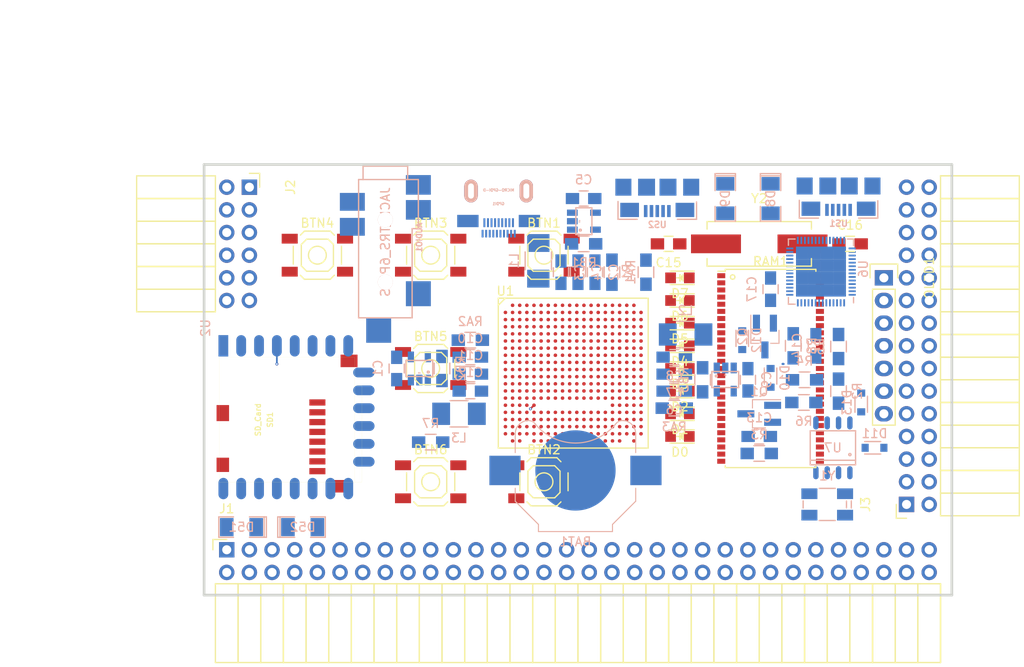
<source format=kicad_pcb>
(kicad_pcb (version 4) (host pcbnew 4.0.5+dfsg1-4)

  (general
    (links 396)
    (no_connects 395)
    (area 93.949999 61.269999 178.070001 109.830001)
    (thickness 1.6)
    (drawings 10)
    (tracks 7)
    (zones 0)
    (modules 78)
    (nets 105)
  )

  (page A4)
  (layers
    (0 F.Cu signal)
    (1 In1.Cu signal)
    (2 In2.Cu signal)
    (31 B.Cu signal)
    (32 B.Adhes user)
    (33 F.Adhes user)
    (34 B.Paste user)
    (35 F.Paste user)
    (36 B.SilkS user)
    (37 F.SilkS user)
    (38 B.Mask user)
    (39 F.Mask user)
    (40 Dwgs.User user)
    (41 Cmts.User user)
    (42 Eco1.User user)
    (43 Eco2.User user)
    (44 Edge.Cuts user)
    (45 Margin user)
    (46 B.CrtYd user)
    (47 F.CrtYd user)
    (48 B.Fab user)
    (49 F.Fab user)
  )

  (setup
    (last_trace_width 0.25)
    (trace_clearance 0.2)
    (zone_clearance 0.508)
    (zone_45_only no)
    (trace_min 0.2)
    (segment_width 0.2)
    (edge_width 0.2)
    (via_size 0.6)
    (via_drill 0.4)
    (via_min_size 0.2)
    (via_min_drill 0.1)
    (uvia_size 0.3)
    (uvia_drill 0.1)
    (uvias_allowed no)
    (uvia_min_size 0.2)
    (uvia_min_drill 0.1)
    (pcb_text_width 0.3)
    (pcb_text_size 1.5 1.5)
    (mod_edge_width 0.15)
    (mod_text_size 1 1)
    (mod_text_width 0.15)
    (pad_size 1.524 1.524)
    (pad_drill 0.762)
    (pad_to_mask_clearance 0.2)
    (aux_axis_origin 82.67 62.69)
    (grid_origin 86.48 79.2)
    (visible_elements 7FFFFFFF)
    (pcbplotparams
      (layerselection 0x010f0_80000007)
      (usegerberextensions false)
      (excludeedgelayer true)
      (linewidth 0.100000)
      (plotframeref false)
      (viasonmask false)
      (mode 1)
      (useauxorigin false)
      (hpglpennumber 1)
      (hpglpenspeed 20)
      (hpglpendiameter 15)
      (hpglpenoverlay 2)
      (psnegative false)
      (psa4output false)
      (plotreference true)
      (plotvalue true)
      (plotinvisibletext false)
      (padsonsilk false)
      (subtractmaskfromsilk false)
      (outputformat 1)
      (mirror false)
      (drillshape 0)
      (scaleselection 1)
      (outputdirectory plot))
  )

  (net 0 "")
  (net 1 GND)
  (net 2 +5V)
  (net 3 /gpio/IN5V)
  (net 4 /gpio/OUT5V)
  (net 5 /gpio/P5)
  (net 6 /gpio/P6)
  (net 7 /gpio/P7)
  (net 8 /gpio/P8)
  (net 9 /gpio/P11)
  (net 10 /gpio/P12)
  (net 11 /gpio/P13)
  (net 12 /gpio/P14)
  (net 13 /gpio/P17)
  (net 14 /gpio/P18)
  (net 15 /gpio/P19)
  (net 16 /gpio/P20)
  (net 17 /gpio/P21)
  (net 18 /gpio/P22)
  (net 19 /gpio/P23)
  (net 20 /gpio/P24)
  (net 21 /gpio/P25)
  (net 22 /gpio/P26)
  (net 23 /gpio/P27)
  (net 24 /gpio/P28)
  (net 25 /gpio/P29)
  (net 26 /gpio/P30)
  (net 27 /gpio/P9)
  (net 28 /gpio/P10)
  (net 29 /gpio/P15)
  (net 30 /gpio/P16)
  (net 31 /gpio/P31)
  (net 32 /gpio/P32)
  (net 33 /gpio/P33)
  (net 34 /gpio/P34)
  (net 35 /gpio/P35)
  (net 36 /gpio/P36)
  (net 37 /gpio/P37)
  (net 38 /gpio/P38)
  (net 39 /gpio/P39)
  (net 40 /gpio/P40)
  (net 41 /gpio/P41)
  (net 42 /gpio/P42)
  (net 43 /gpio/P43)
  (net 44 /gpio/P44)
  (net 45 /gpio/P45)
  (net 46 /gpio/P46)
  (net 47 /gpio/P47)
  (net 48 /gpio/P48)
  (net 49 /gpio/P49)
  (net 50 /gpio/P50)
  (net 51 /gpio/P51)
  (net 52 /gpio/P52)
  (net 53 /gpio/P53)
  (net 54 /gpio/P54)
  (net 55 /gpio/P55)
  (net 56 /gpio/P56)
  (net 57 /gpio/P57)
  (net 58 /gpio/P58)
  (net 59 /gpio/P59)
  (net 60 /gpio/P60)
  (net 61 +3V3)
  (net 62 "Net-(L1-Pad1)")
  (net 63 "Net-(L2-Pad1)")
  (net 64 +1V2)
  (net 65 BTN_D)
  (net 66 BTN_F1)
  (net 67 BTN_F2)
  (net 68 BTN_L)
  (net 69 BTN_R)
  (net 70 BTN_U)
  (net 71 "Net-(BTN1-Pad1)")
  (net 72 /power/FB1)
  (net 73 +2V5)
  (net 74 "Net-(L3-Pad1)")
  (net 75 /power/PWREN)
  (net 76 /power/FB3)
  (net 77 /power/FB2)
  (net 78 /usb/USB5V)
  (net 79 "Net-(D9-Pad1)")
  (net 80 /power/VBAT)
  (net 81 SD_3)
  (net 82 SD_MTMS)
  (net 83 SD_MTCK)
  (net 84 SD_MTDO)
  (net 85 SD_MTDI)
  (net 86 JTAG_TDI)
  (net 87 JTAG_TCK)
  (net 88 JTAG_TMS)
  (net 89 JTAG_TDO)
  (net 90 /power/WAKEUPn)
  (net 91 /power/WKUP)
  (net 92 /power/SHUT)
  (net 93 /power/WAKE)
  (net 94 /power/HOLD)
  (net 95 /power/WKn)
  (net 96 /power/OSCI_32k)
  (net 97 /power/OSCO_32k)
  (net 98 /usb/OSCI_12M)
  (net 99 +1V8)
  (net 100 FTDI_nSUSPEND)
  (net 101 USB_FTDI_DM)
  (net 102 USB_FTDI_DP)
  (net 103 /usb/OSCO_12M)
  (net 104 "Net-(Q2-Pad3)")

  (net_class Default "This is the default net class."
    (clearance 0.2)
    (trace_width 0.25)
    (via_dia 0.6)
    (via_drill 0.4)
    (uvia_dia 0.3)
    (uvia_drill 0.1)
    (add_net +1V2)
    (add_net +1V8)
    (add_net +2V5)
    (add_net +3V3)
    (add_net +5V)
    (add_net /gpio/IN5V)
    (add_net /gpio/OUT5V)
    (add_net /gpio/P10)
    (add_net /gpio/P11)
    (add_net /gpio/P12)
    (add_net /gpio/P13)
    (add_net /gpio/P14)
    (add_net /gpio/P15)
    (add_net /gpio/P16)
    (add_net /gpio/P17)
    (add_net /gpio/P18)
    (add_net /gpio/P19)
    (add_net /gpio/P20)
    (add_net /gpio/P21)
    (add_net /gpio/P22)
    (add_net /gpio/P23)
    (add_net /gpio/P24)
    (add_net /gpio/P25)
    (add_net /gpio/P26)
    (add_net /gpio/P27)
    (add_net /gpio/P28)
    (add_net /gpio/P29)
    (add_net /gpio/P30)
    (add_net /gpio/P31)
    (add_net /gpio/P32)
    (add_net /gpio/P33)
    (add_net /gpio/P34)
    (add_net /gpio/P35)
    (add_net /gpio/P36)
    (add_net /gpio/P37)
    (add_net /gpio/P38)
    (add_net /gpio/P39)
    (add_net /gpio/P40)
    (add_net /gpio/P41)
    (add_net /gpio/P42)
    (add_net /gpio/P43)
    (add_net /gpio/P44)
    (add_net /gpio/P45)
    (add_net /gpio/P46)
    (add_net /gpio/P47)
    (add_net /gpio/P48)
    (add_net /gpio/P49)
    (add_net /gpio/P5)
    (add_net /gpio/P50)
    (add_net /gpio/P51)
    (add_net /gpio/P52)
    (add_net /gpio/P53)
    (add_net /gpio/P54)
    (add_net /gpio/P55)
    (add_net /gpio/P56)
    (add_net /gpio/P57)
    (add_net /gpio/P58)
    (add_net /gpio/P59)
    (add_net /gpio/P6)
    (add_net /gpio/P60)
    (add_net /gpio/P7)
    (add_net /gpio/P8)
    (add_net /gpio/P9)
    (add_net /power/FB1)
    (add_net /power/FB2)
    (add_net /power/FB3)
    (add_net /power/HOLD)
    (add_net /power/OSCI_32k)
    (add_net /power/OSCO_32k)
    (add_net /power/PWREN)
    (add_net /power/SHUT)
    (add_net /power/VBAT)
    (add_net /power/WAKE)
    (add_net /power/WAKEUPn)
    (add_net /power/WKUP)
    (add_net /power/WKn)
    (add_net /usb/OSCI_12M)
    (add_net /usb/OSCO_12M)
    (add_net /usb/USB5V)
    (add_net BTN_D)
    (add_net BTN_F1)
    (add_net BTN_F2)
    (add_net BTN_L)
    (add_net BTN_R)
    (add_net BTN_U)
    (add_net FTDI_nSUSPEND)
    (add_net "Net-(BTN1-Pad1)")
    (add_net "Net-(D9-Pad1)")
    (add_net "Net-(L1-Pad1)")
    (add_net "Net-(L2-Pad1)")
    (add_net "Net-(L3-Pad1)")
    (add_net "Net-(Q2-Pad3)")
    (add_net SD_3)
    (add_net SD_MTCK)
    (add_net SD_MTDI)
    (add_net SD_MTDO)
    (add_net SD_MTMS)
    (add_net USB_FTDI_DM)
    (add_net USB_FTDI_DP)
  )

  (net_class BGA ""
    (clearance 0.1)
    (trace_width 0.2)
    (via_dia 0.33)
    (via_drill 0.15)
    (uvia_dia 0.3)
    (uvia_drill 0.1)
    (add_net GND)
    (add_net JTAG_TCK)
    (add_net JTAG_TDI)
    (add_net JTAG_TDO)
    (add_net JTAG_TMS)
  )

  (module Keystone_3000_1x12mm-CoinCell:Keystone_3000_1x12mm-CoinCell (layer B.Cu) (tedit 58D7D5B5) (tstamp 58D7ADD9)
    (at 135.73 95.71)
    (descr http://www.keyelco.com/product-pdf.cfm?p=777)
    (tags "Keystone type 3000 coin cell retainer")
    (path /58D51CAD/58D72202)
    (attr smd)
    (fp_text reference BAT1 (at 0 8) (layer B.SilkS)
      (effects (font (size 1 1) (thickness 0.15)) (justify mirror))
    )
    (fp_text value CR1225 (at 0 -7.5) (layer B.Fab)
      (effects (font (size 1 1) (thickness 0.15)) (justify mirror))
    )
    (fp_arc (start 0 0) (end 0 -6.75) (angle -36.6) (layer B.CrtYd) (width 0.05))
    (fp_arc (start 0.11 -9.15) (end 4.22 -5.65) (angle 3.1) (layer B.CrtYd) (width 0.05))
    (fp_arc (start 0.11 -9.15) (end -4.22 -5.65) (angle -3.1) (layer B.CrtYd) (width 0.05))
    (fp_arc (start 0 0) (end 0 -6.75) (angle 36.6) (layer B.CrtYd) (width 0.05))
    (fp_arc (start 5.25 -4.1) (end 5.3 -6.1) (angle 90) (layer B.CrtYd) (width 0.05))
    (fp_arc (start 5.29 -4.6) (end 4.22 -5.65) (angle 54.1) (layer B.CrtYd) (width 0.05))
    (fp_arc (start -5.29 -4.6) (end -4.22 -5.65) (angle -54.1) (layer B.CrtYd) (width 0.05))
    (fp_circle (center 0 0) (end 0 -6.25) (layer Dwgs.User) (width 0.15))
    (fp_arc (start 5.29 -4.6) (end 4.5 -5.2) (angle 60) (layer B.SilkS) (width 0.12))
    (fp_arc (start -5.29 -4.6) (end -4.5 -5.2) (angle -60) (layer B.SilkS) (width 0.12))
    (fp_arc (start 0 -8.9) (end -4.5 -5.2) (angle -101) (layer B.SilkS) (width 0.12))
    (fp_arc (start 5.29 -4.6) (end 4.6 -5.1) (angle 60) (layer B.Fab) (width 0.1))
    (fp_arc (start -5.29 -4.6) (end -4.6 -5.1) (angle -60) (layer B.Fab) (width 0.1))
    (fp_arc (start 0 -8.9) (end -4.6 -5.1) (angle -101) (layer B.Fab) (width 0.1))
    (fp_arc (start -5.25 -4.1) (end -5.3 -6.1) (angle -90) (layer B.CrtYd) (width 0.05))
    (fp_arc (start 5.25 -4.1) (end 5.3 -5.6) (angle 90) (layer B.SilkS) (width 0.12))
    (fp_arc (start -5.25 -4.1) (end -5.3 -5.6) (angle -90) (layer B.SilkS) (width 0.12))
    (fp_line (start -7.25 -2.15) (end -7.25 -4.1) (layer B.CrtYd) (width 0.05))
    (fp_line (start 7.25 -2.15) (end 7.25 -4.1) (layer B.CrtYd) (width 0.05))
    (fp_line (start 6.75 -2) (end 6.75 -4.1) (layer B.SilkS) (width 0.12))
    (fp_line (start -6.75 -2) (end -6.75 -4.1) (layer B.SilkS) (width 0.12))
    (fp_arc (start 5.25 -4.1) (end 5.3 -5.45) (angle 90) (layer B.Fab) (width 0.1))
    (fp_line (start 7.25 2.15) (end 7.25 3.8) (layer B.CrtYd) (width 0.05))
    (fp_line (start 7.25 3.8) (end 4.65 6.4) (layer B.CrtYd) (width 0.05))
    (fp_line (start 4.65 6.4) (end 4.65 7.35) (layer B.CrtYd) (width 0.05))
    (fp_line (start -4.65 7.35) (end 4.65 7.35) (layer B.CrtYd) (width 0.05))
    (fp_line (start -4.65 6.4) (end -4.65 7.35) (layer B.CrtYd) (width 0.05))
    (fp_line (start -7.25 3.8) (end -4.65 6.4) (layer B.CrtYd) (width 0.05))
    (fp_line (start -7.25 2.15) (end -7.25 3.8) (layer B.CrtYd) (width 0.05))
    (fp_line (start -6.75 2) (end -6.75 3.45) (layer B.SilkS) (width 0.12))
    (fp_line (start -6.75 3.45) (end -4.15 6.05) (layer B.SilkS) (width 0.12))
    (fp_line (start -4.15 6.05) (end -4.15 6.85) (layer B.SilkS) (width 0.12))
    (fp_line (start -4.15 6.85) (end 4.15 6.85) (layer B.SilkS) (width 0.12))
    (fp_line (start 4.15 6.85) (end 4.15 6.05) (layer B.SilkS) (width 0.12))
    (fp_line (start 4.15 6.05) (end 6.75 3.45) (layer B.SilkS) (width 0.12))
    (fp_line (start 6.75 3.45) (end 6.75 2) (layer B.SilkS) (width 0.12))
    (fp_line (start -7.25 2.15) (end -10.15 2.15) (layer B.CrtYd) (width 0.05))
    (fp_line (start -10.15 2.15) (end -10.15 -2.15) (layer B.CrtYd) (width 0.05))
    (fp_line (start -10.15 -2.15) (end -7.25 -2.15) (layer B.CrtYd) (width 0.05))
    (fp_line (start 7.25 2.15) (end 10.15 2.15) (layer B.CrtYd) (width 0.05))
    (fp_line (start 10.15 2.15) (end 10.15 -2.15) (layer B.CrtYd) (width 0.05))
    (fp_line (start 10.15 -2.15) (end 7.25 -2.15) (layer B.CrtYd) (width 0.05))
    (fp_arc (start -5.25 -4.1) (end -5.3 -5.45) (angle -90) (layer B.Fab) (width 0.1))
    (fp_line (start 6.6 3.4) (end 6.6 -4.1) (layer B.Fab) (width 0.1))
    (fp_line (start -6.6 3.4) (end -6.6 -4.1) (layer B.Fab) (width 0.1))
    (fp_line (start 4 6) (end 6.6 3.4) (layer B.Fab) (width 0.1))
    (fp_line (start -4 6) (end -6.6 3.4) (layer B.Fab) (width 0.1))
    (fp_line (start 4 6.7) (end 4 6) (layer B.Fab) (width 0.1))
    (fp_line (start -4 6.7) (end -4 6) (layer B.Fab) (width 0.1))
    (fp_line (start -4 6.7) (end 4 6.7) (layer B.Fab) (width 0.1))
    (pad 1 smd rect (at -7.9 0) (size 3.5 3.3) (layers B.Cu B.Paste B.Mask)
      (net 80 /power/VBAT))
    (pad 1 smd rect (at 7.9 0) (size 3.5 3.3) (layers B.Cu B.Paste B.Mask)
      (net 80 /power/VBAT))
    (pad 2 smd circle (at 0 0) (size 9 9) (layers B.Cu B.Mask)
      (net 1 GND))
    (model Battery_Holders.3dshapes/Keystone_3000_1x12mm-CoinCell.wrl
      (at (xyz 0 0 0))
      (scale (xyz 1 1 1))
      (rotate (xyz 0 0 0))
    )
  )

  (module SMD_Packages:SMD-1206_Pol (layer B.Cu) (tedit 0) (tstamp 56AA106E)
    (at 105.149 102.06)
    (path /56AC389C/56AC4846)
    (attr smd)
    (fp_text reference D52 (at 0 0) (layer B.SilkS)
      (effects (font (size 1 1) (thickness 0.15)) (justify mirror))
    )
    (fp_text value 2A (at 0 0) (layer B.Fab)
      (effects (font (size 1 1) (thickness 0.15)) (justify mirror))
    )
    (fp_line (start -2.54 1.143) (end -2.794 1.143) (layer B.SilkS) (width 0.15))
    (fp_line (start -2.794 1.143) (end -2.794 -1.143) (layer B.SilkS) (width 0.15))
    (fp_line (start -2.794 -1.143) (end -2.54 -1.143) (layer B.SilkS) (width 0.15))
    (fp_line (start -2.54 1.143) (end -2.54 -1.143) (layer B.SilkS) (width 0.15))
    (fp_line (start -2.54 -1.143) (end -0.889 -1.143) (layer B.SilkS) (width 0.15))
    (fp_line (start 0.889 1.143) (end 2.54 1.143) (layer B.SilkS) (width 0.15))
    (fp_line (start 2.54 1.143) (end 2.54 -1.143) (layer B.SilkS) (width 0.15))
    (fp_line (start 2.54 -1.143) (end 0.889 -1.143) (layer B.SilkS) (width 0.15))
    (fp_line (start -0.889 1.143) (end -2.54 1.143) (layer B.SilkS) (width 0.15))
    (pad 1 smd rect (at -1.651 0) (size 1.524 2.032) (layers B.Cu B.Paste B.Mask)
      (net 4 /gpio/OUT5V))
    (pad 2 smd rect (at 1.651 0) (size 1.524 2.032) (layers B.Cu B.Paste B.Mask))
    (model SMD_Packages.3dshapes/SMD-1206_Pol.wrl
      (at (xyz 0 0 0))
      (scale (xyz 0.17 0.16 0.16))
      (rotate (xyz 0 0 0))
    )
  )

  (module SMD_Packages:SMD-1206_Pol (layer B.Cu) (tedit 0) (tstamp 56AA1068)
    (at 98.291 102.06 180)
    (path /56AC389C/56AC483B)
    (attr smd)
    (fp_text reference D51 (at 0 0 180) (layer B.SilkS)
      (effects (font (size 1 1) (thickness 0.15)) (justify mirror))
    )
    (fp_text value 2A (at 0 0 180) (layer B.Fab)
      (effects (font (size 1 1) (thickness 0.15)) (justify mirror))
    )
    (fp_line (start -2.54 1.143) (end -2.794 1.143) (layer B.SilkS) (width 0.15))
    (fp_line (start -2.794 1.143) (end -2.794 -1.143) (layer B.SilkS) (width 0.15))
    (fp_line (start -2.794 -1.143) (end -2.54 -1.143) (layer B.SilkS) (width 0.15))
    (fp_line (start -2.54 1.143) (end -2.54 -1.143) (layer B.SilkS) (width 0.15))
    (fp_line (start -2.54 -1.143) (end -0.889 -1.143) (layer B.SilkS) (width 0.15))
    (fp_line (start 0.889 1.143) (end 2.54 1.143) (layer B.SilkS) (width 0.15))
    (fp_line (start 2.54 1.143) (end 2.54 -1.143) (layer B.SilkS) (width 0.15))
    (fp_line (start 2.54 -1.143) (end 0.889 -1.143) (layer B.SilkS) (width 0.15))
    (fp_line (start -0.889 1.143) (end -2.54 1.143) (layer B.SilkS) (width 0.15))
    (pad 1 smd rect (at -1.651 0 180) (size 1.524 2.032) (layers B.Cu B.Paste B.Mask)
      (net 2 +5V))
    (pad 2 smd rect (at 1.651 0 180) (size 1.524 2.032) (layers B.Cu B.Paste B.Mask)
      (net 3 /gpio/IN5V))
    (model SMD_Packages.3dshapes/SMD-1206_Pol.wrl
      (at (xyz 0 0 0))
      (scale (xyz 0.17 0.16 0.16))
      (rotate (xyz 0 0 0))
    )
  )

  (module micro-sd:MicroSD_TF02D (layer F.Cu) (tedit 52721666) (tstamp 56A966AB)
    (at 95.8 90.03 90)
    (path /56ACBF19)
    (fp_text reference SD1 (at 0 5.7 90) (layer F.SilkS)
      (effects (font (size 0.59944 0.59944) (thickness 0.12446)))
    )
    (fp_text value SD_Card (at 0 4.35 90) (layer F.SilkS)
      (effects (font (size 0.59944 0.59944) (thickness 0.12446)))
    )
    (fp_line (start 3.8 15.2) (end 3.8 16) (layer F.SilkS) (width 0.01016))
    (fp_line (start 3.8 16) (end -7 16) (layer F.SilkS) (width 0.01016))
    (fp_line (start -7 16) (end -7 15.2) (layer F.SilkS) (width 0.01016))
    (fp_line (start 7 0) (end 7 15.2) (layer F.SilkS) (width 0.01016))
    (fp_line (start 7 15.2) (end -7 15.2) (layer F.SilkS) (width 0.01016))
    (fp_line (start -7 15.2) (end -7 0) (layer F.SilkS) (width 0.01016))
    (fp_line (start -7 0) (end 7 0) (layer F.SilkS) (width 0.01016))
    (pad 1 smd rect (at 1.94 11 90) (size 0.7 1.8) (layers F.Cu F.Paste F.Mask)
      (net 81 SD_3))
    (pad 2 smd rect (at 0.84 11 90) (size 0.7 1.8) (layers F.Cu F.Paste F.Mask)
      (net 82 SD_MTMS))
    (pad 3 smd rect (at -0.26 11 90) (size 0.7 1.8) (layers F.Cu F.Paste F.Mask)
      (net 1 GND))
    (pad 4 smd rect (at -1.36 11 90) (size 0.7 1.8) (layers F.Cu F.Paste F.Mask)
      (net 61 +3V3))
    (pad 5 smd rect (at -2.46 11 90) (size 0.7 1.8) (layers F.Cu F.Paste F.Mask)
      (net 83 SD_MTCK))
    (pad 6 smd rect (at -3.56 11 90) (size 0.7 1.8) (layers F.Cu F.Paste F.Mask)
      (net 1 GND))
    (pad 7 smd rect (at -4.66 11 90) (size 0.7 1.8) (layers F.Cu F.Paste F.Mask)
      (net 84 SD_MTDO))
    (pad 8 smd rect (at -5.76 11 90) (size 0.7 1.8) (layers F.Cu F.Paste F.Mask)
      (net 85 SD_MTDI))
    (pad S smd rect (at -5.05 0.4 90) (size 1.6 1.4) (layers F.Cu F.Paste F.Mask))
    (pad S smd rect (at 0.75 0.4 90) (size 1.8 1.4) (layers F.Cu F.Paste F.Mask))
    (pad G smd rect (at -7.45 13.55 90) (size 1.4 1.9) (layers F.Cu F.Paste F.Mask))
    (pad G smd rect (at 6.6 14.55 90) (size 1.4 1.9) (layers F.Cu F.Paste F.Mask))
  )

  (module micro-hdmi-d:MICRO-HDMI-D (layer B.Cu) (tedit 53F70906) (tstamp 56A965BA)
    (at 127.12 62.69)
    (path /58D686D9/58D69067)
    (attr smd)
    (fp_text reference GPDI1 (at -0.025 3.125) (layer B.SilkS)
      (effects (font (size 0.3 0.3) (thickness 0.075)) (justify mirror))
    )
    (fp_text value MICRO-GPDI-D (at 0 1.6) (layer B.SilkS)
      (effects (font (size 0.3 0.3) (thickness 0.075)) (justify mirror))
    )
    (fp_line (start -3.3 0) (end -3.3 -0.7) (layer B.SilkS) (width 0.001))
    (fp_line (start -3.3 -0.7) (end 3.3 -0.7) (layer B.SilkS) (width 0.001))
    (fp_line (start 3.3 -0.7) (end 3.3 0) (layer B.SilkS) (width 0.001))
    (fp_line (start -3.3 0) (end -3.3 6.8) (layer B.SilkS) (width 0.001))
    (fp_line (start -3.3 6.8) (end 3.3 6.8) (layer B.SilkS) (width 0.001))
    (fp_line (start 3.3 6.8) (end 3.3 0) (layer B.SilkS) (width 0.001))
    (fp_line (start 3.3 0) (end -3.3 0) (layer B.SilkS) (width 0.001))
    (pad 1 smd rect (at 1.8 6.475) (size 0.23 0.85) (layers B.Cu B.Paste B.Mask))
    (pad 3 smd rect (at 1.4 6.475) (size 0.23 0.85) (layers B.Cu B.Paste B.Mask))
    (pad 5 smd rect (at 1 6.475) (size 0.23 0.85) (layers B.Cu B.Paste B.Mask))
    (pad 7 smd rect (at 0.6 6.475) (size 0.23 0.85) (layers B.Cu B.Paste B.Mask)
      (net 1 GND))
    (pad 9 smd rect (at 0.2 6.475) (size 0.23 0.85) (layers B.Cu B.Paste B.Mask))
    (pad 11 smd rect (at -0.2 6.475) (size 0.23 0.85) (layers B.Cu B.Paste B.Mask))
    (pad 13 smd rect (at -0.6 6.475) (size 0.23 0.85) (layers B.Cu B.Paste B.Mask)
      (net 1 GND))
    (pad 15 smd rect (at -1 6.475) (size 0.23 0.85) (layers B.Cu B.Paste B.Mask))
    (pad 17 smd rect (at -1.4 6.475) (size 0.23 0.85) (layers B.Cu B.Paste B.Mask))
    (pad 19 smd rect (at -1.8 6.475) (size 0.23 0.85) (layers B.Cu B.Paste B.Mask)
      (net 2 +5V))
    (pad 2 smd rect (at 1.6 5.25) (size 0.23 1) (layers B.Cu B.Paste B.Mask))
    (pad 4 smd rect (at 1.2 5.25) (size 0.23 1) (layers B.Cu B.Paste B.Mask)
      (net 1 GND))
    (pad 6 smd rect (at 0.8 5.25) (size 0.23 1) (layers B.Cu B.Paste B.Mask))
    (pad 8 smd rect (at 0.4 5.25) (size 0.23 1) (layers B.Cu B.Paste B.Mask))
    (pad 10 smd rect (at 0 5.25) (size 0.23 1) (layers B.Cu B.Paste B.Mask)
      (net 1 GND))
    (pad 12 smd rect (at -0.4 5.25) (size 0.23 1) (layers B.Cu B.Paste B.Mask))
    (pad 14 smd rect (at -0.8 5.25) (size 0.23 1) (layers B.Cu B.Paste B.Mask))
    (pad 16 smd rect (at -1.2 5.25) (size 0.23 1) (layers B.Cu B.Paste B.Mask)
      (net 1 GND))
    (pad 18 smd rect (at -1.6 5.25) (size 0.23 1) (layers B.Cu B.Paste B.Mask))
    (pad SHD smd rect (at 3.45 5.06) (size 2.4 1.38) (layers B.Cu B.Paste B.Mask)
      (net 1 GND))
    (pad SHD smd rect (at -3.45 5.06) (size 2.4 1.38) (layers B.Cu B.Paste B.Mask)
      (net 1 GND))
    (pad "" thru_hole oval (at -3.1 1.7) (size 1.5 2.55) (drill oval 0.65 1.7) (layers *.Cu *.Mask B.SilkS))
    (pad "" thru_hole oval (at 3.1 1.7) (size 1.5 2.55) (drill oval 0.65 1.7) (layers *.Cu *.Mask B.SilkS))
  )

  (module Socket_Strips:Socket_Strip_Angled_2x32 (layer F.Cu) (tedit 0) (tstamp 58D4E99D)
    (at 96.64 104.6)
    (descr "Through hole socket strip")
    (tags "socket strip")
    (path /56AC389C/58D39D36)
    (fp_text reference J1 (at 0 -4.6) (layer F.SilkS)
      (effects (font (size 1 1) (thickness 0.15)))
    )
    (fp_text value CONN_02X32 (at 0 -2.6) (layer F.Fab)
      (effects (font (size 1 1) (thickness 0.15)))
    )
    (fp_line (start -1.75 -1.35) (end -1.75 13.15) (layer F.CrtYd) (width 0.05))
    (fp_line (start 80.5 -1.35) (end 80.5 13.15) (layer F.CrtYd) (width 0.05))
    (fp_line (start -1.75 -1.35) (end 80.5 -1.35) (layer F.CrtYd) (width 0.05))
    (fp_line (start -1.75 13.15) (end 80.5 13.15) (layer F.CrtYd) (width 0.05))
    (fp_line (start 80.01 3.81) (end 80.01 12.64) (layer F.SilkS) (width 0.15))
    (fp_line (start 77.47 3.81) (end 80.01 3.81) (layer F.SilkS) (width 0.15))
    (fp_line (start 77.47 12.64) (end 80.01 12.64) (layer F.SilkS) (width 0.15))
    (fp_line (start 80.01 12.64) (end 80.01 3.81) (layer F.SilkS) (width 0.15))
    (fp_line (start 77.47 12.64) (end 77.47 3.81) (layer F.SilkS) (width 0.15))
    (fp_line (start 74.93 12.64) (end 77.47 12.64) (layer F.SilkS) (width 0.15))
    (fp_line (start 74.93 3.81) (end 77.47 3.81) (layer F.SilkS) (width 0.15))
    (fp_line (start 77.47 3.81) (end 77.47 12.64) (layer F.SilkS) (width 0.15))
    (fp_line (start 54.61 12.64) (end 54.61 3.81) (layer F.SilkS) (width 0.15))
    (fp_line (start 52.07 12.64) (end 54.61 12.64) (layer F.SilkS) (width 0.15))
    (fp_line (start 52.07 3.81) (end 54.61 3.81) (layer F.SilkS) (width 0.15))
    (fp_line (start 54.61 3.81) (end 54.61 12.64) (layer F.SilkS) (width 0.15))
    (fp_line (start 52.07 3.81) (end 52.07 12.64) (layer F.SilkS) (width 0.15))
    (fp_line (start 49.53 3.81) (end 52.07 3.81) (layer F.SilkS) (width 0.15))
    (fp_line (start 49.53 12.64) (end 52.07 12.64) (layer F.SilkS) (width 0.15))
    (fp_line (start 52.07 12.64) (end 52.07 3.81) (layer F.SilkS) (width 0.15))
    (fp_line (start 49.53 12.64) (end 49.53 3.81) (layer F.SilkS) (width 0.15))
    (fp_line (start 46.99 12.64) (end 49.53 12.64) (layer F.SilkS) (width 0.15))
    (fp_line (start 46.99 3.81) (end 49.53 3.81) (layer F.SilkS) (width 0.15))
    (fp_line (start 49.53 3.81) (end 49.53 12.64) (layer F.SilkS) (width 0.15))
    (fp_line (start 62.23 3.81) (end 62.23 12.64) (layer F.SilkS) (width 0.15))
    (fp_line (start 59.69 3.81) (end 62.23 3.81) (layer F.SilkS) (width 0.15))
    (fp_line (start 59.69 12.64) (end 62.23 12.64) (layer F.SilkS) (width 0.15))
    (fp_line (start 62.23 12.64) (end 62.23 3.81) (layer F.SilkS) (width 0.15))
    (fp_line (start 64.77 12.64) (end 64.77 3.81) (layer F.SilkS) (width 0.15))
    (fp_line (start 62.23 12.64) (end 64.77 12.64) (layer F.SilkS) (width 0.15))
    (fp_line (start 62.23 3.81) (end 64.77 3.81) (layer F.SilkS) (width 0.15))
    (fp_line (start 64.77 3.81) (end 64.77 12.64) (layer F.SilkS) (width 0.15))
    (fp_line (start 67.31 3.81) (end 67.31 12.64) (layer F.SilkS) (width 0.15))
    (fp_line (start 64.77 3.81) (end 67.31 3.81) (layer F.SilkS) (width 0.15))
    (fp_line (start 64.77 12.64) (end 67.31 12.64) (layer F.SilkS) (width 0.15))
    (fp_line (start 67.31 12.64) (end 67.31 3.81) (layer F.SilkS) (width 0.15))
    (fp_line (start 69.85 12.64) (end 69.85 3.81) (layer F.SilkS) (width 0.15))
    (fp_line (start 67.31 12.64) (end 69.85 12.64) (layer F.SilkS) (width 0.15))
    (fp_line (start 67.31 3.81) (end 69.85 3.81) (layer F.SilkS) (width 0.15))
    (fp_line (start 69.85 3.81) (end 69.85 12.64) (layer F.SilkS) (width 0.15))
    (fp_line (start 72.39 3.81) (end 72.39 12.64) (layer F.SilkS) (width 0.15))
    (fp_line (start 69.85 3.81) (end 72.39 3.81) (layer F.SilkS) (width 0.15))
    (fp_line (start 69.85 12.64) (end 72.39 12.64) (layer F.SilkS) (width 0.15))
    (fp_line (start 72.39 12.64) (end 72.39 3.81) (layer F.SilkS) (width 0.15))
    (fp_line (start 59.69 12.64) (end 59.69 3.81) (layer F.SilkS) (width 0.15))
    (fp_line (start 57.15 12.64) (end 59.69 12.64) (layer F.SilkS) (width 0.15))
    (fp_line (start 57.15 3.81) (end 59.69 3.81) (layer F.SilkS) (width 0.15))
    (fp_line (start 59.69 3.81) (end 59.69 12.64) (layer F.SilkS) (width 0.15))
    (fp_line (start 57.15 3.81) (end 57.15 12.64) (layer F.SilkS) (width 0.15))
    (fp_line (start 54.61 3.81) (end 57.15 3.81) (layer F.SilkS) (width 0.15))
    (fp_line (start 54.61 12.64) (end 57.15 12.64) (layer F.SilkS) (width 0.15))
    (fp_line (start 57.15 12.64) (end 57.15 3.81) (layer F.SilkS) (width 0.15))
    (fp_line (start 74.93 12.64) (end 74.93 3.81) (layer F.SilkS) (width 0.15))
    (fp_line (start 72.39 12.64) (end 74.93 12.64) (layer F.SilkS) (width 0.15))
    (fp_line (start 72.39 3.81) (end 74.93 3.81) (layer F.SilkS) (width 0.15))
    (fp_line (start 74.93 3.81) (end 74.93 12.64) (layer F.SilkS) (width 0.15))
    (fp_line (start 46.99 3.81) (end 46.99 12.64) (layer F.SilkS) (width 0.15))
    (fp_line (start 44.45 3.81) (end 46.99 3.81) (layer F.SilkS) (width 0.15))
    (fp_line (start 44.45 12.64) (end 46.99 12.64) (layer F.SilkS) (width 0.15))
    (fp_line (start 46.99 12.64) (end 46.99 3.81) (layer F.SilkS) (width 0.15))
    (fp_line (start 29.21 12.64) (end 29.21 3.81) (layer F.SilkS) (width 0.15))
    (fp_line (start 26.67 12.64) (end 29.21 12.64) (layer F.SilkS) (width 0.15))
    (fp_line (start 26.67 3.81) (end 29.21 3.81) (layer F.SilkS) (width 0.15))
    (fp_line (start 29.21 3.81) (end 29.21 12.64) (layer F.SilkS) (width 0.15))
    (fp_line (start 31.75 3.81) (end 31.75 12.64) (layer F.SilkS) (width 0.15))
    (fp_line (start 29.21 3.81) (end 31.75 3.81) (layer F.SilkS) (width 0.15))
    (fp_line (start 29.21 12.64) (end 31.75 12.64) (layer F.SilkS) (width 0.15))
    (fp_line (start 31.75 12.64) (end 31.75 3.81) (layer F.SilkS) (width 0.15))
    (fp_line (start 44.45 12.64) (end 44.45 3.81) (layer F.SilkS) (width 0.15))
    (fp_line (start 41.91 12.64) (end 44.45 12.64) (layer F.SilkS) (width 0.15))
    (fp_line (start 41.91 3.81) (end 44.45 3.81) (layer F.SilkS) (width 0.15))
    (fp_line (start 44.45 3.81) (end 44.45 12.64) (layer F.SilkS) (width 0.15))
    (fp_line (start 41.91 3.81) (end 41.91 12.64) (layer F.SilkS) (width 0.15))
    (fp_line (start 39.37 3.81) (end 41.91 3.81) (layer F.SilkS) (width 0.15))
    (fp_line (start 39.37 12.64) (end 41.91 12.64) (layer F.SilkS) (width 0.15))
    (fp_line (start 41.91 12.64) (end 41.91 3.81) (layer F.SilkS) (width 0.15))
    (fp_line (start 39.37 12.64) (end 39.37 3.81) (layer F.SilkS) (width 0.15))
    (fp_line (start 36.83 12.64) (end 39.37 12.64) (layer F.SilkS) (width 0.15))
    (fp_line (start 36.83 3.81) (end 39.37 3.81) (layer F.SilkS) (width 0.15))
    (fp_line (start 39.37 3.81) (end 39.37 12.64) (layer F.SilkS) (width 0.15))
    (fp_line (start 36.83 3.81) (end 36.83 12.64) (layer F.SilkS) (width 0.15))
    (fp_line (start 34.29 3.81) (end 36.83 3.81) (layer F.SilkS) (width 0.15))
    (fp_line (start 34.29 12.64) (end 36.83 12.64) (layer F.SilkS) (width 0.15))
    (fp_line (start 36.83 12.64) (end 36.83 3.81) (layer F.SilkS) (width 0.15))
    (fp_line (start 34.29 12.64) (end 34.29 3.81) (layer F.SilkS) (width 0.15))
    (fp_line (start 31.75 12.64) (end 34.29 12.64) (layer F.SilkS) (width 0.15))
    (fp_line (start 31.75 3.81) (end 34.29 3.81) (layer F.SilkS) (width 0.15))
    (fp_line (start 34.29 3.81) (end 34.29 12.64) (layer F.SilkS) (width 0.15))
    (fp_line (start 16.51 3.81) (end 16.51 12.64) (layer F.SilkS) (width 0.15))
    (fp_line (start 13.97 3.81) (end 16.51 3.81) (layer F.SilkS) (width 0.15))
    (fp_line (start 13.97 12.64) (end 16.51 12.64) (layer F.SilkS) (width 0.15))
    (fp_line (start 16.51 12.64) (end 16.51 3.81) (layer F.SilkS) (width 0.15))
    (fp_line (start 19.05 12.64) (end 19.05 3.81) (layer F.SilkS) (width 0.15))
    (fp_line (start 16.51 12.64) (end 19.05 12.64) (layer F.SilkS) (width 0.15))
    (fp_line (start 16.51 3.81) (end 19.05 3.81) (layer F.SilkS) (width 0.15))
    (fp_line (start 19.05 3.81) (end 19.05 12.64) (layer F.SilkS) (width 0.15))
    (fp_line (start 21.59 3.81) (end 21.59 12.64) (layer F.SilkS) (width 0.15))
    (fp_line (start 19.05 3.81) (end 21.59 3.81) (layer F.SilkS) (width 0.15))
    (fp_line (start 19.05 12.64) (end 21.59 12.64) (layer F.SilkS) (width 0.15))
    (fp_line (start 21.59 12.64) (end 21.59 3.81) (layer F.SilkS) (width 0.15))
    (fp_line (start 24.13 12.64) (end 24.13 3.81) (layer F.SilkS) (width 0.15))
    (fp_line (start 21.59 12.64) (end 24.13 12.64) (layer F.SilkS) (width 0.15))
    (fp_line (start 21.59 3.81) (end 24.13 3.81) (layer F.SilkS) (width 0.15))
    (fp_line (start 24.13 3.81) (end 24.13 12.64) (layer F.SilkS) (width 0.15))
    (fp_line (start 26.67 3.81) (end 26.67 12.64) (layer F.SilkS) (width 0.15))
    (fp_line (start 24.13 3.81) (end 26.67 3.81) (layer F.SilkS) (width 0.15))
    (fp_line (start 24.13 12.64) (end 26.67 12.64) (layer F.SilkS) (width 0.15))
    (fp_line (start 26.67 12.64) (end 26.67 3.81) (layer F.SilkS) (width 0.15))
    (fp_line (start 13.97 12.64) (end 13.97 3.81) (layer F.SilkS) (width 0.15))
    (fp_line (start 11.43 12.64) (end 13.97 12.64) (layer F.SilkS) (width 0.15))
    (fp_line (start 11.43 3.81) (end 13.97 3.81) (layer F.SilkS) (width 0.15))
    (fp_line (start 13.97 3.81) (end 13.97 12.64) (layer F.SilkS) (width 0.15))
    (fp_line (start 11.43 3.81) (end 11.43 12.64) (layer F.SilkS) (width 0.15))
    (fp_line (start 8.89 3.81) (end 11.43 3.81) (layer F.SilkS) (width 0.15))
    (fp_line (start 8.89 12.64) (end 11.43 12.64) (layer F.SilkS) (width 0.15))
    (fp_line (start 11.43 12.64) (end 11.43 3.81) (layer F.SilkS) (width 0.15))
    (fp_line (start 8.89 12.64) (end 8.89 3.81) (layer F.SilkS) (width 0.15))
    (fp_line (start 6.35 12.64) (end 8.89 12.64) (layer F.SilkS) (width 0.15))
    (fp_line (start 6.35 3.81) (end 8.89 3.81) (layer F.SilkS) (width 0.15))
    (fp_line (start 8.89 3.81) (end 8.89 12.64) (layer F.SilkS) (width 0.15))
    (fp_line (start 6.35 3.81) (end 6.35 12.64) (layer F.SilkS) (width 0.15))
    (fp_line (start 3.81 3.81) (end 6.35 3.81) (layer F.SilkS) (width 0.15))
    (fp_line (start 3.81 12.64) (end 6.35 12.64) (layer F.SilkS) (width 0.15))
    (fp_line (start 6.35 12.64) (end 6.35 3.81) (layer F.SilkS) (width 0.15))
    (fp_line (start 3.81 12.64) (end 3.81 3.81) (layer F.SilkS) (width 0.15))
    (fp_line (start 1.27 12.64) (end 3.81 12.64) (layer F.SilkS) (width 0.15))
    (fp_line (start 1.27 3.81) (end 3.81 3.81) (layer F.SilkS) (width 0.15))
    (fp_line (start 3.81 3.81) (end 3.81 12.64) (layer F.SilkS) (width 0.15))
    (fp_line (start 1.27 3.81) (end 1.27 12.64) (layer F.SilkS) (width 0.15))
    (fp_line (start -1.27 3.81) (end 1.27 3.81) (layer F.SilkS) (width 0.15))
    (fp_line (start 0 -1.15) (end -1.55 -1.15) (layer F.SilkS) (width 0.15))
    (fp_line (start -1.55 -1.15) (end -1.55 0) (layer F.SilkS) (width 0.15))
    (fp_line (start -1.27 3.81) (end -1.27 12.64) (layer F.SilkS) (width 0.15))
    (fp_line (start -1.27 12.64) (end 1.27 12.64) (layer F.SilkS) (width 0.15))
    (fp_line (start 1.27 12.64) (end 1.27 3.81) (layer F.SilkS) (width 0.15))
    (pad 1 thru_hole rect (at 0 0) (size 1.7272 1.7272) (drill 1.016) (layers *.Cu *.Mask)
      (net 3 /gpio/IN5V))
    (pad 2 thru_hole oval (at 0 2.54) (size 1.7272 1.7272) (drill 1.016) (layers *.Cu *.Mask)
      (net 4 /gpio/OUT5V))
    (pad 3 thru_hole oval (at 2.54 0) (size 1.7272 1.7272) (drill 1.016) (layers *.Cu *.Mask)
      (net 1 GND))
    (pad 4 thru_hole oval (at 2.54 2.54) (size 1.7272 1.7272) (drill 1.016) (layers *.Cu *.Mask)
      (net 1 GND))
    (pad 5 thru_hole oval (at 5.08 0) (size 1.7272 1.7272) (drill 1.016) (layers *.Cu *.Mask)
      (net 5 /gpio/P5))
    (pad 6 thru_hole oval (at 5.08 2.54) (size 1.7272 1.7272) (drill 1.016) (layers *.Cu *.Mask)
      (net 6 /gpio/P6))
    (pad 7 thru_hole oval (at 7.62 0) (size 1.7272 1.7272) (drill 1.016) (layers *.Cu *.Mask)
      (net 7 /gpio/P7))
    (pad 8 thru_hole oval (at 7.62 2.54) (size 1.7272 1.7272) (drill 1.016) (layers *.Cu *.Mask)
      (net 8 /gpio/P8))
    (pad 9 thru_hole oval (at 10.16 0) (size 1.7272 1.7272) (drill 1.016) (layers *.Cu *.Mask)
      (net 27 /gpio/P9))
    (pad 10 thru_hole oval (at 10.16 2.54) (size 1.7272 1.7272) (drill 1.016) (layers *.Cu *.Mask)
      (net 28 /gpio/P10))
    (pad 11 thru_hole oval (at 12.7 0) (size 1.7272 1.7272) (drill 1.016) (layers *.Cu *.Mask)
      (net 9 /gpio/P11))
    (pad 12 thru_hole oval (at 12.7 2.54) (size 1.7272 1.7272) (drill 1.016) (layers *.Cu *.Mask)
      (net 10 /gpio/P12))
    (pad 13 thru_hole oval (at 15.24 0) (size 1.7272 1.7272) (drill 1.016) (layers *.Cu *.Mask)
      (net 11 /gpio/P13))
    (pad 14 thru_hole oval (at 15.24 2.54) (size 1.7272 1.7272) (drill 1.016) (layers *.Cu *.Mask)
      (net 12 /gpio/P14))
    (pad 15 thru_hole oval (at 17.78 0) (size 1.7272 1.7272) (drill 1.016) (layers *.Cu *.Mask)
      (net 29 /gpio/P15))
    (pad 16 thru_hole oval (at 17.78 2.54) (size 1.7272 1.7272) (drill 1.016) (layers *.Cu *.Mask)
      (net 30 /gpio/P16))
    (pad 17 thru_hole oval (at 20.32 0) (size 1.7272 1.7272) (drill 1.016) (layers *.Cu *.Mask)
      (net 13 /gpio/P17))
    (pad 18 thru_hole oval (at 20.32 2.54) (size 1.7272 1.7272) (drill 1.016) (layers *.Cu *.Mask)
      (net 14 /gpio/P18))
    (pad 19 thru_hole oval (at 22.86 0) (size 1.7272 1.7272) (drill 1.016) (layers *.Cu *.Mask)
      (net 15 /gpio/P19))
    (pad 20 thru_hole oval (at 22.86 2.54) (size 1.7272 1.7272) (drill 1.016) (layers *.Cu *.Mask)
      (net 16 /gpio/P20))
    (pad 21 thru_hole oval (at 25.4 0) (size 1.7272 1.7272) (drill 1.016) (layers *.Cu *.Mask)
      (net 17 /gpio/P21))
    (pad 22 thru_hole oval (at 25.4 2.54) (size 1.7272 1.7272) (drill 1.016) (layers *.Cu *.Mask)
      (net 18 /gpio/P22))
    (pad 23 thru_hole oval (at 27.94 0) (size 1.7272 1.7272) (drill 1.016) (layers *.Cu *.Mask)
      (net 19 /gpio/P23))
    (pad 24 thru_hole oval (at 27.94 2.54) (size 1.7272 1.7272) (drill 1.016) (layers *.Cu *.Mask)
      (net 20 /gpio/P24))
    (pad 25 thru_hole oval (at 30.48 0) (size 1.7272 1.7272) (drill 1.016) (layers *.Cu *.Mask)
      (net 21 /gpio/P25))
    (pad 26 thru_hole oval (at 30.48 2.54) (size 1.7272 1.7272) (drill 1.016) (layers *.Cu *.Mask)
      (net 22 /gpio/P26))
    (pad 27 thru_hole oval (at 33.02 0) (size 1.7272 1.7272) (drill 1.016) (layers *.Cu *.Mask)
      (net 23 /gpio/P27))
    (pad 28 thru_hole oval (at 33.02 2.54) (size 1.7272 1.7272) (drill 1.016) (layers *.Cu *.Mask)
      (net 24 /gpio/P28))
    (pad 29 thru_hole oval (at 35.56 0) (size 1.7272 1.7272) (drill 1.016) (layers *.Cu *.Mask)
      (net 25 /gpio/P29))
    (pad 30 thru_hole oval (at 35.56 2.54) (size 1.7272 1.7272) (drill 1.016) (layers *.Cu *.Mask)
      (net 26 /gpio/P30))
    (pad 31 thru_hole oval (at 38.1 0) (size 1.7272 1.7272) (drill 1.016) (layers *.Cu *.Mask)
      (net 31 /gpio/P31))
    (pad 32 thru_hole oval (at 38.1 2.54) (size 1.7272 1.7272) (drill 1.016) (layers *.Cu *.Mask)
      (net 32 /gpio/P32))
    (pad 33 thru_hole oval (at 40.64 0) (size 1.7272 1.7272) (drill 1.016) (layers *.Cu *.Mask)
      (net 33 /gpio/P33))
    (pad 34 thru_hole oval (at 40.64 2.54) (size 1.7272 1.7272) (drill 1.016) (layers *.Cu *.Mask)
      (net 34 /gpio/P34))
    (pad 35 thru_hole oval (at 43.18 0) (size 1.7272 1.7272) (drill 1.016) (layers *.Cu *.Mask)
      (net 35 /gpio/P35))
    (pad 36 thru_hole oval (at 43.18 2.54) (size 1.7272 1.7272) (drill 1.016) (layers *.Cu *.Mask)
      (net 36 /gpio/P36))
    (pad 37 thru_hole oval (at 45.72 0) (size 1.7272 1.7272) (drill 1.016) (layers *.Cu *.Mask)
      (net 37 /gpio/P37))
    (pad 38 thru_hole oval (at 45.72 2.54) (size 1.7272 1.7272) (drill 1.016) (layers *.Cu *.Mask)
      (net 38 /gpio/P38))
    (pad 39 thru_hole oval (at 48.26 0) (size 1.7272 1.7272) (drill 1.016) (layers *.Cu *.Mask)
      (net 39 /gpio/P39))
    (pad 40 thru_hole oval (at 48.26 2.54) (size 1.7272 1.7272) (drill 1.016) (layers *.Cu *.Mask)
      (net 40 /gpio/P40))
    (pad 41 thru_hole oval (at 50.8 0) (size 1.7272 1.7272) (drill 1.016) (layers *.Cu *.Mask)
      (net 41 /gpio/P41))
    (pad 42 thru_hole oval (at 50.8 2.54) (size 1.7272 1.7272) (drill 1.016) (layers *.Cu *.Mask)
      (net 42 /gpio/P42))
    (pad 43 thru_hole oval (at 53.34 0) (size 1.7272 1.7272) (drill 1.016) (layers *.Cu *.Mask)
      (net 43 /gpio/P43))
    (pad 44 thru_hole oval (at 53.34 2.54) (size 1.7272 1.7272) (drill 1.016) (layers *.Cu *.Mask)
      (net 44 /gpio/P44))
    (pad 45 thru_hole oval (at 55.88 0) (size 1.7272 1.7272) (drill 1.016) (layers *.Cu *.Mask)
      (net 45 /gpio/P45))
    (pad 46 thru_hole oval (at 55.88 2.54) (size 1.7272 1.7272) (drill 1.016) (layers *.Cu *.Mask)
      (net 46 /gpio/P46))
    (pad 47 thru_hole oval (at 58.42 0) (size 1.7272 1.7272) (drill 1.016) (layers *.Cu *.Mask)
      (net 47 /gpio/P47))
    (pad 48 thru_hole oval (at 58.42 2.54) (size 1.7272 1.7272) (drill 1.016) (layers *.Cu *.Mask)
      (net 48 /gpio/P48))
    (pad 49 thru_hole oval (at 60.96 0) (size 1.7272 1.7272) (drill 1.016) (layers *.Cu *.Mask)
      (net 49 /gpio/P49))
    (pad 50 thru_hole oval (at 60.96 2.54) (size 1.7272 1.7272) (drill 1.016) (layers *.Cu *.Mask)
      (net 50 /gpio/P50))
    (pad 51 thru_hole oval (at 63.5 0) (size 1.7272 1.7272) (drill 1.016) (layers *.Cu *.Mask)
      (net 51 /gpio/P51))
    (pad 52 thru_hole oval (at 63.5 2.54) (size 1.7272 1.7272) (drill 1.016) (layers *.Cu *.Mask)
      (net 52 /gpio/P52))
    (pad 53 thru_hole oval (at 66.04 0) (size 1.7272 1.7272) (drill 1.016) (layers *.Cu *.Mask)
      (net 53 /gpio/P53))
    (pad 54 thru_hole oval (at 66.04 2.54) (size 1.7272 1.7272) (drill 1.016) (layers *.Cu *.Mask)
      (net 54 /gpio/P54))
    (pad 55 thru_hole oval (at 68.58 0) (size 1.7272 1.7272) (drill 1.016) (layers *.Cu *.Mask)
      (net 55 /gpio/P55))
    (pad 56 thru_hole oval (at 68.58 2.54) (size 1.7272 1.7272) (drill 1.016) (layers *.Cu *.Mask)
      (net 56 /gpio/P56))
    (pad 57 thru_hole oval (at 71.12 0) (size 1.7272 1.7272) (drill 1.016) (layers *.Cu *.Mask)
      (net 57 /gpio/P57))
    (pad 58 thru_hole oval (at 71.12 2.54) (size 1.7272 1.7272) (drill 1.016) (layers *.Cu *.Mask)
      (net 58 /gpio/P58))
    (pad 59 thru_hole oval (at 73.66 0) (size 1.7272 1.7272) (drill 1.016) (layers *.Cu *.Mask)
      (net 59 /gpio/P59))
    (pad 60 thru_hole oval (at 73.66 2.54) (size 1.7272 1.7272) (drill 1.016) (layers *.Cu *.Mask)
      (net 60 /gpio/P60))
    (pad 61 thru_hole oval (at 76.2 0) (size 1.7272 1.7272) (drill 1.016) (layers *.Cu *.Mask)
      (net 1 GND))
    (pad 62 thru_hole oval (at 76.2 2.54) (size 1.7272 1.7272) (drill 1.016) (layers *.Cu *.Mask)
      (net 1 GND))
    (pad 63 thru_hole oval (at 78.74 0) (size 1.7272 1.7272) (drill 1.016) (layers *.Cu *.Mask)
      (net 61 +3V3))
    (pad 64 thru_hole oval (at 78.74 2.54) (size 1.7272 1.7272) (drill 1.016) (layers *.Cu *.Mask)
      (net 61 +3V3))
    (model Socket_Strips.3dshapes/Socket_Strip_Angled_2x32.wrl
      (at (xyz 1.55 -0.05 0))
      (scale (xyz 1 1 1))
      (rotate (xyz 0 0 180))
    )
  )

  (module Socket_Strips:Socket_Strip_Angled_2x15 (layer F.Cu) (tedit 0) (tstamp 58D4E9E0)
    (at 172.84 99.52 90)
    (descr "Through hole socket strip")
    (tags "socket strip")
    (path /56AC389C/58D3A6D6)
    (fp_text reference J3 (at 0 -4.6 90) (layer F.SilkS)
      (effects (font (size 1 1) (thickness 0.15)))
    )
    (fp_text value CONN_02X15 (at 0 -2.6 90) (layer F.Fab)
      (effects (font (size 1 1) (thickness 0.15)))
    )
    (fp_line (start -1.75 -1.35) (end -1.75 13.15) (layer F.CrtYd) (width 0.05))
    (fp_line (start 37.35 -1.35) (end 37.35 13.15) (layer F.CrtYd) (width 0.05))
    (fp_line (start -1.75 -1.35) (end 37.35 -1.35) (layer F.CrtYd) (width 0.05))
    (fp_line (start -1.75 13.15) (end 37.35 13.15) (layer F.CrtYd) (width 0.05))
    (fp_line (start 16.51 12.64) (end 16.51 3.81) (layer F.SilkS) (width 0.15))
    (fp_line (start 13.97 12.64) (end 16.51 12.64) (layer F.SilkS) (width 0.15))
    (fp_line (start 13.97 3.81) (end 16.51 3.81) (layer F.SilkS) (width 0.15))
    (fp_line (start 16.51 3.81) (end 16.51 12.64) (layer F.SilkS) (width 0.15))
    (fp_line (start 19.05 3.81) (end 19.05 12.64) (layer F.SilkS) (width 0.15))
    (fp_line (start 16.51 3.81) (end 19.05 3.81) (layer F.SilkS) (width 0.15))
    (fp_line (start 16.51 12.64) (end 19.05 12.64) (layer F.SilkS) (width 0.15))
    (fp_line (start 19.05 12.64) (end 19.05 3.81) (layer F.SilkS) (width 0.15))
    (fp_line (start 21.59 12.64) (end 21.59 3.81) (layer F.SilkS) (width 0.15))
    (fp_line (start 19.05 12.64) (end 21.59 12.64) (layer F.SilkS) (width 0.15))
    (fp_line (start 19.05 3.81) (end 21.59 3.81) (layer F.SilkS) (width 0.15))
    (fp_line (start 21.59 3.81) (end 21.59 12.64) (layer F.SilkS) (width 0.15))
    (fp_line (start 24.13 3.81) (end 24.13 12.64) (layer F.SilkS) (width 0.15))
    (fp_line (start 21.59 3.81) (end 24.13 3.81) (layer F.SilkS) (width 0.15))
    (fp_line (start 21.59 12.64) (end 24.13 12.64) (layer F.SilkS) (width 0.15))
    (fp_line (start 24.13 12.64) (end 24.13 3.81) (layer F.SilkS) (width 0.15))
    (fp_line (start 26.67 3.81) (end 26.67 12.64) (layer F.SilkS) (width 0.15))
    (fp_line (start 24.13 3.81) (end 26.67 3.81) (layer F.SilkS) (width 0.15))
    (fp_line (start 24.13 12.64) (end 26.67 12.64) (layer F.SilkS) (width 0.15))
    (fp_line (start 26.67 12.64) (end 26.67 3.81) (layer F.SilkS) (width 0.15))
    (fp_line (start 29.21 12.64) (end 29.21 3.81) (layer F.SilkS) (width 0.15))
    (fp_line (start 26.67 12.64) (end 29.21 12.64) (layer F.SilkS) (width 0.15))
    (fp_line (start 26.67 3.81) (end 29.21 3.81) (layer F.SilkS) (width 0.15))
    (fp_line (start 29.21 3.81) (end 29.21 12.64) (layer F.SilkS) (width 0.15))
    (fp_line (start 31.75 3.81) (end 31.75 12.64) (layer F.SilkS) (width 0.15))
    (fp_line (start 29.21 3.81) (end 31.75 3.81) (layer F.SilkS) (width 0.15))
    (fp_line (start 29.21 12.64) (end 31.75 12.64) (layer F.SilkS) (width 0.15))
    (fp_line (start 31.75 12.64) (end 31.75 3.81) (layer F.SilkS) (width 0.15))
    (fp_line (start 34.29 12.64) (end 34.29 3.81) (layer F.SilkS) (width 0.15))
    (fp_line (start 31.75 12.64) (end 34.29 12.64) (layer F.SilkS) (width 0.15))
    (fp_line (start 31.75 3.81) (end 34.29 3.81) (layer F.SilkS) (width 0.15))
    (fp_line (start 34.29 3.81) (end 34.29 12.64) (layer F.SilkS) (width 0.15))
    (fp_line (start 36.83 3.81) (end 36.83 12.64) (layer F.SilkS) (width 0.15))
    (fp_line (start 34.29 3.81) (end 36.83 3.81) (layer F.SilkS) (width 0.15))
    (fp_line (start 34.29 12.64) (end 36.83 12.64) (layer F.SilkS) (width 0.15))
    (fp_line (start 36.83 12.64) (end 36.83 3.81) (layer F.SilkS) (width 0.15))
    (fp_line (start 13.97 12.64) (end 13.97 3.81) (layer F.SilkS) (width 0.15))
    (fp_line (start 11.43 12.64) (end 13.97 12.64) (layer F.SilkS) (width 0.15))
    (fp_line (start 11.43 3.81) (end 13.97 3.81) (layer F.SilkS) (width 0.15))
    (fp_line (start 13.97 3.81) (end 13.97 12.64) (layer F.SilkS) (width 0.15))
    (fp_line (start 11.43 3.81) (end 11.43 12.64) (layer F.SilkS) (width 0.15))
    (fp_line (start 8.89 3.81) (end 11.43 3.81) (layer F.SilkS) (width 0.15))
    (fp_line (start 8.89 12.64) (end 11.43 12.64) (layer F.SilkS) (width 0.15))
    (fp_line (start 11.43 12.64) (end 11.43 3.81) (layer F.SilkS) (width 0.15))
    (fp_line (start 8.89 12.64) (end 8.89 3.81) (layer F.SilkS) (width 0.15))
    (fp_line (start 6.35 12.64) (end 8.89 12.64) (layer F.SilkS) (width 0.15))
    (fp_line (start 6.35 3.81) (end 8.89 3.81) (layer F.SilkS) (width 0.15))
    (fp_line (start 8.89 3.81) (end 8.89 12.64) (layer F.SilkS) (width 0.15))
    (fp_line (start 6.35 3.81) (end 6.35 12.64) (layer F.SilkS) (width 0.15))
    (fp_line (start 3.81 3.81) (end 6.35 3.81) (layer F.SilkS) (width 0.15))
    (fp_line (start 3.81 12.64) (end 6.35 12.64) (layer F.SilkS) (width 0.15))
    (fp_line (start 6.35 12.64) (end 6.35 3.81) (layer F.SilkS) (width 0.15))
    (fp_line (start 3.81 12.64) (end 3.81 3.81) (layer F.SilkS) (width 0.15))
    (fp_line (start 1.27 12.64) (end 3.81 12.64) (layer F.SilkS) (width 0.15))
    (fp_line (start 1.27 3.81) (end 3.81 3.81) (layer F.SilkS) (width 0.15))
    (fp_line (start 3.81 3.81) (end 3.81 12.64) (layer F.SilkS) (width 0.15))
    (fp_line (start 1.27 3.81) (end 1.27 12.64) (layer F.SilkS) (width 0.15))
    (fp_line (start -1.27 3.81) (end 1.27 3.81) (layer F.SilkS) (width 0.15))
    (fp_line (start 0 -1.15) (end -1.55 -1.15) (layer F.SilkS) (width 0.15))
    (fp_line (start -1.55 -1.15) (end -1.55 0) (layer F.SilkS) (width 0.15))
    (fp_line (start -1.27 3.81) (end -1.27 12.64) (layer F.SilkS) (width 0.15))
    (fp_line (start -1.27 12.64) (end 1.27 12.64) (layer F.SilkS) (width 0.15))
    (fp_line (start 1.27 12.64) (end 1.27 3.81) (layer F.SilkS) (width 0.15))
    (pad 1 thru_hole rect (at 0 0 90) (size 1.7272 1.7272) (drill 1.016) (layers *.Cu *.Mask)
      (net 61 +3V3))
    (pad 2 thru_hole oval (at 0 2.54 90) (size 1.7272 1.7272) (drill 1.016) (layers *.Cu *.Mask)
      (net 61 +3V3))
    (pad 3 thru_hole oval (at 2.54 0 90) (size 1.7272 1.7272) (drill 1.016) (layers *.Cu *.Mask)
      (net 1 GND))
    (pad 4 thru_hole oval (at 2.54 2.54 90) (size 1.7272 1.7272) (drill 1.016) (layers *.Cu *.Mask)
      (net 1 GND))
    (pad 5 thru_hole oval (at 5.08 0 90) (size 1.7272 1.7272) (drill 1.016) (layers *.Cu *.Mask))
    (pad 6 thru_hole oval (at 5.08 2.54 90) (size 1.7272 1.7272) (drill 1.016) (layers *.Cu *.Mask))
    (pad 7 thru_hole oval (at 7.62 0 90) (size 1.7272 1.7272) (drill 1.016) (layers *.Cu *.Mask))
    (pad 8 thru_hole oval (at 7.62 2.54 90) (size 1.7272 1.7272) (drill 1.016) (layers *.Cu *.Mask))
    (pad 9 thru_hole oval (at 10.16 0 90) (size 1.7272 1.7272) (drill 1.016) (layers *.Cu *.Mask))
    (pad 10 thru_hole oval (at 10.16 2.54 90) (size 1.7272 1.7272) (drill 1.016) (layers *.Cu *.Mask))
    (pad 11 thru_hole oval (at 12.7 0 90) (size 1.7272 1.7272) (drill 1.016) (layers *.Cu *.Mask))
    (pad 12 thru_hole oval (at 12.7 2.54 90) (size 1.7272 1.7272) (drill 1.016) (layers *.Cu *.Mask))
    (pad 13 thru_hole oval (at 15.24 0 90) (size 1.7272 1.7272) (drill 1.016) (layers *.Cu *.Mask))
    (pad 14 thru_hole oval (at 15.24 2.54 90) (size 1.7272 1.7272) (drill 1.016) (layers *.Cu *.Mask))
    (pad 15 thru_hole oval (at 17.78 0 90) (size 1.7272 1.7272) (drill 1.016) (layers *.Cu *.Mask))
    (pad 16 thru_hole oval (at 17.78 2.54 90) (size 1.7272 1.7272) (drill 1.016) (layers *.Cu *.Mask))
    (pad 17 thru_hole oval (at 20.32 0 90) (size 1.7272 1.7272) (drill 1.016) (layers *.Cu *.Mask))
    (pad 18 thru_hole oval (at 20.32 2.54 90) (size 1.7272 1.7272) (drill 1.016) (layers *.Cu *.Mask))
    (pad 19 thru_hole oval (at 22.86 0 90) (size 1.7272 1.7272) (drill 1.016) (layers *.Cu *.Mask)
      (net 61 +3V3))
    (pad 20 thru_hole oval (at 22.86 2.54 90) (size 1.7272 1.7272) (drill 1.016) (layers *.Cu *.Mask)
      (net 61 +3V3))
    (pad 21 thru_hole oval (at 25.4 0 90) (size 1.7272 1.7272) (drill 1.016) (layers *.Cu *.Mask)
      (net 1 GND))
    (pad 22 thru_hole oval (at 25.4 2.54 90) (size 1.7272 1.7272) (drill 1.016) (layers *.Cu *.Mask)
      (net 1 GND))
    (pad 23 thru_hole oval (at 27.94 0 90) (size 1.7272 1.7272) (drill 1.016) (layers *.Cu *.Mask))
    (pad 24 thru_hole oval (at 27.94 2.54 90) (size 1.7272 1.7272) (drill 1.016) (layers *.Cu *.Mask))
    (pad 25 thru_hole oval (at 30.48 0 90) (size 1.7272 1.7272) (drill 1.016) (layers *.Cu *.Mask))
    (pad 26 thru_hole oval (at 30.48 2.54 90) (size 1.7272 1.7272) (drill 1.016) (layers *.Cu *.Mask))
    (pad 27 thru_hole oval (at 33.02 0 90) (size 1.7272 1.7272) (drill 1.016) (layers *.Cu *.Mask))
    (pad 28 thru_hole oval (at 33.02 2.54 90) (size 1.7272 1.7272) (drill 1.016) (layers *.Cu *.Mask))
    (pad 29 thru_hole oval (at 35.56 0 90) (size 1.7272 1.7272) (drill 1.016) (layers *.Cu *.Mask))
    (pad 30 thru_hole oval (at 35.56 2.54 90) (size 1.7272 1.7272) (drill 1.016) (layers *.Cu *.Mask))
    (model Socket_Strips.3dshapes/Socket_Strip_Angled_2x15.wrl
      (at (xyz 0.7 -0.05 0))
      (scale (xyz 1 1 1))
      (rotate (xyz 0 0 180))
    )
  )

  (module Socket_Strips:Socket_Strip_Angled_2x06 (layer F.Cu) (tedit 0) (tstamp 58D4F693)
    (at 99.18 63.96 270)
    (descr "Through hole socket strip")
    (tags "socket strip")
    (path /56AC389C/58D50D04)
    (fp_text reference J2 (at 0 -4.6 270) (layer F.SilkS)
      (effects (font (size 1 1) (thickness 0.15)))
    )
    (fp_text value CONN_02X06 (at 0 -2.6 270) (layer F.Fab)
      (effects (font (size 1 1) (thickness 0.15)))
    )
    (fp_line (start -1.75 -1.35) (end -1.75 13.15) (layer F.CrtYd) (width 0.05))
    (fp_line (start 14.45 -1.35) (end 14.45 13.15) (layer F.CrtYd) (width 0.05))
    (fp_line (start -1.75 -1.35) (end 14.45 -1.35) (layer F.CrtYd) (width 0.05))
    (fp_line (start -1.75 13.15) (end 14.45 13.15) (layer F.CrtYd) (width 0.05))
    (fp_line (start 13.97 12.64) (end 13.97 3.81) (layer F.SilkS) (width 0.15))
    (fp_line (start 11.43 12.64) (end 13.97 12.64) (layer F.SilkS) (width 0.15))
    (fp_line (start 11.43 3.81) (end 13.97 3.81) (layer F.SilkS) (width 0.15))
    (fp_line (start 13.97 3.81) (end 13.97 12.64) (layer F.SilkS) (width 0.15))
    (fp_line (start 11.43 3.81) (end 11.43 12.64) (layer F.SilkS) (width 0.15))
    (fp_line (start 8.89 3.81) (end 11.43 3.81) (layer F.SilkS) (width 0.15))
    (fp_line (start 8.89 12.64) (end 11.43 12.64) (layer F.SilkS) (width 0.15))
    (fp_line (start 11.43 12.64) (end 11.43 3.81) (layer F.SilkS) (width 0.15))
    (fp_line (start 8.89 12.64) (end 8.89 3.81) (layer F.SilkS) (width 0.15))
    (fp_line (start 6.35 12.64) (end 8.89 12.64) (layer F.SilkS) (width 0.15))
    (fp_line (start 6.35 3.81) (end 8.89 3.81) (layer F.SilkS) (width 0.15))
    (fp_line (start 8.89 3.81) (end 8.89 12.64) (layer F.SilkS) (width 0.15))
    (fp_line (start 6.35 3.81) (end 6.35 12.64) (layer F.SilkS) (width 0.15))
    (fp_line (start 3.81 3.81) (end 6.35 3.81) (layer F.SilkS) (width 0.15))
    (fp_line (start 3.81 12.64) (end 6.35 12.64) (layer F.SilkS) (width 0.15))
    (fp_line (start 6.35 12.64) (end 6.35 3.81) (layer F.SilkS) (width 0.15))
    (fp_line (start 3.81 12.64) (end 3.81 3.81) (layer F.SilkS) (width 0.15))
    (fp_line (start 1.27 12.64) (end 3.81 12.64) (layer F.SilkS) (width 0.15))
    (fp_line (start 1.27 3.81) (end 3.81 3.81) (layer F.SilkS) (width 0.15))
    (fp_line (start 3.81 3.81) (end 3.81 12.64) (layer F.SilkS) (width 0.15))
    (fp_line (start 1.27 3.81) (end 1.27 12.64) (layer F.SilkS) (width 0.15))
    (fp_line (start -1.27 3.81) (end 1.27 3.81) (layer F.SilkS) (width 0.15))
    (fp_line (start 0 -1.15) (end -1.55 -1.15) (layer F.SilkS) (width 0.15))
    (fp_line (start -1.55 -1.15) (end -1.55 0) (layer F.SilkS) (width 0.15))
    (fp_line (start -1.27 3.81) (end -1.27 12.64) (layer F.SilkS) (width 0.15))
    (fp_line (start -1.27 12.64) (end 1.27 12.64) (layer F.SilkS) (width 0.15))
    (fp_line (start 1.27 12.64) (end 1.27 3.81) (layer F.SilkS) (width 0.15))
    (pad 1 thru_hole rect (at 0 0 270) (size 1.7272 1.7272) (drill 1.016) (layers *.Cu *.Mask)
      (net 61 +3V3))
    (pad 2 thru_hole oval (at 0 2.54 270) (size 1.7272 1.7272) (drill 1.016) (layers *.Cu *.Mask)
      (net 61 +3V3))
    (pad 3 thru_hole oval (at 2.54 0 270) (size 1.7272 1.7272) (drill 1.016) (layers *.Cu *.Mask)
      (net 1 GND))
    (pad 4 thru_hole oval (at 2.54 2.54 270) (size 1.7272 1.7272) (drill 1.016) (layers *.Cu *.Mask)
      (net 1 GND))
    (pad 5 thru_hole oval (at 5.08 0 270) (size 1.7272 1.7272) (drill 1.016) (layers *.Cu *.Mask))
    (pad 6 thru_hole oval (at 5.08 2.54 270) (size 1.7272 1.7272) (drill 1.016) (layers *.Cu *.Mask))
    (pad 7 thru_hole oval (at 7.62 0 270) (size 1.7272 1.7272) (drill 1.016) (layers *.Cu *.Mask))
    (pad 8 thru_hole oval (at 7.62 2.54 270) (size 1.7272 1.7272) (drill 1.016) (layers *.Cu *.Mask))
    (pad 9 thru_hole oval (at 10.16 0 270) (size 1.7272 1.7272) (drill 1.016) (layers *.Cu *.Mask))
    (pad 10 thru_hole oval (at 10.16 2.54 270) (size 1.7272 1.7272) (drill 1.016) (layers *.Cu *.Mask))
    (pad 11 thru_hole oval (at 12.7 0 270) (size 1.7272 1.7272) (drill 1.016) (layers *.Cu *.Mask))
    (pad 12 thru_hole oval (at 12.7 2.54 270) (size 1.7272 1.7272) (drill 1.016) (layers *.Cu *.Mask))
    (model Socket_Strips.3dshapes/Socket_Strip_Angled_2x06.wrl
      (at (xyz 0.25 -0.05 0))
      (scale (xyz 1 1 1))
      (rotate (xyz 0 0 180))
    )
  )

  (module lfe5bg381:BGA-381_pitch0.8mm_dia0.4mm (layer F.Cu) (tedit 56A8C998) (tstamp 58D54EE0)
    (at 135.48 84.8)
    (path /56AAA6F3)
    (attr smd)
    (fp_text reference U1 (at -7.6 -9.2) (layer F.SilkS)
      (effects (font (size 1 1) (thickness 0.15)))
    )
    (fp_text value LFE5U-25F-6BG381C (at 2 -9.2) (layer F.Fab)
      (effects (font (size 1 1) (thickness 0.15)))
    )
    (fp_line (start -8.4 8.4) (end 8.4 8.4) (layer F.SilkS) (width 0.15))
    (fp_line (start 8.4 8.4) (end 8.4 -8.4) (layer F.SilkS) (width 0.15))
    (fp_line (start 8.4 -8.4) (end -8.4 -8.4) (layer F.SilkS) (width 0.15))
    (fp_line (start -8.4 -8.4) (end -8.4 8.4) (layer F.SilkS) (width 0.15))
    (fp_line (start -7.6 -8.4) (end -8.4 -7.6) (layer F.SilkS) (width 0.15))
    (pad A2 smd circle (at -6.8 -7.6) (size 0.4 0.4) (layers F.Cu F.Paste F.Mask))
    (pad A3 smd circle (at -6 -7.6) (size 0.4 0.4) (layers F.Cu F.Paste F.Mask))
    (pad A4 smd circle (at -5.2 -7.6) (size 0.4 0.4) (layers F.Cu F.Paste F.Mask))
    (pad A5 smd circle (at -4.4 -7.6) (size 0.4 0.4) (layers F.Cu F.Paste F.Mask))
    (pad A6 smd circle (at -3.6 -7.6) (size 0.4 0.4) (layers F.Cu F.Paste F.Mask)
      (net 24 /gpio/P28))
    (pad A7 smd circle (at -2.8 -7.6) (size 0.4 0.4) (layers F.Cu F.Paste F.Mask)
      (net 30 /gpio/P16))
    (pad A8 smd circle (at -2 -7.6) (size 0.4 0.4) (layers F.Cu F.Paste F.Mask)
      (net 29 /gpio/P15))
    (pad A9 smd circle (at -1.2 -7.6) (size 0.4 0.4) (layers F.Cu F.Paste F.Mask)
      (net 28 /gpio/P10))
    (pad A10 smd circle (at -0.4 -7.6) (size 0.4 0.4) (layers F.Cu F.Paste F.Mask)
      (net 7 /gpio/P7))
    (pad A11 smd circle (at 0.4 -7.6) (size 0.4 0.4) (layers F.Cu F.Paste F.Mask)
      (net 8 /gpio/P8))
    (pad A12 smd circle (at 1.2 -7.6) (size 0.4 0.4) (layers F.Cu F.Paste F.Mask)
      (net 54 /gpio/P54))
    (pad A13 smd circle (at 2 -7.6) (size 0.4 0.4) (layers F.Cu F.Paste F.Mask)
      (net 53 /gpio/P53))
    (pad A14 smd circle (at 2.8 -7.6) (size 0.4 0.4) (layers F.Cu F.Paste F.Mask)
      (net 48 /gpio/P48))
    (pad A15 smd circle (at 3.6 -7.6) (size 0.4 0.4) (layers F.Cu F.Paste F.Mask))
    (pad A16 smd circle (at 4.4 -7.6) (size 0.4 0.4) (layers F.Cu F.Paste F.Mask)
      (net 40 /gpio/P40))
    (pad A17 smd circle (at 5.2 -7.6) (size 0.4 0.4) (layers F.Cu F.Paste F.Mask)
      (net 34 /gpio/P34))
    (pad A18 smd circle (at 6 -7.6) (size 0.4 0.4) (layers F.Cu F.Paste F.Mask)
      (net 32 /gpio/P32))
    (pad A19 smd circle (at 6.8 -7.6) (size 0.4 0.4) (layers F.Cu F.Paste F.Mask)
      (net 26 /gpio/P30))
    (pad B1 smd circle (at -7.6 -6.8) (size 0.4 0.4) (layers F.Cu F.Paste F.Mask))
    (pad B2 smd circle (at -6.8 -6.8) (size 0.4 0.4) (layers F.Cu F.Paste F.Mask))
    (pad B3 smd circle (at -6 -6.8) (size 0.4 0.4) (layers F.Cu F.Paste F.Mask))
    (pad B4 smd circle (at -5.2 -6.8) (size 0.4 0.4) (layers F.Cu F.Paste F.Mask))
    (pad B5 smd circle (at -4.4 -6.8) (size 0.4 0.4) (layers F.Cu F.Paste F.Mask))
    (pad B6 smd circle (at -3.6 -6.8) (size 0.4 0.4) (layers F.Cu F.Paste F.Mask)
      (net 23 /gpio/P27))
    (pad B7 smd circle (at -2.8 -6.8) (size 0.4 0.4) (layers F.Cu F.Paste F.Mask)
      (net 1 GND))
    (pad B8 smd circle (at -2 -6.8) (size 0.4 0.4) (layers F.Cu F.Paste F.Mask)
      (net 13 /gpio/P17))
    (pad B9 smd circle (at -1.2 -6.8) (size 0.4 0.4) (layers F.Cu F.Paste F.Mask)
      (net 10 /gpio/P12))
    (pad B10 smd circle (at -0.4 -6.8) (size 0.4 0.4) (layers F.Cu F.Paste F.Mask)
      (net 27 /gpio/P9))
    (pad B11 smd circle (at 0.4 -6.8) (size 0.4 0.4) (layers F.Cu F.Paste F.Mask)
      (net 5 /gpio/P5))
    (pad B12 smd circle (at 1.2 -6.8) (size 0.4 0.4) (layers F.Cu F.Paste F.Mask)
      (net 58 /gpio/P58))
    (pad B13 smd circle (at 2 -6.8) (size 0.4 0.4) (layers F.Cu F.Paste F.Mask)
      (net 52 /gpio/P52))
    (pad B14 smd circle (at 2.8 -6.8) (size 0.4 0.4) (layers F.Cu F.Paste F.Mask)
      (net 1 GND))
    (pad B15 smd circle (at 3.6 -6.8) (size 0.4 0.4) (layers F.Cu F.Paste F.Mask)
      (net 44 /gpio/P44))
    (pad B16 smd circle (at 4.4 -6.8) (size 0.4 0.4) (layers F.Cu F.Paste F.Mask)
      (net 39 /gpio/P39))
    (pad B17 smd circle (at 5.2 -6.8) (size 0.4 0.4) (layers F.Cu F.Paste F.Mask)
      (net 36 /gpio/P36))
    (pad B18 smd circle (at 6 -6.8) (size 0.4 0.4) (layers F.Cu F.Paste F.Mask)
      (net 33 /gpio/P33))
    (pad B19 smd circle (at 6.8 -6.8) (size 0.4 0.4) (layers F.Cu F.Paste F.Mask)
      (net 31 /gpio/P31))
    (pad B20 smd circle (at 7.6 -6.8) (size 0.4 0.4) (layers F.Cu F.Paste F.Mask)
      (net 25 /gpio/P29))
    (pad C1 smd circle (at -7.6 -6) (size 0.4 0.4) (layers F.Cu F.Paste F.Mask))
    (pad C2 smd circle (at -6.8 -6) (size 0.4 0.4) (layers F.Cu F.Paste F.Mask))
    (pad C3 smd circle (at -6 -6) (size 0.4 0.4) (layers F.Cu F.Paste F.Mask))
    (pad C4 smd circle (at -5.2 -6) (size 0.4 0.4) (layers F.Cu F.Paste F.Mask))
    (pad C5 smd circle (at -4.4 -6) (size 0.4 0.4) (layers F.Cu F.Paste F.Mask))
    (pad C6 smd circle (at -3.6 -6) (size 0.4 0.4) (layers F.Cu F.Paste F.Mask)
      (net 18 /gpio/P22))
    (pad C7 smd circle (at -2.8 -6) (size 0.4 0.4) (layers F.Cu F.Paste F.Mask)
      (net 17 /gpio/P21))
    (pad C8 smd circle (at -2 -6) (size 0.4 0.4) (layers F.Cu F.Paste F.Mask)
      (net 14 /gpio/P18))
    (pad C9 smd circle (at -1.2 -6) (size 0.4 0.4) (layers F.Cu F.Paste F.Mask))
    (pad C10 smd circle (at -0.4 -6) (size 0.4 0.4) (layers F.Cu F.Paste F.Mask)
      (net 9 /gpio/P11))
    (pad C11 smd circle (at 0.4 -6) (size 0.4 0.4) (layers F.Cu F.Paste F.Mask)
      (net 6 /gpio/P6))
    (pad C12 smd circle (at 1.2 -6) (size 0.4 0.4) (layers F.Cu F.Paste F.Mask)
      (net 57 /gpio/P57))
    (pad C13 smd circle (at 2 -6) (size 0.4 0.4) (layers F.Cu F.Paste F.Mask)
      (net 51 /gpio/P51))
    (pad C14 smd circle (at 2.8 -6) (size 0.4 0.4) (layers F.Cu F.Paste F.Mask)
      (net 47 /gpio/P47))
    (pad C15 smd circle (at 3.6 -6) (size 0.4 0.4) (layers F.Cu F.Paste F.Mask)
      (net 43 /gpio/P43))
    (pad C16 smd circle (at 4.4 -6) (size 0.4 0.4) (layers F.Cu F.Paste F.Mask)
      (net 38 /gpio/P38))
    (pad C17 smd circle (at 5.2 -6) (size 0.4 0.4) (layers F.Cu F.Paste F.Mask)
      (net 35 /gpio/P35))
    (pad C18 smd circle (at 6 -6) (size 0.4 0.4) (layers F.Cu F.Paste F.Mask))
    (pad C19 smd circle (at 6.8 -6) (size 0.4 0.4) (layers F.Cu F.Paste F.Mask)
      (net 1 GND))
    (pad C20 smd circle (at 7.6 -6) (size 0.4 0.4) (layers F.Cu F.Paste F.Mask))
    (pad D1 smd circle (at -7.6 -5.2) (size 0.4 0.4) (layers F.Cu F.Paste F.Mask))
    (pad D2 smd circle (at -6.8 -5.2) (size 0.4 0.4) (layers F.Cu F.Paste F.Mask))
    (pad D3 smd circle (at -6 -5.2) (size 0.4 0.4) (layers F.Cu F.Paste F.Mask))
    (pad D4 smd circle (at -5.2 -5.2) (size 0.4 0.4) (layers F.Cu F.Paste F.Mask)
      (net 1 GND))
    (pad D5 smd circle (at -4.4 -5.2) (size 0.4 0.4) (layers F.Cu F.Paste F.Mask))
    (pad D6 smd circle (at -3.6 -5.2) (size 0.4 0.4) (layers F.Cu F.Paste F.Mask)
      (net 21 /gpio/P25))
    (pad D7 smd circle (at -2.8 -5.2) (size 0.4 0.4) (layers F.Cu F.Paste F.Mask)
      (net 19 /gpio/P23))
    (pad D8 smd circle (at -2 -5.2) (size 0.4 0.4) (layers F.Cu F.Paste F.Mask)
      (net 15 /gpio/P19))
    (pad D9 smd circle (at -1.2 -5.2) (size 0.4 0.4) (layers F.Cu F.Paste F.Mask)
      (net 12 /gpio/P14))
    (pad D10 smd circle (at -0.4 -5.2) (size 0.4 0.4) (layers F.Cu F.Paste F.Mask))
    (pad D11 smd circle (at 0.4 -5.2) (size 0.4 0.4) (layers F.Cu F.Paste F.Mask)
      (net 60 /gpio/P60))
    (pad D12 smd circle (at 1.2 -5.2) (size 0.4 0.4) (layers F.Cu F.Paste F.Mask)
      (net 56 /gpio/P56))
    (pad D13 smd circle (at 2 -5.2) (size 0.4 0.4) (layers F.Cu F.Paste F.Mask)
      (net 50 /gpio/P50))
    (pad D14 smd circle (at 2.8 -5.2) (size 0.4 0.4) (layers F.Cu F.Paste F.Mask)
      (net 46 /gpio/P46))
    (pad D15 smd circle (at 3.6 -5.2) (size 0.4 0.4) (layers F.Cu F.Paste F.Mask)
      (net 42 /gpio/P42))
    (pad D16 smd circle (at 4.4 -5.2) (size 0.4 0.4) (layers F.Cu F.Paste F.Mask)
      (net 37 /gpio/P37))
    (pad D17 smd circle (at 5.2 -5.2) (size 0.4 0.4) (layers F.Cu F.Paste F.Mask))
    (pad D18 smd circle (at 6 -5.2) (size 0.4 0.4) (layers F.Cu F.Paste F.Mask))
    (pad D19 smd circle (at 6.8 -5.2) (size 0.4 0.4) (layers F.Cu F.Paste F.Mask))
    (pad D20 smd circle (at 7.6 -5.2) (size 0.4 0.4) (layers F.Cu F.Paste F.Mask))
    (pad E1 smd circle (at -7.6 -4.4) (size 0.4 0.4) (layers F.Cu F.Paste F.Mask))
    (pad E2 smd circle (at -6.8 -4.4) (size 0.4 0.4) (layers F.Cu F.Paste F.Mask))
    (pad E3 smd circle (at -6 -4.4) (size 0.4 0.4) (layers F.Cu F.Paste F.Mask))
    (pad E4 smd circle (at -5.2 -4.4) (size 0.4 0.4) (layers F.Cu F.Paste F.Mask))
    (pad E5 smd circle (at -4.4 -4.4) (size 0.4 0.4) (layers F.Cu F.Paste F.Mask))
    (pad E6 smd circle (at -3.6 -4.4) (size 0.4 0.4) (layers F.Cu F.Paste F.Mask)
      (net 22 /gpio/P26))
    (pad E7 smd circle (at -2.8 -4.4) (size 0.4 0.4) (layers F.Cu F.Paste F.Mask)
      (net 20 /gpio/P24))
    (pad E8 smd circle (at -2 -4.4) (size 0.4 0.4) (layers F.Cu F.Paste F.Mask)
      (net 16 /gpio/P20))
    (pad E9 smd circle (at -1.2 -4.4) (size 0.4 0.4) (layers F.Cu F.Paste F.Mask)
      (net 11 /gpio/P13))
    (pad E10 smd circle (at -0.4 -4.4) (size 0.4 0.4) (layers F.Cu F.Paste F.Mask))
    (pad E11 smd circle (at 0.4 -4.4) (size 0.4 0.4) (layers F.Cu F.Paste F.Mask)
      (net 59 /gpio/P59))
    (pad E12 smd circle (at 1.2 -4.4) (size 0.4 0.4) (layers F.Cu F.Paste F.Mask)
      (net 55 /gpio/P55))
    (pad E13 smd circle (at 2 -4.4) (size 0.4 0.4) (layers F.Cu F.Paste F.Mask)
      (net 49 /gpio/P49))
    (pad E14 smd circle (at 2.8 -4.4) (size 0.4 0.4) (layers F.Cu F.Paste F.Mask)
      (net 45 /gpio/P45))
    (pad E15 smd circle (at 3.6 -4.4) (size 0.4 0.4) (layers F.Cu F.Paste F.Mask)
      (net 41 /gpio/P41))
    (pad E16 smd circle (at 4.4 -4.4) (size 0.4 0.4) (layers F.Cu F.Paste F.Mask))
    (pad E17 smd circle (at 5.2 -4.4) (size 0.4 0.4) (layers F.Cu F.Paste F.Mask))
    (pad E18 smd circle (at 6 -4.4) (size 0.4 0.4) (layers F.Cu F.Paste F.Mask))
    (pad E19 smd circle (at 6.8 -4.4) (size 0.4 0.4) (layers F.Cu F.Paste F.Mask))
    (pad E20 smd circle (at 7.6 -4.4) (size 0.4 0.4) (layers F.Cu F.Paste F.Mask))
    (pad F1 smd circle (at -7.6 -3.6) (size 0.4 0.4) (layers F.Cu F.Paste F.Mask))
    (pad F2 smd circle (at -6.8 -3.6) (size 0.4 0.4) (layers F.Cu F.Paste F.Mask))
    (pad F3 smd circle (at -6 -3.6) (size 0.4 0.4) (layers F.Cu F.Paste F.Mask))
    (pad F4 smd circle (at -5.2 -3.6) (size 0.4 0.4) (layers F.Cu F.Paste F.Mask))
    (pad F5 smd circle (at -4.4 -3.6) (size 0.4 0.4) (layers F.Cu F.Paste F.Mask))
    (pad F6 smd circle (at -3.6 -3.6) (size 0.4 0.4) (layers F.Cu F.Paste F.Mask)
      (net 73 +2V5))
    (pad F7 smd circle (at -2.8 -3.6) (size 0.4 0.4) (layers F.Cu F.Paste F.Mask)
      (net 1 GND))
    (pad F8 smd circle (at -2 -3.6) (size 0.4 0.4) (layers F.Cu F.Paste F.Mask)
      (net 1 GND))
    (pad F9 smd circle (at -1.2 -3.6) (size 0.4 0.4) (layers F.Cu F.Paste F.Mask)
      (net 61 +3V3))
    (pad F10 smd circle (at -0.4 -3.6) (size 0.4 0.4) (layers F.Cu F.Paste F.Mask)
      (net 61 +3V3))
    (pad F11 smd circle (at 0.4 -3.6) (size 0.4 0.4) (layers F.Cu F.Paste F.Mask)
      (net 61 +3V3))
    (pad F12 smd circle (at 1.2 -3.6) (size 0.4 0.4) (layers F.Cu F.Paste F.Mask)
      (net 61 +3V3))
    (pad F13 smd circle (at 2 -3.6) (size 0.4 0.4) (layers F.Cu F.Paste F.Mask)
      (net 1 GND))
    (pad F14 smd circle (at 2.8 -3.6) (size 0.4 0.4) (layers F.Cu F.Paste F.Mask)
      (net 1 GND))
    (pad F15 smd circle (at 3.6 -3.6) (size 0.4 0.4) (layers F.Cu F.Paste F.Mask)
      (net 73 +2V5))
    (pad F16 smd circle (at 4.4 -3.6) (size 0.4 0.4) (layers F.Cu F.Paste F.Mask))
    (pad F17 smd circle (at 5.2 -3.6) (size 0.4 0.4) (layers F.Cu F.Paste F.Mask))
    (pad F18 smd circle (at 6 -3.6) (size 0.4 0.4) (layers F.Cu F.Paste F.Mask))
    (pad F19 smd circle (at 6.8 -3.6) (size 0.4 0.4) (layers F.Cu F.Paste F.Mask))
    (pad F20 smd circle (at 7.6 -3.6) (size 0.4 0.4) (layers F.Cu F.Paste F.Mask))
    (pad G1 smd circle (at -7.6 -2.8) (size 0.4 0.4) (layers F.Cu F.Paste F.Mask))
    (pad G2 smd circle (at -6.8 -2.8) (size 0.4 0.4) (layers F.Cu F.Paste F.Mask))
    (pad G3 smd circle (at -6 -2.8) (size 0.4 0.4) (layers F.Cu F.Paste F.Mask))
    (pad G4 smd circle (at -5.2 -2.8) (size 0.4 0.4) (layers F.Cu F.Paste F.Mask)
      (net 1 GND))
    (pad G5 smd circle (at -4.4 -2.8) (size 0.4 0.4) (layers F.Cu F.Paste F.Mask))
    (pad G6 smd circle (at -3.6 -2.8) (size 0.4 0.4) (layers F.Cu F.Paste F.Mask)
      (net 1 GND))
    (pad G7 smd circle (at -2.8 -2.8) (size 0.4 0.4) (layers F.Cu F.Paste F.Mask)
      (net 1 GND))
    (pad G8 smd circle (at -2 -2.8) (size 0.4 0.4) (layers F.Cu F.Paste F.Mask)
      (net 1 GND))
    (pad G9 smd circle (at -1.2 -2.8) (size 0.4 0.4) (layers F.Cu F.Paste F.Mask)
      (net 1 GND))
    (pad G10 smd circle (at -0.4 -2.8) (size 0.4 0.4) (layers F.Cu F.Paste F.Mask)
      (net 1 GND))
    (pad G11 smd circle (at 0.4 -2.8) (size 0.4 0.4) (layers F.Cu F.Paste F.Mask)
      (net 1 GND))
    (pad G12 smd circle (at 1.2 -2.8) (size 0.4 0.4) (layers F.Cu F.Paste F.Mask)
      (net 1 GND))
    (pad G13 smd circle (at 2 -2.8) (size 0.4 0.4) (layers F.Cu F.Paste F.Mask)
      (net 1 GND))
    (pad G14 smd circle (at 2.8 -2.8) (size 0.4 0.4) (layers F.Cu F.Paste F.Mask)
      (net 1 GND))
    (pad G15 smd circle (at 3.6 -2.8) (size 0.4 0.4) (layers F.Cu F.Paste F.Mask)
      (net 1 GND))
    (pad G16 smd circle (at 4.4 -2.8) (size 0.4 0.4) (layers F.Cu F.Paste F.Mask))
    (pad G17 smd circle (at 5.2 -2.8) (size 0.4 0.4) (layers F.Cu F.Paste F.Mask)
      (net 1 GND))
    (pad G18 smd circle (at 6 -2.8) (size 0.4 0.4) (layers F.Cu F.Paste F.Mask))
    (pad G19 smd circle (at 6.8 -2.8) (size 0.4 0.4) (layers F.Cu F.Paste F.Mask))
    (pad G20 smd circle (at 7.6 -2.8) (size 0.4 0.4) (layers F.Cu F.Paste F.Mask))
    (pad H1 smd circle (at -7.6 -2) (size 0.4 0.4) (layers F.Cu F.Paste F.Mask))
    (pad H2 smd circle (at -6.8 -2) (size 0.4 0.4) (layers F.Cu F.Paste F.Mask))
    (pad H3 smd circle (at -6 -2) (size 0.4 0.4) (layers F.Cu F.Paste F.Mask))
    (pad H4 smd circle (at -5.2 -2) (size 0.4 0.4) (layers F.Cu F.Paste F.Mask))
    (pad H5 smd circle (at -4.4 -2) (size 0.4 0.4) (layers F.Cu F.Paste F.Mask))
    (pad H6 smd circle (at -3.6 -2) (size 0.4 0.4) (layers F.Cu F.Paste F.Mask)
      (net 61 +3V3))
    (pad H7 smd circle (at -2.8 -2) (size 0.4 0.4) (layers F.Cu F.Paste F.Mask)
      (net 61 +3V3))
    (pad H8 smd circle (at -2 -2) (size 0.4 0.4) (layers F.Cu F.Paste F.Mask)
      (net 64 +1V2))
    (pad H9 smd circle (at -1.2 -2) (size 0.4 0.4) (layers F.Cu F.Paste F.Mask)
      (net 64 +1V2))
    (pad H10 smd circle (at -0.4 -2) (size 0.4 0.4) (layers F.Cu F.Paste F.Mask)
      (net 64 +1V2))
    (pad H11 smd circle (at 0.4 -2) (size 0.4 0.4) (layers F.Cu F.Paste F.Mask)
      (net 64 +1V2))
    (pad H12 smd circle (at 1.2 -2) (size 0.4 0.4) (layers F.Cu F.Paste F.Mask)
      (net 64 +1V2))
    (pad H13 smd circle (at 2 -2) (size 0.4 0.4) (layers F.Cu F.Paste F.Mask)
      (net 64 +1V2))
    (pad H14 smd circle (at 2.8 -2) (size 0.4 0.4) (layers F.Cu F.Paste F.Mask)
      (net 61 +3V3))
    (pad H15 smd circle (at 3.6 -2) (size 0.4 0.4) (layers F.Cu F.Paste F.Mask)
      (net 61 +3V3))
    (pad H16 smd circle (at 4.4 -2) (size 0.4 0.4) (layers F.Cu F.Paste F.Mask))
    (pad H17 smd circle (at 5.2 -2) (size 0.4 0.4) (layers F.Cu F.Paste F.Mask))
    (pad H18 smd circle (at 6 -2) (size 0.4 0.4) (layers F.Cu F.Paste F.Mask))
    (pad H19 smd circle (at 6.8 -2) (size 0.4 0.4) (layers F.Cu F.Paste F.Mask)
      (net 1 GND))
    (pad H20 smd circle (at 7.6 -2) (size 0.4 0.4) (layers F.Cu F.Paste F.Mask))
    (pad J1 smd circle (at -7.6 -1.2) (size 0.4 0.4) (layers F.Cu F.Paste F.Mask))
    (pad J2 smd circle (at -6.8 -1.2) (size 0.4 0.4) (layers F.Cu F.Paste F.Mask)
      (net 1 GND))
    (pad J3 smd circle (at -6 -1.2) (size 0.4 0.4) (layers F.Cu F.Paste F.Mask))
    (pad J4 smd circle (at -5.2 -1.2) (size 0.4 0.4) (layers F.Cu F.Paste F.Mask))
    (pad J5 smd circle (at -4.4 -1.2) (size 0.4 0.4) (layers F.Cu F.Paste F.Mask))
    (pad J6 smd circle (at -3.6 -1.2) (size 0.4 0.4) (layers F.Cu F.Paste F.Mask)
      (net 61 +3V3))
    (pad J7 smd circle (at -2.8 -1.2) (size 0.4 0.4) (layers F.Cu F.Paste F.Mask)
      (net 1 GND))
    (pad J8 smd circle (at -2 -1.2) (size 0.4 0.4) (layers F.Cu F.Paste F.Mask)
      (net 64 +1V2))
    (pad J9 smd circle (at -1.2 -1.2) (size 0.4 0.4) (layers F.Cu F.Paste F.Mask)
      (net 1 GND))
    (pad J10 smd circle (at -0.4 -1.2) (size 0.4 0.4) (layers F.Cu F.Paste F.Mask)
      (net 1 GND))
    (pad J11 smd circle (at 0.4 -1.2) (size 0.4 0.4) (layers F.Cu F.Paste F.Mask)
      (net 1 GND))
    (pad J12 smd circle (at 1.2 -1.2) (size 0.4 0.4) (layers F.Cu F.Paste F.Mask)
      (net 1 GND))
    (pad J13 smd circle (at 2 -1.2) (size 0.4 0.4) (layers F.Cu F.Paste F.Mask)
      (net 64 +1V2))
    (pad J14 smd circle (at 2.8 -1.2) (size 0.4 0.4) (layers F.Cu F.Paste F.Mask)
      (net 1 GND))
    (pad J15 smd circle (at 3.6 -1.2) (size 0.4 0.4) (layers F.Cu F.Paste F.Mask)
      (net 61 +3V3))
    (pad J16 smd circle (at 4.4 -1.2) (size 0.4 0.4) (layers F.Cu F.Paste F.Mask))
    (pad J17 smd circle (at 5.2 -1.2) (size 0.4 0.4) (layers F.Cu F.Paste F.Mask))
    (pad J18 smd circle (at 6 -1.2) (size 0.4 0.4) (layers F.Cu F.Paste F.Mask))
    (pad J19 smd circle (at 6.8 -1.2) (size 0.4 0.4) (layers F.Cu F.Paste F.Mask))
    (pad J20 smd circle (at 7.6 -1.2) (size 0.4 0.4) (layers F.Cu F.Paste F.Mask))
    (pad K1 smd circle (at -7.6 -0.4) (size 0.4 0.4) (layers F.Cu F.Paste F.Mask))
    (pad K2 smd circle (at -6.8 -0.4) (size 0.4 0.4) (layers F.Cu F.Paste F.Mask))
    (pad K3 smd circle (at -6 -0.4) (size 0.4 0.4) (layers F.Cu F.Paste F.Mask))
    (pad K4 smd circle (at -5.2 -0.4) (size 0.4 0.4) (layers F.Cu F.Paste F.Mask))
    (pad K5 smd circle (at -4.4 -0.4) (size 0.4 0.4) (layers F.Cu F.Paste F.Mask))
    (pad K6 smd circle (at -3.6 -0.4) (size 0.4 0.4) (layers F.Cu F.Paste F.Mask)
      (net 1 GND))
    (pad K7 smd circle (at -2.8 -0.4) (size 0.4 0.4) (layers F.Cu F.Paste F.Mask)
      (net 1 GND))
    (pad K8 smd circle (at -2 -0.4) (size 0.4 0.4) (layers F.Cu F.Paste F.Mask)
      (net 64 +1V2))
    (pad K9 smd circle (at -1.2 -0.4) (size 0.4 0.4) (layers F.Cu F.Paste F.Mask)
      (net 1 GND))
    (pad K10 smd circle (at -0.4 -0.4) (size 0.4 0.4) (layers F.Cu F.Paste F.Mask)
      (net 1 GND))
    (pad K11 smd circle (at 0.4 -0.4) (size 0.4 0.4) (layers F.Cu F.Paste F.Mask)
      (net 1 GND))
    (pad K12 smd circle (at 1.2 -0.4) (size 0.4 0.4) (layers F.Cu F.Paste F.Mask)
      (net 1 GND))
    (pad K13 smd circle (at 2 -0.4) (size 0.4 0.4) (layers F.Cu F.Paste F.Mask)
      (net 64 +1V2))
    (pad K14 smd circle (at 2.8 -0.4) (size 0.4 0.4) (layers F.Cu F.Paste F.Mask)
      (net 1 GND))
    (pad K15 smd circle (at 3.6 -0.4) (size 0.4 0.4) (layers F.Cu F.Paste F.Mask)
      (net 1 GND))
    (pad K16 smd circle (at 4.4 -0.4) (size 0.4 0.4) (layers F.Cu F.Paste F.Mask))
    (pad K17 smd circle (at 5.2 -0.4) (size 0.4 0.4) (layers F.Cu F.Paste F.Mask))
    (pad K18 smd circle (at 6 -0.4) (size 0.4 0.4) (layers F.Cu F.Paste F.Mask))
    (pad K19 smd circle (at 6.8 -0.4) (size 0.4 0.4) (layers F.Cu F.Paste F.Mask))
    (pad K20 smd circle (at 7.6 -0.4) (size 0.4 0.4) (layers F.Cu F.Paste F.Mask))
    (pad L1 smd circle (at -7.6 0.4) (size 0.4 0.4) (layers F.Cu F.Paste F.Mask))
    (pad L2 smd circle (at -6.8 0.4) (size 0.4 0.4) (layers F.Cu F.Paste F.Mask))
    (pad L3 smd circle (at -6 0.4) (size 0.4 0.4) (layers F.Cu F.Paste F.Mask))
    (pad L4 smd circle (at -5.2 0.4) (size 0.4 0.4) (layers F.Cu F.Paste F.Mask))
    (pad L5 smd circle (at -4.4 0.4) (size 0.4 0.4) (layers F.Cu F.Paste F.Mask))
    (pad L6 smd circle (at -3.6 0.4) (size 0.4 0.4) (layers F.Cu F.Paste F.Mask)
      (net 61 +3V3))
    (pad L7 smd circle (at -2.8 0.4) (size 0.4 0.4) (layers F.Cu F.Paste F.Mask)
      (net 61 +3V3))
    (pad L8 smd circle (at -2 0.4) (size 0.4 0.4) (layers F.Cu F.Paste F.Mask)
      (net 64 +1V2))
    (pad L9 smd circle (at -1.2 0.4) (size 0.4 0.4) (layers F.Cu F.Paste F.Mask)
      (net 1 GND))
    (pad L10 smd circle (at -0.4 0.4) (size 0.4 0.4) (layers F.Cu F.Paste F.Mask)
      (net 1 GND))
    (pad L11 smd circle (at 0.4 0.4) (size 0.4 0.4) (layers F.Cu F.Paste F.Mask)
      (net 1 GND))
    (pad L12 smd circle (at 1.2 0.4) (size 0.4 0.4) (layers F.Cu F.Paste F.Mask)
      (net 1 GND))
    (pad L13 smd circle (at 2 0.4) (size 0.4 0.4) (layers F.Cu F.Paste F.Mask)
      (net 64 +1V2))
    (pad L14 smd circle (at 2.8 0.4) (size 0.4 0.4) (layers F.Cu F.Paste F.Mask)
      (net 61 +3V3))
    (pad L15 smd circle (at 3.6 0.4) (size 0.4 0.4) (layers F.Cu F.Paste F.Mask)
      (net 61 +3V3))
    (pad L16 smd circle (at 4.4 0.4) (size 0.4 0.4) (layers F.Cu F.Paste F.Mask))
    (pad L17 smd circle (at 5.2 0.4) (size 0.4 0.4) (layers F.Cu F.Paste F.Mask))
    (pad L18 smd circle (at 6 0.4) (size 0.4 0.4) (layers F.Cu F.Paste F.Mask))
    (pad L19 smd circle (at 6.8 0.4) (size 0.4 0.4) (layers F.Cu F.Paste F.Mask))
    (pad L20 smd circle (at 7.6 0.4) (size 0.4 0.4) (layers F.Cu F.Paste F.Mask))
    (pad M1 smd circle (at -7.6 1.2) (size 0.4 0.4) (layers F.Cu F.Paste F.Mask))
    (pad M2 smd circle (at -6.8 1.2) (size 0.4 0.4) (layers F.Cu F.Paste F.Mask)
      (net 1 GND))
    (pad M3 smd circle (at -6 1.2) (size 0.4 0.4) (layers F.Cu F.Paste F.Mask))
    (pad M4 smd circle (at -5.2 1.2) (size 0.4 0.4) (layers F.Cu F.Paste F.Mask))
    (pad M5 smd circle (at -4.4 1.2) (size 0.4 0.4) (layers F.Cu F.Paste F.Mask))
    (pad M6 smd circle (at -3.6 1.2) (size 0.4 0.4) (layers F.Cu F.Paste F.Mask)
      (net 61 +3V3))
    (pad M7 smd circle (at -2.8 1.2) (size 0.4 0.4) (layers F.Cu F.Paste F.Mask)
      (net 1 GND))
    (pad M8 smd circle (at -2 1.2) (size 0.4 0.4) (layers F.Cu F.Paste F.Mask)
      (net 64 +1V2))
    (pad M9 smd circle (at -1.2 1.2) (size 0.4 0.4) (layers F.Cu F.Paste F.Mask)
      (net 1 GND))
    (pad M10 smd circle (at -0.4 1.2) (size 0.4 0.4) (layers F.Cu F.Paste F.Mask)
      (net 1 GND))
    (pad M11 smd circle (at 0.4 1.2) (size 0.4 0.4) (layers F.Cu F.Paste F.Mask)
      (net 1 GND))
    (pad M12 smd circle (at 1.2 1.2) (size 0.4 0.4) (layers F.Cu F.Paste F.Mask)
      (net 1 GND))
    (pad M13 smd circle (at 2 1.2) (size 0.4 0.4) (layers F.Cu F.Paste F.Mask)
      (net 64 +1V2))
    (pad M14 smd circle (at 2.8 1.2) (size 0.4 0.4) (layers F.Cu F.Paste F.Mask)
      (net 1 GND))
    (pad M15 smd circle (at 3.6 1.2) (size 0.4 0.4) (layers F.Cu F.Paste F.Mask)
      (net 61 +3V3))
    (pad M16 smd circle (at 4.4 1.2) (size 0.4 0.4) (layers F.Cu F.Paste F.Mask)
      (net 1 GND))
    (pad M17 smd circle (at 5.2 1.2) (size 0.4 0.4) (layers F.Cu F.Paste F.Mask))
    (pad M18 smd circle (at 6 1.2) (size 0.4 0.4) (layers F.Cu F.Paste F.Mask))
    (pad M19 smd circle (at 6.8 1.2) (size 0.4 0.4) (layers F.Cu F.Paste F.Mask))
    (pad M20 smd circle (at 7.6 1.2) (size 0.4 0.4) (layers F.Cu F.Paste F.Mask))
    (pad N1 smd circle (at -7.6 2) (size 0.4 0.4) (layers F.Cu F.Paste F.Mask))
    (pad N2 smd circle (at -6.8 2) (size 0.4 0.4) (layers F.Cu F.Paste F.Mask))
    (pad N3 smd circle (at -6 2) (size 0.4 0.4) (layers F.Cu F.Paste F.Mask))
    (pad N4 smd circle (at -5.2 2) (size 0.4 0.4) (layers F.Cu F.Paste F.Mask))
    (pad N5 smd circle (at -4.4 2) (size 0.4 0.4) (layers F.Cu F.Paste F.Mask))
    (pad N6 smd circle (at -3.6 2) (size 0.4 0.4) (layers F.Cu F.Paste F.Mask)
      (net 1 GND))
    (pad N7 smd circle (at -2.8 2) (size 0.4 0.4) (layers F.Cu F.Paste F.Mask)
      (net 1 GND))
    (pad N8 smd circle (at -2 2) (size 0.4 0.4) (layers F.Cu F.Paste F.Mask)
      (net 64 +1V2))
    (pad N9 smd circle (at -1.2 2) (size 0.4 0.4) (layers F.Cu F.Paste F.Mask)
      (net 64 +1V2))
    (pad N10 smd circle (at -0.4 2) (size 0.4 0.4) (layers F.Cu F.Paste F.Mask)
      (net 64 +1V2))
    (pad N11 smd circle (at 0.4 2) (size 0.4 0.4) (layers F.Cu F.Paste F.Mask)
      (net 64 +1V2))
    (pad N12 smd circle (at 1.2 2) (size 0.4 0.4) (layers F.Cu F.Paste F.Mask)
      (net 64 +1V2))
    (pad N13 smd circle (at 2 2) (size 0.4 0.4) (layers F.Cu F.Paste F.Mask)
      (net 64 +1V2))
    (pad N14 smd circle (at 2.8 2) (size 0.4 0.4) (layers F.Cu F.Paste F.Mask)
      (net 1 GND))
    (pad N15 smd circle (at 3.6 2) (size 0.4 0.4) (layers F.Cu F.Paste F.Mask)
      (net 1 GND))
    (pad N16 smd circle (at 4.4 2) (size 0.4 0.4) (layers F.Cu F.Paste F.Mask))
    (pad N17 smd circle (at 5.2 2) (size 0.4 0.4) (layers F.Cu F.Paste F.Mask))
    (pad N18 smd circle (at 6 2) (size 0.4 0.4) (layers F.Cu F.Paste F.Mask))
    (pad N19 smd circle (at 6.8 2) (size 0.4 0.4) (layers F.Cu F.Paste F.Mask))
    (pad N20 smd circle (at 7.6 2) (size 0.4 0.4) (layers F.Cu F.Paste F.Mask))
    (pad P1 smd circle (at -7.6 2.8) (size 0.4 0.4) (layers F.Cu F.Paste F.Mask))
    (pad P2 smd circle (at -6.8 2.8) (size 0.4 0.4) (layers F.Cu F.Paste F.Mask))
    (pad P3 smd circle (at -6 2.8) (size 0.4 0.4) (layers F.Cu F.Paste F.Mask))
    (pad P4 smd circle (at -5.2 2.8) (size 0.4 0.4) (layers F.Cu F.Paste F.Mask))
    (pad P5 smd circle (at -4.4 2.8) (size 0.4 0.4) (layers F.Cu F.Paste F.Mask))
    (pad P6 smd circle (at -3.6 2.8) (size 0.4 0.4) (layers F.Cu F.Paste F.Mask)
      (net 73 +2V5))
    (pad P7 smd circle (at -2.8 2.8) (size 0.4 0.4) (layers F.Cu F.Paste F.Mask)
      (net 1 GND))
    (pad P8 smd circle (at -2 2.8) (size 0.4 0.4) (layers F.Cu F.Paste F.Mask)
      (net 1 GND))
    (pad P9 smd circle (at -1.2 2.8) (size 0.4 0.4) (layers F.Cu F.Paste F.Mask)
      (net 61 +3V3))
    (pad P10 smd circle (at -0.4 2.8) (size 0.4 0.4) (layers F.Cu F.Paste F.Mask)
      (net 61 +3V3))
    (pad P11 smd circle (at 0.4 2.8) (size 0.4 0.4) (layers F.Cu F.Paste F.Mask)
      (net 1 GND))
    (pad P12 smd circle (at 1.2 2.8) (size 0.4 0.4) (layers F.Cu F.Paste F.Mask)
      (net 1 GND))
    (pad P13 smd circle (at 2 2.8) (size 0.4 0.4) (layers F.Cu F.Paste F.Mask)
      (net 1 GND))
    (pad P14 smd circle (at 2.8 2.8) (size 0.4 0.4) (layers F.Cu F.Paste F.Mask)
      (net 1 GND))
    (pad P15 smd circle (at 3.6 2.8) (size 0.4 0.4) (layers F.Cu F.Paste F.Mask)
      (net 73 +2V5))
    (pad P16 smd circle (at 4.4 2.8) (size 0.4 0.4) (layers F.Cu F.Paste F.Mask))
    (pad P17 smd circle (at 5.2 2.8) (size 0.4 0.4) (layers F.Cu F.Paste F.Mask))
    (pad P18 smd circle (at 6 2.8) (size 0.4 0.4) (layers F.Cu F.Paste F.Mask))
    (pad P19 smd circle (at 6.8 2.8) (size 0.4 0.4) (layers F.Cu F.Paste F.Mask))
    (pad P20 smd circle (at 7.6 2.8) (size 0.4 0.4) (layers F.Cu F.Paste F.Mask))
    (pad R1 smd circle (at -7.6 3.6) (size 0.4 0.4) (layers F.Cu F.Paste F.Mask))
    (pad R2 smd circle (at -6.8 3.6) (size 0.4 0.4) (layers F.Cu F.Paste F.Mask))
    (pad R3 smd circle (at -6 3.6) (size 0.4 0.4) (layers F.Cu F.Paste F.Mask))
    (pad R4 smd circle (at -5.2 3.6) (size 0.4 0.4) (layers F.Cu F.Paste F.Mask))
    (pad R5 smd circle (at -4.4 3.6) (size 0.4 0.4) (layers F.Cu F.Paste F.Mask)
      (net 86 JTAG_TDI))
    (pad R16 smd circle (at 4.4 3.6) (size 0.4 0.4) (layers F.Cu F.Paste F.Mask))
    (pad R17 smd circle (at 5.2 3.6) (size 0.4 0.4) (layers F.Cu F.Paste F.Mask))
    (pad R18 smd circle (at 6 3.6) (size 0.4 0.4) (layers F.Cu F.Paste F.Mask))
    (pad R19 smd circle (at 6.8 3.6) (size 0.4 0.4) (layers F.Cu F.Paste F.Mask)
      (net 1 GND))
    (pad R20 smd circle (at 7.6 3.6) (size 0.4 0.4) (layers F.Cu F.Paste F.Mask))
    (pad T1 smd circle (at -7.6 4.4) (size 0.4 0.4) (layers F.Cu F.Paste F.Mask))
    (pad T2 smd circle (at -6.8 4.4) (size 0.4 0.4) (layers F.Cu F.Paste F.Mask))
    (pad T3 smd circle (at -6 4.4) (size 0.4 0.4) (layers F.Cu F.Paste F.Mask))
    (pad T4 smd circle (at -5.2 4.4) (size 0.4 0.4) (layers F.Cu F.Paste F.Mask))
    (pad T5 smd circle (at -4.4 4.4) (size 0.4 0.4) (layers F.Cu F.Paste F.Mask)
      (net 87 JTAG_TCK))
    (pad T6 smd circle (at -3.6 4.4) (size 0.4 0.4) (layers F.Cu F.Paste F.Mask)
      (net 1 GND))
    (pad T7 smd circle (at -2.8 4.4) (size 0.4 0.4) (layers F.Cu F.Paste F.Mask)
      (net 1 GND))
    (pad T8 smd circle (at -2 4.4) (size 0.4 0.4) (layers F.Cu F.Paste F.Mask)
      (net 1 GND))
    (pad T9 smd circle (at -1.2 4.4) (size 0.4 0.4) (layers F.Cu F.Paste F.Mask)
      (net 1 GND))
    (pad T10 smd circle (at -0.4 4.4) (size 0.4 0.4) (layers F.Cu F.Paste F.Mask)
      (net 1 GND))
    (pad T11 smd circle (at 0.4 4.4) (size 0.4 0.4) (layers F.Cu F.Paste F.Mask))
    (pad T12 smd circle (at 1.2 4.4) (size 0.4 0.4) (layers F.Cu F.Paste F.Mask))
    (pad T13 smd circle (at 2 4.4) (size 0.4 0.4) (layers F.Cu F.Paste F.Mask))
    (pad T14 smd circle (at 2.8 4.4) (size 0.4 0.4) (layers F.Cu F.Paste F.Mask))
    (pad T15 smd circle (at 3.6 4.4) (size 0.4 0.4) (layers F.Cu F.Paste F.Mask))
    (pad T16 smd circle (at 4.4 4.4) (size 0.4 0.4) (layers F.Cu F.Paste F.Mask))
    (pad T17 smd circle (at 5.2 4.4) (size 0.4 0.4) (layers F.Cu F.Paste F.Mask))
    (pad T18 smd circle (at 6 4.4) (size 0.4 0.4) (layers F.Cu F.Paste F.Mask))
    (pad T19 smd circle (at 6.8 4.4) (size 0.4 0.4) (layers F.Cu F.Paste F.Mask))
    (pad T20 smd circle (at 7.6 4.4) (size 0.4 0.4) (layers F.Cu F.Paste F.Mask))
    (pad U1 smd circle (at -7.6 5.2) (size 0.4 0.4) (layers F.Cu F.Paste F.Mask))
    (pad U2 smd circle (at -6.8 5.2) (size 0.4 0.4) (layers F.Cu F.Paste F.Mask))
    (pad U3 smd circle (at -6 5.2) (size 0.4 0.4) (layers F.Cu F.Paste F.Mask))
    (pad U4 smd circle (at -5.2 5.2) (size 0.4 0.4) (layers F.Cu F.Paste F.Mask))
    (pad U5 smd circle (at -4.4 5.2) (size 0.4 0.4) (layers F.Cu F.Paste F.Mask)
      (net 88 JTAG_TMS))
    (pad U6 smd circle (at -3.6 5.2) (size 0.4 0.4) (layers F.Cu F.Paste F.Mask)
      (net 1 GND))
    (pad U7 smd circle (at -2.8 5.2) (size 0.4 0.4) (layers F.Cu F.Paste F.Mask)
      (net 1 GND))
    (pad U8 smd circle (at -2 5.2) (size 0.4 0.4) (layers F.Cu F.Paste F.Mask)
      (net 1 GND))
    (pad U9 smd circle (at -1.2 5.2) (size 0.4 0.4) (layers F.Cu F.Paste F.Mask)
      (net 1 GND))
    (pad U10 smd circle (at -0.4 5.2) (size 0.4 0.4) (layers F.Cu F.Paste F.Mask)
      (net 1 GND))
    (pad U11 smd circle (at 0.4 5.2) (size 0.4 0.4) (layers F.Cu F.Paste F.Mask)
      (net 1 GND))
    (pad U12 smd circle (at 1.2 5.2) (size 0.4 0.4) (layers F.Cu F.Paste F.Mask)
      (net 1 GND))
    (pad U13 smd circle (at 2 5.2) (size 0.4 0.4) (layers F.Cu F.Paste F.Mask)
      (net 1 GND))
    (pad U14 smd circle (at 2.8 5.2) (size 0.4 0.4) (layers F.Cu F.Paste F.Mask)
      (net 1 GND))
    (pad U15 smd circle (at 3.6 5.2) (size 0.4 0.4) (layers F.Cu F.Paste F.Mask))
    (pad U16 smd circle (at 4.4 5.2) (size 0.4 0.4) (layers F.Cu F.Paste F.Mask))
    (pad U17 smd circle (at 5.2 5.2) (size 0.4 0.4) (layers F.Cu F.Paste F.Mask))
    (pad U18 smd circle (at 6 5.2) (size 0.4 0.4) (layers F.Cu F.Paste F.Mask))
    (pad U19 smd circle (at 6.8 5.2) (size 0.4 0.4) (layers F.Cu F.Paste F.Mask))
    (pad U20 smd circle (at 7.6 5.2) (size 0.4 0.4) (layers F.Cu F.Paste F.Mask))
    (pad V1 smd circle (at -7.6 6) (size 0.4 0.4) (layers F.Cu F.Paste F.Mask))
    (pad V2 smd circle (at -6.8 6) (size 0.4 0.4) (layers F.Cu F.Paste F.Mask))
    (pad V3 smd circle (at -6 6) (size 0.4 0.4) (layers F.Cu F.Paste F.Mask))
    (pad V4 smd circle (at -5.2 6) (size 0.4 0.4) (layers F.Cu F.Paste F.Mask)
      (net 89 JTAG_TDO))
    (pad V5 smd circle (at -4.4 6) (size 0.4 0.4) (layers F.Cu F.Paste F.Mask)
      (net 1 GND))
    (pad V6 smd circle (at -3.6 6) (size 0.4 0.4) (layers F.Cu F.Paste F.Mask)
      (net 1 GND))
    (pad V7 smd circle (at -2.8 6) (size 0.4 0.4) (layers F.Cu F.Paste F.Mask)
      (net 1 GND))
    (pad V8 smd circle (at -2 6) (size 0.4 0.4) (layers F.Cu F.Paste F.Mask)
      (net 1 GND))
    (pad V9 smd circle (at -1.2 6) (size 0.4 0.4) (layers F.Cu F.Paste F.Mask)
      (net 1 GND))
    (pad V10 smd circle (at -0.4 6) (size 0.4 0.4) (layers F.Cu F.Paste F.Mask)
      (net 1 GND))
    (pad V11 smd circle (at 0.4 6) (size 0.4 0.4) (layers F.Cu F.Paste F.Mask)
      (net 1 GND))
    (pad V12 smd circle (at 1.2 6) (size 0.4 0.4) (layers F.Cu F.Paste F.Mask)
      (net 1 GND))
    (pad V13 smd circle (at 2 6) (size 0.4 0.4) (layers F.Cu F.Paste F.Mask)
      (net 1 GND))
    (pad V14 smd circle (at 2.8 6) (size 0.4 0.4) (layers F.Cu F.Paste F.Mask)
      (net 1 GND))
    (pad V15 smd circle (at 3.6 6) (size 0.4 0.4) (layers F.Cu F.Paste F.Mask)
      (net 1 GND))
    (pad V16 smd circle (at 4.4 6) (size 0.4 0.4) (layers F.Cu F.Paste F.Mask)
      (net 1 GND))
    (pad V17 smd circle (at 5.2 6) (size 0.4 0.4) (layers F.Cu F.Paste F.Mask))
    (pad V18 smd circle (at 6 6) (size 0.4 0.4) (layers F.Cu F.Paste F.Mask))
    (pad V19 smd circle (at 6.8 6) (size 0.4 0.4) (layers F.Cu F.Paste F.Mask)
      (net 1 GND))
    (pad V20 smd circle (at 7.6 6) (size 0.4 0.4) (layers F.Cu F.Paste F.Mask)
      (net 1 GND))
    (pad W1 smd circle (at -7.6 6.8) (size 0.4 0.4) (layers F.Cu F.Paste F.Mask))
    (pad W2 smd circle (at -6.8 6.8) (size 0.4 0.4) (layers F.Cu F.Paste F.Mask))
    (pad W3 smd circle (at -6 6.8) (size 0.4 0.4) (layers F.Cu F.Paste F.Mask))
    (pad W4 smd circle (at -5.2 6.8) (size 0.4 0.4) (layers F.Cu F.Paste F.Mask))
    (pad W5 smd circle (at -4.4 6.8) (size 0.4 0.4) (layers F.Cu F.Paste F.Mask))
    (pad W6 smd circle (at -3.6 6.8) (size 0.4 0.4) (layers F.Cu F.Paste F.Mask)
      (net 1 GND))
    (pad W7 smd circle (at -2.8 6.8) (size 0.4 0.4) (layers F.Cu F.Paste F.Mask)
      (net 1 GND))
    (pad W8 smd circle (at -2 6.8) (size 0.4 0.4) (layers F.Cu F.Paste F.Mask))
    (pad W9 smd circle (at -1.2 6.8) (size 0.4 0.4) (layers F.Cu F.Paste F.Mask))
    (pad W10 smd circle (at -0.4 6.8) (size 0.4 0.4) (layers F.Cu F.Paste F.Mask))
    (pad W11 smd circle (at 0.4 6.8) (size 0.4 0.4) (layers F.Cu F.Paste F.Mask))
    (pad W12 smd circle (at 1.2 6.8) (size 0.4 0.4) (layers F.Cu F.Paste F.Mask)
      (net 1 GND))
    (pad W13 smd circle (at 2 6.8) (size 0.4 0.4) (layers F.Cu F.Paste F.Mask))
    (pad W14 smd circle (at 2.8 6.8) (size 0.4 0.4) (layers F.Cu F.Paste F.Mask))
    (pad W15 smd circle (at 3.6 6.8) (size 0.4 0.4) (layers F.Cu F.Paste F.Mask)
      (net 1 GND))
    (pad W16 smd circle (at 4.4 6.8) (size 0.4 0.4) (layers F.Cu F.Paste F.Mask)
      (net 1 GND))
    (pad W17 smd circle (at 5.2 6.8) (size 0.4 0.4) (layers F.Cu F.Paste F.Mask))
    (pad W18 smd circle (at 6 6.8) (size 0.4 0.4) (layers F.Cu F.Paste F.Mask))
    (pad W19 smd circle (at 6.8 6.8) (size 0.4 0.4) (layers F.Cu F.Paste F.Mask)
      (net 1 GND))
    (pad W20 smd circle (at 7.6 6.8) (size 0.4 0.4) (layers F.Cu F.Paste F.Mask))
    (pad Y2 smd circle (at -6.8 7.6) (size 0.4 0.4) (layers F.Cu F.Paste F.Mask))
    (pad Y3 smd circle (at -6 7.6) (size 0.4 0.4) (layers F.Cu F.Paste F.Mask))
    (pad Y5 smd circle (at -4.4 7.6) (size 0.4 0.4) (layers F.Cu F.Paste F.Mask)
      (net 1 GND))
    (pad Y6 smd circle (at -3.6 7.6) (size 0.4 0.4) (layers F.Cu F.Paste F.Mask)
      (net 1 GND))
    (pad Y7 smd circle (at -2.8 7.6) (size 0.4 0.4) (layers F.Cu F.Paste F.Mask)
      (net 1 GND))
    (pad Y8 smd circle (at -2 7.6) (size 0.4 0.4) (layers F.Cu F.Paste F.Mask)
      (net 1 GND))
    (pad Y11 smd circle (at 0.4 7.6) (size 0.4 0.4) (layers F.Cu F.Paste F.Mask)
      (net 1 GND))
    (pad Y12 smd circle (at 1.2 7.6) (size 0.4 0.4) (layers F.Cu F.Paste F.Mask)
      (net 1 GND))
    (pad Y14 smd circle (at 2.8 7.6) (size 0.4 0.4) (layers F.Cu F.Paste F.Mask))
    (pad Y15 smd circle (at 3.6 7.6) (size 0.4 0.4) (layers F.Cu F.Paste F.Mask))
    (pad Y16 smd circle (at 4.4 7.6) (size 0.4 0.4) (layers F.Cu F.Paste F.Mask))
    (pad Y17 smd circle (at 5.2 7.6) (size 0.4 0.4) (layers F.Cu F.Paste F.Mask))
    (pad Y19 smd circle (at 6.8 7.6) (size 0.4 0.4) (layers F.Cu F.Paste F.Mask))
  )

  (module Capacitors_SMD:C_0805_HandSoldering (layer B.Cu) (tedit 541A9B8D) (tstamp 58D58A25)
    (at 137.915 73.485 90)
    (descr "Capacitor SMD 0805, hand soldering")
    (tags "capacitor 0805")
    (path /58D51CAD/58D5A146)
    (attr smd)
    (fp_text reference C2 (at 0 2.1 90) (layer B.SilkS)
      (effects (font (size 1 1) (thickness 0.15)) (justify mirror))
    )
    (fp_text value 470pF (at 0 -2.1 90) (layer B.Fab)
      (effects (font (size 1 1) (thickness 0.15)) (justify mirror))
    )
    (fp_line (start -1 -0.625) (end -1 0.625) (layer B.Fab) (width 0.15))
    (fp_line (start 1 -0.625) (end -1 -0.625) (layer B.Fab) (width 0.15))
    (fp_line (start 1 0.625) (end 1 -0.625) (layer B.Fab) (width 0.15))
    (fp_line (start -1 0.625) (end 1 0.625) (layer B.Fab) (width 0.15))
    (fp_line (start -2.3 1) (end 2.3 1) (layer B.CrtYd) (width 0.05))
    (fp_line (start -2.3 -1) (end 2.3 -1) (layer B.CrtYd) (width 0.05))
    (fp_line (start -2.3 1) (end -2.3 -1) (layer B.CrtYd) (width 0.05))
    (fp_line (start 2.3 1) (end 2.3 -1) (layer B.CrtYd) (width 0.05))
    (fp_line (start 0.5 0.85) (end -0.5 0.85) (layer B.SilkS) (width 0.15))
    (fp_line (start -0.5 -0.85) (end 0.5 -0.85) (layer B.SilkS) (width 0.15))
    (pad 1 smd rect (at -1.25 0 90) (size 1.5 1.25) (layers B.Cu B.Paste B.Mask)
      (net 64 +1V2))
    (pad 2 smd rect (at 1.25 0 90) (size 1.5 1.25) (layers B.Cu B.Paste B.Mask)
      (net 72 /power/FB1))
    (model Capacitors_SMD.3dshapes/C_0805_HandSoldering.wrl
      (at (xyz 0 0 0))
      (scale (xyz 1 1 1))
      (rotate (xyz 0 0 0))
    )
  )

  (module Resistors_SMD:R_1210_HandSoldering (layer B.Cu) (tedit 58307C8D) (tstamp 58D58A37)
    (at 131.565 72.215 270)
    (descr "Resistor SMD 1210, hand soldering")
    (tags "resistor 1210")
    (path /58D51CAD/58D59D36)
    (attr smd)
    (fp_text reference L1 (at 0 2.7 270) (layer B.SilkS)
      (effects (font (size 1 1) (thickness 0.15)) (justify mirror))
    )
    (fp_text value 2.2uH (at 0 -2.7 270) (layer B.Fab)
      (effects (font (size 1 1) (thickness 0.15)) (justify mirror))
    )
    (fp_line (start -1.6 -1.25) (end -1.6 1.25) (layer B.Fab) (width 0.1))
    (fp_line (start 1.6 -1.25) (end -1.6 -1.25) (layer B.Fab) (width 0.1))
    (fp_line (start 1.6 1.25) (end 1.6 -1.25) (layer B.Fab) (width 0.1))
    (fp_line (start -1.6 1.25) (end 1.6 1.25) (layer B.Fab) (width 0.1))
    (fp_line (start -3.3 1.6) (end 3.3 1.6) (layer B.CrtYd) (width 0.05))
    (fp_line (start -3.3 -1.6) (end 3.3 -1.6) (layer B.CrtYd) (width 0.05))
    (fp_line (start -3.3 1.6) (end -3.3 -1.6) (layer B.CrtYd) (width 0.05))
    (fp_line (start 3.3 1.6) (end 3.3 -1.6) (layer B.CrtYd) (width 0.05))
    (fp_line (start 1 -1.475) (end -1 -1.475) (layer B.SilkS) (width 0.15))
    (fp_line (start -1 1.475) (end 1 1.475) (layer B.SilkS) (width 0.15))
    (pad 1 smd rect (at -2 0 270) (size 2 2.5) (layers B.Cu B.Paste B.Mask)
      (net 62 "Net-(L1-Pad1)"))
    (pad 2 smd rect (at 2 0 270) (size 2 2.5) (layers B.Cu B.Paste B.Mask)
      (net 64 +1V2))
    (model Resistors_SMD.3dshapes/R_1210_HandSoldering.wrl
      (at (xyz 0 0 0))
      (scale (xyz 1 1 1))
      (rotate (xyz 0 0 0))
    )
  )

  (module Resistors_SMD:R_0805_HandSoldering (layer B.Cu) (tedit 58307B90) (tstamp 58D58A43)
    (at 139.82 73.485 90)
    (descr "Resistor SMD 0805, hand soldering")
    (tags "resistor 0805")
    (path /58D51CAD/58D5A193)
    (attr smd)
    (fp_text reference RA1 (at 0 2.1 90) (layer B.SilkS)
      (effects (font (size 1 1) (thickness 0.15)) (justify mirror))
    )
    (fp_text value 15k (at 0 -2.1 90) (layer B.Fab)
      (effects (font (size 1 1) (thickness 0.15)) (justify mirror))
    )
    (fp_line (start -1 -0.625) (end -1 0.625) (layer B.Fab) (width 0.1))
    (fp_line (start 1 -0.625) (end -1 -0.625) (layer B.Fab) (width 0.1))
    (fp_line (start 1 0.625) (end 1 -0.625) (layer B.Fab) (width 0.1))
    (fp_line (start -1 0.625) (end 1 0.625) (layer B.Fab) (width 0.1))
    (fp_line (start -2.4 1) (end 2.4 1) (layer B.CrtYd) (width 0.05))
    (fp_line (start -2.4 -1) (end 2.4 -1) (layer B.CrtYd) (width 0.05))
    (fp_line (start -2.4 1) (end -2.4 -1) (layer B.CrtYd) (width 0.05))
    (fp_line (start 2.4 1) (end 2.4 -1) (layer B.CrtYd) (width 0.05))
    (fp_line (start 0.6 -0.875) (end -0.6 -0.875) (layer B.SilkS) (width 0.15))
    (fp_line (start -0.6 0.875) (end 0.6 0.875) (layer B.SilkS) (width 0.15))
    (pad 1 smd rect (at -1.35 0 90) (size 1.5 1.3) (layers B.Cu B.Paste B.Mask)
      (net 64 +1V2))
    (pad 2 smd rect (at 1.35 0 90) (size 1.5 1.3) (layers B.Cu B.Paste B.Mask)
      (net 72 /power/FB1))
    (model Resistors_SMD.3dshapes/R_0805_HandSoldering.wrl
      (at (xyz 0 0 0))
      (scale (xyz 1 1 1))
      (rotate (xyz 0 0 0))
    )
  )

  (module Resistors_SMD:R_0805_HandSoldering (layer B.Cu) (tedit 58307B90) (tstamp 58D58A49)
    (at 136.645 70.31)
    (descr "Resistor SMD 0805, hand soldering")
    (tags "resistor 0805")
    (path /58D51CAD/58D5A1E5)
    (attr smd)
    (fp_text reference RB1 (at 0 2.1) (layer B.SilkS)
      (effects (font (size 1 1) (thickness 0.15)) (justify mirror))
    )
    (fp_text value 15k (at 0 -2.1) (layer B.Fab)
      (effects (font (size 1 1) (thickness 0.15)) (justify mirror))
    )
    (fp_line (start -1 -0.625) (end -1 0.625) (layer B.Fab) (width 0.1))
    (fp_line (start 1 -0.625) (end -1 -0.625) (layer B.Fab) (width 0.1))
    (fp_line (start 1 0.625) (end 1 -0.625) (layer B.Fab) (width 0.1))
    (fp_line (start -1 0.625) (end 1 0.625) (layer B.Fab) (width 0.1))
    (fp_line (start -2.4 1) (end 2.4 1) (layer B.CrtYd) (width 0.05))
    (fp_line (start -2.4 -1) (end 2.4 -1) (layer B.CrtYd) (width 0.05))
    (fp_line (start -2.4 1) (end -2.4 -1) (layer B.CrtYd) (width 0.05))
    (fp_line (start 2.4 1) (end 2.4 -1) (layer B.CrtYd) (width 0.05))
    (fp_line (start 0.6 -0.875) (end -0.6 -0.875) (layer B.SilkS) (width 0.15))
    (fp_line (start -0.6 0.875) (end 0.6 0.875) (layer B.SilkS) (width 0.15))
    (pad 1 smd rect (at -1.35 0) (size 1.5 1.3) (layers B.Cu B.Paste B.Mask)
      (net 1 GND))
    (pad 2 smd rect (at 1.35 0) (size 1.5 1.3) (layers B.Cu B.Paste B.Mask)
      (net 72 /power/FB1))
    (model Resistors_SMD.3dshapes/R_0805_HandSoldering.wrl
      (at (xyz 0 0 0))
      (scale (xyz 1 1 1))
      (rotate (xyz 0 0 0))
    )
  )

  (module TSOT-25:TSOT-25 (layer B.Cu) (tedit 55EFFDDA) (tstamp 58D5976E)
    (at 136.675 67.77 90)
    (path /58D51CAD/58D58840)
    (fp_text reference U3 (at 0 -0.5 90) (layer B.SilkS)
      (effects (font (size 0.15 0.15) (thickness 0.0375)) (justify mirror))
    )
    (fp_text value AP3429A (at 0 0.5 90) (layer B.Fab)
      (effects (font (size 0.15 0.15) (thickness 0.0375)) (justify mirror))
    )
    (fp_circle (center -1 -0.4) (end -0.95 -0.5) (layer B.SilkS) (width 0.15))
    (fp_line (start -1.5 0.9) (end 1.5 0.9) (layer B.SilkS) (width 0.15))
    (fp_line (start 1.5 0.9) (end 1.5 -0.9) (layer B.SilkS) (width 0.15))
    (fp_line (start 1.5 -0.9) (end -1.5 -0.9) (layer B.SilkS) (width 0.15))
    (fp_line (start -1.5 -0.9) (end -1.5 0.9) (layer B.SilkS) (width 0.15))
    (pad 1 smd rect (at -0.95 -1.3 90) (size 0.7 1.2) (layers B.Cu B.Paste B.Mask)
      (net 75 /power/PWREN))
    (pad 2 smd rect (at 0 -1.3 90) (size 0.7 1.2) (layers B.Cu B.Paste B.Mask)
      (net 1 GND))
    (pad 3 smd rect (at 0.95 -1.3 90) (size 0.7 1.2) (layers B.Cu B.Paste B.Mask)
      (net 62 "Net-(L1-Pad1)"))
    (pad 4 smd rect (at 0.95 1.3 90) (size 0.7 1.2) (layers B.Cu B.Paste B.Mask)
      (net 2 +5V))
    (pad 5 smd rect (at -0.95 1.3 90) (size 0.7 1.2) (layers B.Cu B.Paste B.Mask)
      (net 72 /power/FB1))
  )

  (module Capacitors_SMD:C_0805_HandSoldering (layer B.Cu) (tedit 541A9B8D) (tstamp 58D599A0)
    (at 146.805 86.82)
    (descr "Capacitor SMD 0805, hand soldering")
    (tags "capacitor 0805")
    (path /58D51CAD/58D6296A)
    (attr smd)
    (fp_text reference C6 (at 0 2.1) (layer B.SilkS)
      (effects (font (size 1 1) (thickness 0.15)) (justify mirror))
    )
    (fp_text value 470pF (at 0 -2.1) (layer B.Fab)
      (effects (font (size 1 1) (thickness 0.15)) (justify mirror))
    )
    (fp_line (start -1 -0.625) (end -1 0.625) (layer B.Fab) (width 0.15))
    (fp_line (start 1 -0.625) (end -1 -0.625) (layer B.Fab) (width 0.15))
    (fp_line (start 1 0.625) (end 1 -0.625) (layer B.Fab) (width 0.15))
    (fp_line (start -1 0.625) (end 1 0.625) (layer B.Fab) (width 0.15))
    (fp_line (start -2.3 1) (end 2.3 1) (layer B.CrtYd) (width 0.05))
    (fp_line (start -2.3 -1) (end 2.3 -1) (layer B.CrtYd) (width 0.05))
    (fp_line (start -2.3 1) (end -2.3 -1) (layer B.CrtYd) (width 0.05))
    (fp_line (start 2.3 1) (end 2.3 -1) (layer B.CrtYd) (width 0.05))
    (fp_line (start 0.5 0.85) (end -0.5 0.85) (layer B.SilkS) (width 0.15))
    (fp_line (start -0.5 -0.85) (end 0.5 -0.85) (layer B.SilkS) (width 0.15))
    (pad 1 smd rect (at -1.25 0) (size 1.5 1.25) (layers B.Cu B.Paste B.Mask)
      (net 61 +3V3))
    (pad 2 smd rect (at 1.25 0) (size 1.5 1.25) (layers B.Cu B.Paste B.Mask)
      (net 76 /power/FB3))
    (model Capacitors_SMD.3dshapes/C_0805_HandSoldering.wrl
      (at (xyz 0 0 0))
      (scale (xyz 1 1 1))
      (rotate (xyz 0 0 0))
    )
  )

  (module Resistors_SMD:R_1210_HandSoldering (layer B.Cu) (tedit 58307C8D) (tstamp 58D599B2)
    (at 148.075 80.47 180)
    (descr "Resistor SMD 1210, hand soldering")
    (tags "resistor 1210")
    (path /58D51CAD/58D62964)
    (attr smd)
    (fp_text reference L2 (at 0 2.7 180) (layer B.SilkS)
      (effects (font (size 1 1) (thickness 0.15)) (justify mirror))
    )
    (fp_text value 2.2uH (at 0 -2.7 180) (layer B.Fab)
      (effects (font (size 1 1) (thickness 0.15)) (justify mirror))
    )
    (fp_line (start -1.6 -1.25) (end -1.6 1.25) (layer B.Fab) (width 0.1))
    (fp_line (start 1.6 -1.25) (end -1.6 -1.25) (layer B.Fab) (width 0.1))
    (fp_line (start 1.6 1.25) (end 1.6 -1.25) (layer B.Fab) (width 0.1))
    (fp_line (start -1.6 1.25) (end 1.6 1.25) (layer B.Fab) (width 0.1))
    (fp_line (start -3.3 1.6) (end 3.3 1.6) (layer B.CrtYd) (width 0.05))
    (fp_line (start -3.3 -1.6) (end 3.3 -1.6) (layer B.CrtYd) (width 0.05))
    (fp_line (start -3.3 1.6) (end -3.3 -1.6) (layer B.CrtYd) (width 0.05))
    (fp_line (start 3.3 1.6) (end 3.3 -1.6) (layer B.CrtYd) (width 0.05))
    (fp_line (start 1 -1.475) (end -1 -1.475) (layer B.SilkS) (width 0.15))
    (fp_line (start -1 1.475) (end 1 1.475) (layer B.SilkS) (width 0.15))
    (pad 1 smd rect (at -2 0 180) (size 2 2.5) (layers B.Cu B.Paste B.Mask)
      (net 63 "Net-(L2-Pad1)"))
    (pad 2 smd rect (at 2 0 180) (size 2 2.5) (layers B.Cu B.Paste B.Mask)
      (net 61 +3V3))
    (model Resistors_SMD.3dshapes/R_1210_HandSoldering.wrl
      (at (xyz 0 0 0))
      (scale (xyz 1 1 1))
      (rotate (xyz 0 0 0))
    )
  )

  (module Resistors_SMD:R_0805_HandSoldering (layer B.Cu) (tedit 58307B90) (tstamp 58D599BE)
    (at 146.805 88.725)
    (descr "Resistor SMD 0805, hand soldering")
    (tags "resistor 0805")
    (path /58D51CAD/58D62970)
    (attr smd)
    (fp_text reference RA3 (at 0 2.1) (layer B.SilkS)
      (effects (font (size 1 1) (thickness 0.15)) (justify mirror))
    )
    (fp_text value 15k (at 0 -2.1) (layer B.Fab)
      (effects (font (size 1 1) (thickness 0.15)) (justify mirror))
    )
    (fp_line (start -1 -0.625) (end -1 0.625) (layer B.Fab) (width 0.1))
    (fp_line (start 1 -0.625) (end -1 -0.625) (layer B.Fab) (width 0.1))
    (fp_line (start 1 0.625) (end 1 -0.625) (layer B.Fab) (width 0.1))
    (fp_line (start -1 0.625) (end 1 0.625) (layer B.Fab) (width 0.1))
    (fp_line (start -2.4 1) (end 2.4 1) (layer B.CrtYd) (width 0.05))
    (fp_line (start -2.4 -1) (end 2.4 -1) (layer B.CrtYd) (width 0.05))
    (fp_line (start -2.4 1) (end -2.4 -1) (layer B.CrtYd) (width 0.05))
    (fp_line (start 2.4 1) (end 2.4 -1) (layer B.CrtYd) (width 0.05))
    (fp_line (start 0.6 -0.875) (end -0.6 -0.875) (layer B.SilkS) (width 0.15))
    (fp_line (start -0.6 0.875) (end 0.6 0.875) (layer B.SilkS) (width 0.15))
    (pad 1 smd rect (at -1.35 0) (size 1.5 1.3) (layers B.Cu B.Paste B.Mask)
      (net 61 +3V3))
    (pad 2 smd rect (at 1.35 0) (size 1.5 1.3) (layers B.Cu B.Paste B.Mask)
      (net 76 /power/FB3))
    (model Resistors_SMD.3dshapes/R_0805_HandSoldering.wrl
      (at (xyz 0 0 0))
      (scale (xyz 1 1 1))
      (rotate (xyz 0 0 0))
    )
  )

  (module Resistors_SMD:R_0805_HandSoldering (layer B.Cu) (tedit 58307B90) (tstamp 58D599C4)
    (at 149.98 85.55 270)
    (descr "Resistor SMD 0805, hand soldering")
    (tags "resistor 0805")
    (path /58D51CAD/58D62976)
    (attr smd)
    (fp_text reference RB3 (at 0 2.1 270) (layer B.SilkS)
      (effects (font (size 1 1) (thickness 0.15)) (justify mirror))
    )
    (fp_text value 3.3k (at 0 -2.1 270) (layer B.Fab)
      (effects (font (size 1 1) (thickness 0.15)) (justify mirror))
    )
    (fp_line (start -1 -0.625) (end -1 0.625) (layer B.Fab) (width 0.1))
    (fp_line (start 1 -0.625) (end -1 -0.625) (layer B.Fab) (width 0.1))
    (fp_line (start 1 0.625) (end 1 -0.625) (layer B.Fab) (width 0.1))
    (fp_line (start -1 0.625) (end 1 0.625) (layer B.Fab) (width 0.1))
    (fp_line (start -2.4 1) (end 2.4 1) (layer B.CrtYd) (width 0.05))
    (fp_line (start -2.4 -1) (end 2.4 -1) (layer B.CrtYd) (width 0.05))
    (fp_line (start -2.4 1) (end -2.4 -1) (layer B.CrtYd) (width 0.05))
    (fp_line (start 2.4 1) (end 2.4 -1) (layer B.CrtYd) (width 0.05))
    (fp_line (start 0.6 -0.875) (end -0.6 -0.875) (layer B.SilkS) (width 0.15))
    (fp_line (start -0.6 0.875) (end 0.6 0.875) (layer B.SilkS) (width 0.15))
    (pad 1 smd rect (at -1.35 0 270) (size 1.5 1.3) (layers B.Cu B.Paste B.Mask)
      (net 1 GND))
    (pad 2 smd rect (at 1.35 0 270) (size 1.5 1.3) (layers B.Cu B.Paste B.Mask)
      (net 76 /power/FB3))
    (model Resistors_SMD.3dshapes/R_0805_HandSoldering.wrl
      (at (xyz 0 0 0))
      (scale (xyz 1 1 1))
      (rotate (xyz 0 0 0))
    )
  )

  (module TSOT-25:TSOT-25 (layer B.Cu) (tedit 55EFFDDA) (tstamp 58D599CD)
    (at 152.52 85.52)
    (path /58D51CAD/58D62946)
    (fp_text reference U4 (at 0 -0.5) (layer B.SilkS)
      (effects (font (size 0.15 0.15) (thickness 0.0375)) (justify mirror))
    )
    (fp_text value AP3429A (at 0 0.5) (layer B.Fab)
      (effects (font (size 0.15 0.15) (thickness 0.0375)) (justify mirror))
    )
    (fp_circle (center -1 -0.4) (end -0.95 -0.5) (layer B.SilkS) (width 0.15))
    (fp_line (start -1.5 0.9) (end 1.5 0.9) (layer B.SilkS) (width 0.15))
    (fp_line (start 1.5 0.9) (end 1.5 -0.9) (layer B.SilkS) (width 0.15))
    (fp_line (start 1.5 -0.9) (end -1.5 -0.9) (layer B.SilkS) (width 0.15))
    (fp_line (start -1.5 -0.9) (end -1.5 0.9) (layer B.SilkS) (width 0.15))
    (pad 1 smd rect (at -0.95 -1.3) (size 0.7 1.2) (layers B.Cu B.Paste B.Mask)
      (net 75 /power/PWREN))
    (pad 2 smd rect (at 0 -1.3) (size 0.7 1.2) (layers B.Cu B.Paste B.Mask)
      (net 1 GND))
    (pad 3 smd rect (at 0.95 -1.3) (size 0.7 1.2) (layers B.Cu B.Paste B.Mask)
      (net 63 "Net-(L2-Pad1)"))
    (pad 4 smd rect (at 0.95 1.3) (size 0.7 1.2) (layers B.Cu B.Paste B.Mask)
      (net 2 +5V))
    (pad 5 smd rect (at -0.95 1.3) (size 0.7 1.2) (layers B.Cu B.Paste B.Mask)
      (net 76 /power/FB3))
  )

  (module Buttons_Switches_SMD:SW_SPST_SKQG (layer F.Cu) (tedit 56EC5E16) (tstamp 58D6598E)
    (at 132.2 71.58)
    (descr "ALPS 5.2mm Square Low-profile TACT Switch (SMD)")
    (tags "SPST Button Switch")
    (path /58D6547C/58D66056)
    (attr smd)
    (fp_text reference BTN1 (at 0 -3.6) (layer F.SilkS)
      (effects (font (size 1 1) (thickness 0.15)))
    )
    (fp_text value FIRE1 (at 0 3.7) (layer F.Fab)
      (effects (font (size 1 1) (thickness 0.15)))
    )
    (fp_line (start -4.25 -2.95) (end -4.25 2.95) (layer F.CrtYd) (width 0.05))
    (fp_line (start 4.25 -2.95) (end -4.25 -2.95) (layer F.CrtYd) (width 0.05))
    (fp_line (start 4.25 2.95) (end 4.25 -2.95) (layer F.CrtYd) (width 0.05))
    (fp_line (start -4.25 2.95) (end 4.25 2.95) (layer F.CrtYd) (width 0.05))
    (fp_circle (center 0 0) (end 1 0) (layer F.SilkS) (width 0.15))
    (fp_line (start -1.2 -1.8) (end 1.2 -1.8) (layer F.SilkS) (width 0.15))
    (fp_line (start -1.8 -1.2) (end -1.2 -1.8) (layer F.SilkS) (width 0.15))
    (fp_line (start -1.8 1.2) (end -1.8 -1.2) (layer F.SilkS) (width 0.15))
    (fp_line (start -1.2 1.8) (end -1.8 1.2) (layer F.SilkS) (width 0.15))
    (fp_line (start 1.2 1.8) (end -1.2 1.8) (layer F.SilkS) (width 0.15))
    (fp_line (start 1.8 1.2) (end 1.2 1.8) (layer F.SilkS) (width 0.15))
    (fp_line (start 1.8 -1.2) (end 1.8 1.2) (layer F.SilkS) (width 0.15))
    (fp_line (start 1.2 -1.8) (end 1.8 -1.2) (layer F.SilkS) (width 0.15))
    (fp_line (start -1.45 -2.7) (end 1.45 -2.7) (layer F.SilkS) (width 0.15))
    (fp_line (start -1.9 -2.25) (end -1.45 -2.7) (layer F.SilkS) (width 0.15))
    (fp_line (start -2.7 1) (end -2.7 -1) (layer F.SilkS) (width 0.15))
    (fp_line (start -1.45 2.7) (end -1.9 2.25) (layer F.SilkS) (width 0.15))
    (fp_line (start 1.45 2.7) (end -1.45 2.7) (layer F.SilkS) (width 0.15))
    (fp_line (start 1.9 2.25) (end 1.45 2.7) (layer F.SilkS) (width 0.15))
    (fp_line (start 2.7 -1) (end 2.7 1) (layer F.SilkS) (width 0.15))
    (fp_line (start 1.45 -2.7) (end 1.9 -2.25) (layer F.SilkS) (width 0.15))
    (pad 1 smd rect (at -3.1 -1.85) (size 1.8 1.1) (layers F.Cu F.Paste F.Mask)
      (net 71 "Net-(BTN1-Pad1)"))
    (pad 1 smd rect (at 3.1 -1.85) (size 1.8 1.1) (layers F.Cu F.Paste F.Mask)
      (net 71 "Net-(BTN1-Pad1)"))
    (pad 2 smd rect (at -3.1 1.85) (size 1.8 1.1) (layers F.Cu F.Paste F.Mask)
      (net 66 BTN_F1))
    (pad 2 smd rect (at 3.1 1.85) (size 1.8 1.1) (layers F.Cu F.Paste F.Mask)
      (net 66 BTN_F1))
  )

  (module Buttons_Switches_SMD:SW_SPST_SKQG (layer F.Cu) (tedit 56EC5E16) (tstamp 58D65996)
    (at 132.2 96.98)
    (descr "ALPS 5.2mm Square Low-profile TACT Switch (SMD)")
    (tags "SPST Button Switch")
    (path /58D6547C/58D66057)
    (attr smd)
    (fp_text reference BTN2 (at 0 -3.6) (layer F.SilkS)
      (effects (font (size 1 1) (thickness 0.15)))
    )
    (fp_text value FIRE2 (at 0 3.7) (layer F.Fab)
      (effects (font (size 1 1) (thickness 0.15)))
    )
    (fp_line (start -4.25 -2.95) (end -4.25 2.95) (layer F.CrtYd) (width 0.05))
    (fp_line (start 4.25 -2.95) (end -4.25 -2.95) (layer F.CrtYd) (width 0.05))
    (fp_line (start 4.25 2.95) (end 4.25 -2.95) (layer F.CrtYd) (width 0.05))
    (fp_line (start -4.25 2.95) (end 4.25 2.95) (layer F.CrtYd) (width 0.05))
    (fp_circle (center 0 0) (end 1 0) (layer F.SilkS) (width 0.15))
    (fp_line (start -1.2 -1.8) (end 1.2 -1.8) (layer F.SilkS) (width 0.15))
    (fp_line (start -1.8 -1.2) (end -1.2 -1.8) (layer F.SilkS) (width 0.15))
    (fp_line (start -1.8 1.2) (end -1.8 -1.2) (layer F.SilkS) (width 0.15))
    (fp_line (start -1.2 1.8) (end -1.8 1.2) (layer F.SilkS) (width 0.15))
    (fp_line (start 1.2 1.8) (end -1.2 1.8) (layer F.SilkS) (width 0.15))
    (fp_line (start 1.8 1.2) (end 1.2 1.8) (layer F.SilkS) (width 0.15))
    (fp_line (start 1.8 -1.2) (end 1.8 1.2) (layer F.SilkS) (width 0.15))
    (fp_line (start 1.2 -1.8) (end 1.8 -1.2) (layer F.SilkS) (width 0.15))
    (fp_line (start -1.45 -2.7) (end 1.45 -2.7) (layer F.SilkS) (width 0.15))
    (fp_line (start -1.9 -2.25) (end -1.45 -2.7) (layer F.SilkS) (width 0.15))
    (fp_line (start -2.7 1) (end -2.7 -1) (layer F.SilkS) (width 0.15))
    (fp_line (start -1.45 2.7) (end -1.9 2.25) (layer F.SilkS) (width 0.15))
    (fp_line (start 1.45 2.7) (end -1.45 2.7) (layer F.SilkS) (width 0.15))
    (fp_line (start 1.9 2.25) (end 1.45 2.7) (layer F.SilkS) (width 0.15))
    (fp_line (start 2.7 -1) (end 2.7 1) (layer F.SilkS) (width 0.15))
    (fp_line (start 1.45 -2.7) (end 1.9 -2.25) (layer F.SilkS) (width 0.15))
    (pad 1 smd rect (at -3.1 -1.85) (size 1.8 1.1) (layers F.Cu F.Paste F.Mask)
      (net 71 "Net-(BTN1-Pad1)"))
    (pad 1 smd rect (at 3.1 -1.85) (size 1.8 1.1) (layers F.Cu F.Paste F.Mask)
      (net 71 "Net-(BTN1-Pad1)"))
    (pad 2 smd rect (at -3.1 1.85) (size 1.8 1.1) (layers F.Cu F.Paste F.Mask)
      (net 67 BTN_F2))
    (pad 2 smd rect (at 3.1 1.85) (size 1.8 1.1) (layers F.Cu F.Paste F.Mask)
      (net 67 BTN_F2))
  )

  (module Buttons_Switches_SMD:SW_SPST_SKQG (layer F.Cu) (tedit 56EC5E16) (tstamp 58D6599E)
    (at 119.5 71.58)
    (descr "ALPS 5.2mm Square Low-profile TACT Switch (SMD)")
    (tags "SPST Button Switch")
    (path /58D6547C/58D66059)
    (attr smd)
    (fp_text reference BTN3 (at 0 -3.6) (layer F.SilkS)
      (effects (font (size 1 1) (thickness 0.15)))
    )
    (fp_text value UP (at 0 3.7) (layer F.Fab)
      (effects (font (size 1 1) (thickness 0.15)))
    )
    (fp_line (start -4.25 -2.95) (end -4.25 2.95) (layer F.CrtYd) (width 0.05))
    (fp_line (start 4.25 -2.95) (end -4.25 -2.95) (layer F.CrtYd) (width 0.05))
    (fp_line (start 4.25 2.95) (end 4.25 -2.95) (layer F.CrtYd) (width 0.05))
    (fp_line (start -4.25 2.95) (end 4.25 2.95) (layer F.CrtYd) (width 0.05))
    (fp_circle (center 0 0) (end 1 0) (layer F.SilkS) (width 0.15))
    (fp_line (start -1.2 -1.8) (end 1.2 -1.8) (layer F.SilkS) (width 0.15))
    (fp_line (start -1.8 -1.2) (end -1.2 -1.8) (layer F.SilkS) (width 0.15))
    (fp_line (start -1.8 1.2) (end -1.8 -1.2) (layer F.SilkS) (width 0.15))
    (fp_line (start -1.2 1.8) (end -1.8 1.2) (layer F.SilkS) (width 0.15))
    (fp_line (start 1.2 1.8) (end -1.2 1.8) (layer F.SilkS) (width 0.15))
    (fp_line (start 1.8 1.2) (end 1.2 1.8) (layer F.SilkS) (width 0.15))
    (fp_line (start 1.8 -1.2) (end 1.8 1.2) (layer F.SilkS) (width 0.15))
    (fp_line (start 1.2 -1.8) (end 1.8 -1.2) (layer F.SilkS) (width 0.15))
    (fp_line (start -1.45 -2.7) (end 1.45 -2.7) (layer F.SilkS) (width 0.15))
    (fp_line (start -1.9 -2.25) (end -1.45 -2.7) (layer F.SilkS) (width 0.15))
    (fp_line (start -2.7 1) (end -2.7 -1) (layer F.SilkS) (width 0.15))
    (fp_line (start -1.45 2.7) (end -1.9 2.25) (layer F.SilkS) (width 0.15))
    (fp_line (start 1.45 2.7) (end -1.45 2.7) (layer F.SilkS) (width 0.15))
    (fp_line (start 1.9 2.25) (end 1.45 2.7) (layer F.SilkS) (width 0.15))
    (fp_line (start 2.7 -1) (end 2.7 1) (layer F.SilkS) (width 0.15))
    (fp_line (start 1.45 -2.7) (end 1.9 -2.25) (layer F.SilkS) (width 0.15))
    (pad 1 smd rect (at -3.1 -1.85) (size 1.8 1.1) (layers F.Cu F.Paste F.Mask)
      (net 71 "Net-(BTN1-Pad1)"))
    (pad 1 smd rect (at 3.1 -1.85) (size 1.8 1.1) (layers F.Cu F.Paste F.Mask)
      (net 71 "Net-(BTN1-Pad1)"))
    (pad 2 smd rect (at -3.1 1.85) (size 1.8 1.1) (layers F.Cu F.Paste F.Mask)
      (net 70 BTN_U))
    (pad 2 smd rect (at 3.1 1.85) (size 1.8 1.1) (layers F.Cu F.Paste F.Mask)
      (net 70 BTN_U))
  )

  (module Buttons_Switches_SMD:SW_SPST_SKQG (layer F.Cu) (tedit 56EC5E16) (tstamp 58D659A6)
    (at 106.8 71.58)
    (descr "ALPS 5.2mm Square Low-profile TACT Switch (SMD)")
    (tags "SPST Button Switch")
    (path /58D6547C/58D66058)
    (attr smd)
    (fp_text reference BTN4 (at 0 -3.6) (layer F.SilkS)
      (effects (font (size 1 1) (thickness 0.15)))
    )
    (fp_text value DOWN (at 0 3.7) (layer F.Fab)
      (effects (font (size 1 1) (thickness 0.15)))
    )
    (fp_line (start -4.25 -2.95) (end -4.25 2.95) (layer F.CrtYd) (width 0.05))
    (fp_line (start 4.25 -2.95) (end -4.25 -2.95) (layer F.CrtYd) (width 0.05))
    (fp_line (start 4.25 2.95) (end 4.25 -2.95) (layer F.CrtYd) (width 0.05))
    (fp_line (start -4.25 2.95) (end 4.25 2.95) (layer F.CrtYd) (width 0.05))
    (fp_circle (center 0 0) (end 1 0) (layer F.SilkS) (width 0.15))
    (fp_line (start -1.2 -1.8) (end 1.2 -1.8) (layer F.SilkS) (width 0.15))
    (fp_line (start -1.8 -1.2) (end -1.2 -1.8) (layer F.SilkS) (width 0.15))
    (fp_line (start -1.8 1.2) (end -1.8 -1.2) (layer F.SilkS) (width 0.15))
    (fp_line (start -1.2 1.8) (end -1.8 1.2) (layer F.SilkS) (width 0.15))
    (fp_line (start 1.2 1.8) (end -1.2 1.8) (layer F.SilkS) (width 0.15))
    (fp_line (start 1.8 1.2) (end 1.2 1.8) (layer F.SilkS) (width 0.15))
    (fp_line (start 1.8 -1.2) (end 1.8 1.2) (layer F.SilkS) (width 0.15))
    (fp_line (start 1.2 -1.8) (end 1.8 -1.2) (layer F.SilkS) (width 0.15))
    (fp_line (start -1.45 -2.7) (end 1.45 -2.7) (layer F.SilkS) (width 0.15))
    (fp_line (start -1.9 -2.25) (end -1.45 -2.7) (layer F.SilkS) (width 0.15))
    (fp_line (start -2.7 1) (end -2.7 -1) (layer F.SilkS) (width 0.15))
    (fp_line (start -1.45 2.7) (end -1.9 2.25) (layer F.SilkS) (width 0.15))
    (fp_line (start 1.45 2.7) (end -1.45 2.7) (layer F.SilkS) (width 0.15))
    (fp_line (start 1.9 2.25) (end 1.45 2.7) (layer F.SilkS) (width 0.15))
    (fp_line (start 2.7 -1) (end 2.7 1) (layer F.SilkS) (width 0.15))
    (fp_line (start 1.45 -2.7) (end 1.9 -2.25) (layer F.SilkS) (width 0.15))
    (pad 1 smd rect (at -3.1 -1.85) (size 1.8 1.1) (layers F.Cu F.Paste F.Mask)
      (net 71 "Net-(BTN1-Pad1)"))
    (pad 1 smd rect (at 3.1 -1.85) (size 1.8 1.1) (layers F.Cu F.Paste F.Mask)
      (net 71 "Net-(BTN1-Pad1)"))
    (pad 2 smd rect (at -3.1 1.85) (size 1.8 1.1) (layers F.Cu F.Paste F.Mask)
      (net 65 BTN_D))
    (pad 2 smd rect (at 3.1 1.85) (size 1.8 1.1) (layers F.Cu F.Paste F.Mask)
      (net 65 BTN_D))
  )

  (module Buttons_Switches_SMD:SW_SPST_SKQG (layer F.Cu) (tedit 56EC5E16) (tstamp 58D659AE)
    (at 119.5 84.28)
    (descr "ALPS 5.2mm Square Low-profile TACT Switch (SMD)")
    (tags "SPST Button Switch")
    (path /58D6547C/58D6605A)
    (attr smd)
    (fp_text reference BTN5 (at 0 -3.6) (layer F.SilkS)
      (effects (font (size 1 1) (thickness 0.15)))
    )
    (fp_text value LEFT (at 0 3.7) (layer F.Fab)
      (effects (font (size 1 1) (thickness 0.15)))
    )
    (fp_line (start -4.25 -2.95) (end -4.25 2.95) (layer F.CrtYd) (width 0.05))
    (fp_line (start 4.25 -2.95) (end -4.25 -2.95) (layer F.CrtYd) (width 0.05))
    (fp_line (start 4.25 2.95) (end 4.25 -2.95) (layer F.CrtYd) (width 0.05))
    (fp_line (start -4.25 2.95) (end 4.25 2.95) (layer F.CrtYd) (width 0.05))
    (fp_circle (center 0 0) (end 1 0) (layer F.SilkS) (width 0.15))
    (fp_line (start -1.2 -1.8) (end 1.2 -1.8) (layer F.SilkS) (width 0.15))
    (fp_line (start -1.8 -1.2) (end -1.2 -1.8) (layer F.SilkS) (width 0.15))
    (fp_line (start -1.8 1.2) (end -1.8 -1.2) (layer F.SilkS) (width 0.15))
    (fp_line (start -1.2 1.8) (end -1.8 1.2) (layer F.SilkS) (width 0.15))
    (fp_line (start 1.2 1.8) (end -1.2 1.8) (layer F.SilkS) (width 0.15))
    (fp_line (start 1.8 1.2) (end 1.2 1.8) (layer F.SilkS) (width 0.15))
    (fp_line (start 1.8 -1.2) (end 1.8 1.2) (layer F.SilkS) (width 0.15))
    (fp_line (start 1.2 -1.8) (end 1.8 -1.2) (layer F.SilkS) (width 0.15))
    (fp_line (start -1.45 -2.7) (end 1.45 -2.7) (layer F.SilkS) (width 0.15))
    (fp_line (start -1.9 -2.25) (end -1.45 -2.7) (layer F.SilkS) (width 0.15))
    (fp_line (start -2.7 1) (end -2.7 -1) (layer F.SilkS) (width 0.15))
    (fp_line (start -1.45 2.7) (end -1.9 2.25) (layer F.SilkS) (width 0.15))
    (fp_line (start 1.45 2.7) (end -1.45 2.7) (layer F.SilkS) (width 0.15))
    (fp_line (start 1.9 2.25) (end 1.45 2.7) (layer F.SilkS) (width 0.15))
    (fp_line (start 2.7 -1) (end 2.7 1) (layer F.SilkS) (width 0.15))
    (fp_line (start 1.45 -2.7) (end 1.9 -2.25) (layer F.SilkS) (width 0.15))
    (pad 1 smd rect (at -3.1 -1.85) (size 1.8 1.1) (layers F.Cu F.Paste F.Mask)
      (net 71 "Net-(BTN1-Pad1)"))
    (pad 1 smd rect (at 3.1 -1.85) (size 1.8 1.1) (layers F.Cu F.Paste F.Mask)
      (net 71 "Net-(BTN1-Pad1)"))
    (pad 2 smd rect (at -3.1 1.85) (size 1.8 1.1) (layers F.Cu F.Paste F.Mask)
      (net 68 BTN_L))
    (pad 2 smd rect (at 3.1 1.85) (size 1.8 1.1) (layers F.Cu F.Paste F.Mask)
      (net 68 BTN_L))
  )

  (module Buttons_Switches_SMD:SW_SPST_SKQG (layer F.Cu) (tedit 56EC5E16) (tstamp 58D659B6)
    (at 119.5 96.98)
    (descr "ALPS 5.2mm Square Low-profile TACT Switch (SMD)")
    (tags "SPST Button Switch")
    (path /58D6547C/58D6605B)
    (attr smd)
    (fp_text reference BTN6 (at 0 -3.6) (layer F.SilkS)
      (effects (font (size 1 1) (thickness 0.15)))
    )
    (fp_text value RIGHT (at 0 3.7) (layer F.Fab)
      (effects (font (size 1 1) (thickness 0.15)))
    )
    (fp_line (start -4.25 -2.95) (end -4.25 2.95) (layer F.CrtYd) (width 0.05))
    (fp_line (start 4.25 -2.95) (end -4.25 -2.95) (layer F.CrtYd) (width 0.05))
    (fp_line (start 4.25 2.95) (end 4.25 -2.95) (layer F.CrtYd) (width 0.05))
    (fp_line (start -4.25 2.95) (end 4.25 2.95) (layer F.CrtYd) (width 0.05))
    (fp_circle (center 0 0) (end 1 0) (layer F.SilkS) (width 0.15))
    (fp_line (start -1.2 -1.8) (end 1.2 -1.8) (layer F.SilkS) (width 0.15))
    (fp_line (start -1.8 -1.2) (end -1.2 -1.8) (layer F.SilkS) (width 0.15))
    (fp_line (start -1.8 1.2) (end -1.8 -1.2) (layer F.SilkS) (width 0.15))
    (fp_line (start -1.2 1.8) (end -1.8 1.2) (layer F.SilkS) (width 0.15))
    (fp_line (start 1.2 1.8) (end -1.2 1.8) (layer F.SilkS) (width 0.15))
    (fp_line (start 1.8 1.2) (end 1.2 1.8) (layer F.SilkS) (width 0.15))
    (fp_line (start 1.8 -1.2) (end 1.8 1.2) (layer F.SilkS) (width 0.15))
    (fp_line (start 1.2 -1.8) (end 1.8 -1.2) (layer F.SilkS) (width 0.15))
    (fp_line (start -1.45 -2.7) (end 1.45 -2.7) (layer F.SilkS) (width 0.15))
    (fp_line (start -1.9 -2.25) (end -1.45 -2.7) (layer F.SilkS) (width 0.15))
    (fp_line (start -2.7 1) (end -2.7 -1) (layer F.SilkS) (width 0.15))
    (fp_line (start -1.45 2.7) (end -1.9 2.25) (layer F.SilkS) (width 0.15))
    (fp_line (start 1.45 2.7) (end -1.45 2.7) (layer F.SilkS) (width 0.15))
    (fp_line (start 1.9 2.25) (end 1.45 2.7) (layer F.SilkS) (width 0.15))
    (fp_line (start 2.7 -1) (end 2.7 1) (layer F.SilkS) (width 0.15))
    (fp_line (start 1.45 -2.7) (end 1.9 -2.25) (layer F.SilkS) (width 0.15))
    (pad 1 smd rect (at -3.1 -1.85) (size 1.8 1.1) (layers F.Cu F.Paste F.Mask)
      (net 71 "Net-(BTN1-Pad1)"))
    (pad 1 smd rect (at 3.1 -1.85) (size 1.8 1.1) (layers F.Cu F.Paste F.Mask)
      (net 71 "Net-(BTN1-Pad1)"))
    (pad 2 smd rect (at -3.1 1.85) (size 1.8 1.1) (layers F.Cu F.Paste F.Mask)
      (net 69 BTN_R))
    (pad 2 smd rect (at 3.1 1.85) (size 1.8 1.1) (layers F.Cu F.Paste F.Mask)
      (net 69 BTN_R))
  )

  (module LEDs:LED_0805 (layer F.Cu) (tedit 55BDE1C2) (tstamp 58D659BC)
    (at 147.44 91.9 180)
    (descr "LED 0805 smd package")
    (tags "LED 0805 SMD")
    (path /58D6547C/58D66570)
    (attr smd)
    (fp_text reference D0 (at 0 -1.75 180) (layer F.SilkS)
      (effects (font (size 1 1) (thickness 0.15)))
    )
    (fp_text value LED (at 0 1.75 180) (layer F.Fab)
      (effects (font (size 1 1) (thickness 0.15)))
    )
    (fp_line (start -0.4 -0.3) (end -0.4 0.3) (layer F.Fab) (width 0.15))
    (fp_line (start -0.3 0) (end 0 -0.3) (layer F.Fab) (width 0.15))
    (fp_line (start 0 0.3) (end -0.3 0) (layer F.Fab) (width 0.15))
    (fp_line (start 0 -0.3) (end 0 0.3) (layer F.Fab) (width 0.15))
    (fp_line (start 1 -0.6) (end -1 -0.6) (layer F.Fab) (width 0.15))
    (fp_line (start 1 0.6) (end 1 -0.6) (layer F.Fab) (width 0.15))
    (fp_line (start -1 0.6) (end 1 0.6) (layer F.Fab) (width 0.15))
    (fp_line (start -1 -0.6) (end -1 0.6) (layer F.Fab) (width 0.15))
    (fp_line (start -1.6 0.75) (end 1.1 0.75) (layer F.SilkS) (width 0.15))
    (fp_line (start -1.6 -0.75) (end 1.1 -0.75) (layer F.SilkS) (width 0.15))
    (fp_line (start -0.1 0.15) (end -0.1 -0.1) (layer F.SilkS) (width 0.15))
    (fp_line (start -0.1 -0.1) (end -0.25 0.05) (layer F.SilkS) (width 0.15))
    (fp_line (start -0.35 -0.35) (end -0.35 0.35) (layer F.SilkS) (width 0.15))
    (fp_line (start 0 0) (end 0.35 0) (layer F.SilkS) (width 0.15))
    (fp_line (start -0.35 0) (end 0 -0.35) (layer F.SilkS) (width 0.15))
    (fp_line (start 0 -0.35) (end 0 0.35) (layer F.SilkS) (width 0.15))
    (fp_line (start 0 0.35) (end -0.35 0) (layer F.SilkS) (width 0.15))
    (fp_line (start 1.9 -0.95) (end 1.9 0.95) (layer F.CrtYd) (width 0.05))
    (fp_line (start 1.9 0.95) (end -1.9 0.95) (layer F.CrtYd) (width 0.05))
    (fp_line (start -1.9 0.95) (end -1.9 -0.95) (layer F.CrtYd) (width 0.05))
    (fp_line (start -1.9 -0.95) (end 1.9 -0.95) (layer F.CrtYd) (width 0.05))
    (pad 2 smd rect (at 1.04902 0) (size 1.19888 1.19888) (layers F.Cu F.Paste F.Mask))
    (pad 1 smd rect (at -1.04902 0) (size 1.19888 1.19888) (layers F.Cu F.Paste F.Mask)
      (net 1 GND))
    (model LEDs.3dshapes/LED_0805.wrl
      (at (xyz 0 0 0))
      (scale (xyz 1 1 1))
      (rotate (xyz 0 0 0))
    )
  )

  (module LEDs:LED_0805 (layer F.Cu) (tedit 55BDE1C2) (tstamp 58D659C2)
    (at 147.44 89.36 180)
    (descr "LED 0805 smd package")
    (tags "LED 0805 SMD")
    (path /58D6547C/58D66620)
    (attr smd)
    (fp_text reference D1 (at 0 -1.75 180) (layer F.SilkS)
      (effects (font (size 1 1) (thickness 0.15)))
    )
    (fp_text value LED (at 0 1.75 180) (layer F.Fab)
      (effects (font (size 1 1) (thickness 0.15)))
    )
    (fp_line (start -0.4 -0.3) (end -0.4 0.3) (layer F.Fab) (width 0.15))
    (fp_line (start -0.3 0) (end 0 -0.3) (layer F.Fab) (width 0.15))
    (fp_line (start 0 0.3) (end -0.3 0) (layer F.Fab) (width 0.15))
    (fp_line (start 0 -0.3) (end 0 0.3) (layer F.Fab) (width 0.15))
    (fp_line (start 1 -0.6) (end -1 -0.6) (layer F.Fab) (width 0.15))
    (fp_line (start 1 0.6) (end 1 -0.6) (layer F.Fab) (width 0.15))
    (fp_line (start -1 0.6) (end 1 0.6) (layer F.Fab) (width 0.15))
    (fp_line (start -1 -0.6) (end -1 0.6) (layer F.Fab) (width 0.15))
    (fp_line (start -1.6 0.75) (end 1.1 0.75) (layer F.SilkS) (width 0.15))
    (fp_line (start -1.6 -0.75) (end 1.1 -0.75) (layer F.SilkS) (width 0.15))
    (fp_line (start -0.1 0.15) (end -0.1 -0.1) (layer F.SilkS) (width 0.15))
    (fp_line (start -0.1 -0.1) (end -0.25 0.05) (layer F.SilkS) (width 0.15))
    (fp_line (start -0.35 -0.35) (end -0.35 0.35) (layer F.SilkS) (width 0.15))
    (fp_line (start 0 0) (end 0.35 0) (layer F.SilkS) (width 0.15))
    (fp_line (start -0.35 0) (end 0 -0.35) (layer F.SilkS) (width 0.15))
    (fp_line (start 0 -0.35) (end 0 0.35) (layer F.SilkS) (width 0.15))
    (fp_line (start 0 0.35) (end -0.35 0) (layer F.SilkS) (width 0.15))
    (fp_line (start 1.9 -0.95) (end 1.9 0.95) (layer F.CrtYd) (width 0.05))
    (fp_line (start 1.9 0.95) (end -1.9 0.95) (layer F.CrtYd) (width 0.05))
    (fp_line (start -1.9 0.95) (end -1.9 -0.95) (layer F.CrtYd) (width 0.05))
    (fp_line (start -1.9 -0.95) (end 1.9 -0.95) (layer F.CrtYd) (width 0.05))
    (pad 2 smd rect (at 1.04902 0) (size 1.19888 1.19888) (layers F.Cu F.Paste F.Mask))
    (pad 1 smd rect (at -1.04902 0) (size 1.19888 1.19888) (layers F.Cu F.Paste F.Mask)
      (net 1 GND))
    (model LEDs.3dshapes/LED_0805.wrl
      (at (xyz 0 0 0))
      (scale (xyz 1 1 1))
      (rotate (xyz 0 0 0))
    )
  )

  (module LEDs:LED_0805 (layer F.Cu) (tedit 55BDE1C2) (tstamp 58D659C8)
    (at 147.44 86.82 180)
    (descr "LED 0805 smd package")
    (tags "LED 0805 SMD")
    (path /58D6547C/58D666C3)
    (attr smd)
    (fp_text reference D2 (at 0 -1.75 180) (layer F.SilkS)
      (effects (font (size 1 1) (thickness 0.15)))
    )
    (fp_text value LED (at 0 1.75 180) (layer F.Fab)
      (effects (font (size 1 1) (thickness 0.15)))
    )
    (fp_line (start -0.4 -0.3) (end -0.4 0.3) (layer F.Fab) (width 0.15))
    (fp_line (start -0.3 0) (end 0 -0.3) (layer F.Fab) (width 0.15))
    (fp_line (start 0 0.3) (end -0.3 0) (layer F.Fab) (width 0.15))
    (fp_line (start 0 -0.3) (end 0 0.3) (layer F.Fab) (width 0.15))
    (fp_line (start 1 -0.6) (end -1 -0.6) (layer F.Fab) (width 0.15))
    (fp_line (start 1 0.6) (end 1 -0.6) (layer F.Fab) (width 0.15))
    (fp_line (start -1 0.6) (end 1 0.6) (layer F.Fab) (width 0.15))
    (fp_line (start -1 -0.6) (end -1 0.6) (layer F.Fab) (width 0.15))
    (fp_line (start -1.6 0.75) (end 1.1 0.75) (layer F.SilkS) (width 0.15))
    (fp_line (start -1.6 -0.75) (end 1.1 -0.75) (layer F.SilkS) (width 0.15))
    (fp_line (start -0.1 0.15) (end -0.1 -0.1) (layer F.SilkS) (width 0.15))
    (fp_line (start -0.1 -0.1) (end -0.25 0.05) (layer F.SilkS) (width 0.15))
    (fp_line (start -0.35 -0.35) (end -0.35 0.35) (layer F.SilkS) (width 0.15))
    (fp_line (start 0 0) (end 0.35 0) (layer F.SilkS) (width 0.15))
    (fp_line (start -0.35 0) (end 0 -0.35) (layer F.SilkS) (width 0.15))
    (fp_line (start 0 -0.35) (end 0 0.35) (layer F.SilkS) (width 0.15))
    (fp_line (start 0 0.35) (end -0.35 0) (layer F.SilkS) (width 0.15))
    (fp_line (start 1.9 -0.95) (end 1.9 0.95) (layer F.CrtYd) (width 0.05))
    (fp_line (start 1.9 0.95) (end -1.9 0.95) (layer F.CrtYd) (width 0.05))
    (fp_line (start -1.9 0.95) (end -1.9 -0.95) (layer F.CrtYd) (width 0.05))
    (fp_line (start -1.9 -0.95) (end 1.9 -0.95) (layer F.CrtYd) (width 0.05))
    (pad 2 smd rect (at 1.04902 0) (size 1.19888 1.19888) (layers F.Cu F.Paste F.Mask))
    (pad 1 smd rect (at -1.04902 0) (size 1.19888 1.19888) (layers F.Cu F.Paste F.Mask)
      (net 1 GND))
    (model LEDs.3dshapes/LED_0805.wrl
      (at (xyz 0 0 0))
      (scale (xyz 1 1 1))
      (rotate (xyz 0 0 0))
    )
  )

  (module LEDs:LED_0805 (layer F.Cu) (tedit 55BDE1C2) (tstamp 58D659CE)
    (at 147.44 84.28 180)
    (descr "LED 0805 smd package")
    (tags "LED 0805 SMD")
    (path /58D6547C/58D66733)
    (attr smd)
    (fp_text reference D3 (at 0 -1.75 180) (layer F.SilkS)
      (effects (font (size 1 1) (thickness 0.15)))
    )
    (fp_text value LED (at 0 1.75 180) (layer F.Fab)
      (effects (font (size 1 1) (thickness 0.15)))
    )
    (fp_line (start -0.4 -0.3) (end -0.4 0.3) (layer F.Fab) (width 0.15))
    (fp_line (start -0.3 0) (end 0 -0.3) (layer F.Fab) (width 0.15))
    (fp_line (start 0 0.3) (end -0.3 0) (layer F.Fab) (width 0.15))
    (fp_line (start 0 -0.3) (end 0 0.3) (layer F.Fab) (width 0.15))
    (fp_line (start 1 -0.6) (end -1 -0.6) (layer F.Fab) (width 0.15))
    (fp_line (start 1 0.6) (end 1 -0.6) (layer F.Fab) (width 0.15))
    (fp_line (start -1 0.6) (end 1 0.6) (layer F.Fab) (width 0.15))
    (fp_line (start -1 -0.6) (end -1 0.6) (layer F.Fab) (width 0.15))
    (fp_line (start -1.6 0.75) (end 1.1 0.75) (layer F.SilkS) (width 0.15))
    (fp_line (start -1.6 -0.75) (end 1.1 -0.75) (layer F.SilkS) (width 0.15))
    (fp_line (start -0.1 0.15) (end -0.1 -0.1) (layer F.SilkS) (width 0.15))
    (fp_line (start -0.1 -0.1) (end -0.25 0.05) (layer F.SilkS) (width 0.15))
    (fp_line (start -0.35 -0.35) (end -0.35 0.35) (layer F.SilkS) (width 0.15))
    (fp_line (start 0 0) (end 0.35 0) (layer F.SilkS) (width 0.15))
    (fp_line (start -0.35 0) (end 0 -0.35) (layer F.SilkS) (width 0.15))
    (fp_line (start 0 -0.35) (end 0 0.35) (layer F.SilkS) (width 0.15))
    (fp_line (start 0 0.35) (end -0.35 0) (layer F.SilkS) (width 0.15))
    (fp_line (start 1.9 -0.95) (end 1.9 0.95) (layer F.CrtYd) (width 0.05))
    (fp_line (start 1.9 0.95) (end -1.9 0.95) (layer F.CrtYd) (width 0.05))
    (fp_line (start -1.9 0.95) (end -1.9 -0.95) (layer F.CrtYd) (width 0.05))
    (fp_line (start -1.9 -0.95) (end 1.9 -0.95) (layer F.CrtYd) (width 0.05))
    (pad 2 smd rect (at 1.04902 0) (size 1.19888 1.19888) (layers F.Cu F.Paste F.Mask))
    (pad 1 smd rect (at -1.04902 0) (size 1.19888 1.19888) (layers F.Cu F.Paste F.Mask)
      (net 1 GND))
    (model LEDs.3dshapes/LED_0805.wrl
      (at (xyz 0 0 0))
      (scale (xyz 1 1 1))
      (rotate (xyz 0 0 0))
    )
  )

  (module LEDs:LED_0805 (layer F.Cu) (tedit 55BDE1C2) (tstamp 58D659D4)
    (at 147.44 81.74 180)
    (descr "LED 0805 smd package")
    (tags "LED 0805 SMD")
    (path /58D6547C/58D6688F)
    (attr smd)
    (fp_text reference D4 (at 0 -1.75 180) (layer F.SilkS)
      (effects (font (size 1 1) (thickness 0.15)))
    )
    (fp_text value LED (at 0 1.75 180) (layer F.Fab)
      (effects (font (size 1 1) (thickness 0.15)))
    )
    (fp_line (start -0.4 -0.3) (end -0.4 0.3) (layer F.Fab) (width 0.15))
    (fp_line (start -0.3 0) (end 0 -0.3) (layer F.Fab) (width 0.15))
    (fp_line (start 0 0.3) (end -0.3 0) (layer F.Fab) (width 0.15))
    (fp_line (start 0 -0.3) (end 0 0.3) (layer F.Fab) (width 0.15))
    (fp_line (start 1 -0.6) (end -1 -0.6) (layer F.Fab) (width 0.15))
    (fp_line (start 1 0.6) (end 1 -0.6) (layer F.Fab) (width 0.15))
    (fp_line (start -1 0.6) (end 1 0.6) (layer F.Fab) (width 0.15))
    (fp_line (start -1 -0.6) (end -1 0.6) (layer F.Fab) (width 0.15))
    (fp_line (start -1.6 0.75) (end 1.1 0.75) (layer F.SilkS) (width 0.15))
    (fp_line (start -1.6 -0.75) (end 1.1 -0.75) (layer F.SilkS) (width 0.15))
    (fp_line (start -0.1 0.15) (end -0.1 -0.1) (layer F.SilkS) (width 0.15))
    (fp_line (start -0.1 -0.1) (end -0.25 0.05) (layer F.SilkS) (width 0.15))
    (fp_line (start -0.35 -0.35) (end -0.35 0.35) (layer F.SilkS) (width 0.15))
    (fp_line (start 0 0) (end 0.35 0) (layer F.SilkS) (width 0.15))
    (fp_line (start -0.35 0) (end 0 -0.35) (layer F.SilkS) (width 0.15))
    (fp_line (start 0 -0.35) (end 0 0.35) (layer F.SilkS) (width 0.15))
    (fp_line (start 0 0.35) (end -0.35 0) (layer F.SilkS) (width 0.15))
    (fp_line (start 1.9 -0.95) (end 1.9 0.95) (layer F.CrtYd) (width 0.05))
    (fp_line (start 1.9 0.95) (end -1.9 0.95) (layer F.CrtYd) (width 0.05))
    (fp_line (start -1.9 0.95) (end -1.9 -0.95) (layer F.CrtYd) (width 0.05))
    (fp_line (start -1.9 -0.95) (end 1.9 -0.95) (layer F.CrtYd) (width 0.05))
    (pad 2 smd rect (at 1.04902 0) (size 1.19888 1.19888) (layers F.Cu F.Paste F.Mask))
    (pad 1 smd rect (at -1.04902 0) (size 1.19888 1.19888) (layers F.Cu F.Paste F.Mask)
      (net 1 GND))
    (model LEDs.3dshapes/LED_0805.wrl
      (at (xyz 0 0 0))
      (scale (xyz 1 1 1))
      (rotate (xyz 0 0 0))
    )
  )

  (module LEDs:LED_0805 (layer F.Cu) (tedit 55BDE1C2) (tstamp 58D659DA)
    (at 147.44 79.2 180)
    (descr "LED 0805 smd package")
    (tags "LED 0805 SMD")
    (path /58D6547C/58D66895)
    (attr smd)
    (fp_text reference D5 (at 0 -1.75 180) (layer F.SilkS)
      (effects (font (size 1 1) (thickness 0.15)))
    )
    (fp_text value LED (at 0 1.75 180) (layer F.Fab)
      (effects (font (size 1 1) (thickness 0.15)))
    )
    (fp_line (start -0.4 -0.3) (end -0.4 0.3) (layer F.Fab) (width 0.15))
    (fp_line (start -0.3 0) (end 0 -0.3) (layer F.Fab) (width 0.15))
    (fp_line (start 0 0.3) (end -0.3 0) (layer F.Fab) (width 0.15))
    (fp_line (start 0 -0.3) (end 0 0.3) (layer F.Fab) (width 0.15))
    (fp_line (start 1 -0.6) (end -1 -0.6) (layer F.Fab) (width 0.15))
    (fp_line (start 1 0.6) (end 1 -0.6) (layer F.Fab) (width 0.15))
    (fp_line (start -1 0.6) (end 1 0.6) (layer F.Fab) (width 0.15))
    (fp_line (start -1 -0.6) (end -1 0.6) (layer F.Fab) (width 0.15))
    (fp_line (start -1.6 0.75) (end 1.1 0.75) (layer F.SilkS) (width 0.15))
    (fp_line (start -1.6 -0.75) (end 1.1 -0.75) (layer F.SilkS) (width 0.15))
    (fp_line (start -0.1 0.15) (end -0.1 -0.1) (layer F.SilkS) (width 0.15))
    (fp_line (start -0.1 -0.1) (end -0.25 0.05) (layer F.SilkS) (width 0.15))
    (fp_line (start -0.35 -0.35) (end -0.35 0.35) (layer F.SilkS) (width 0.15))
    (fp_line (start 0 0) (end 0.35 0) (layer F.SilkS) (width 0.15))
    (fp_line (start -0.35 0) (end 0 -0.35) (layer F.SilkS) (width 0.15))
    (fp_line (start 0 -0.35) (end 0 0.35) (layer F.SilkS) (width 0.15))
    (fp_line (start 0 0.35) (end -0.35 0) (layer F.SilkS) (width 0.15))
    (fp_line (start 1.9 -0.95) (end 1.9 0.95) (layer F.CrtYd) (width 0.05))
    (fp_line (start 1.9 0.95) (end -1.9 0.95) (layer F.CrtYd) (width 0.05))
    (fp_line (start -1.9 0.95) (end -1.9 -0.95) (layer F.CrtYd) (width 0.05))
    (fp_line (start -1.9 -0.95) (end 1.9 -0.95) (layer F.CrtYd) (width 0.05))
    (pad 2 smd rect (at 1.04902 0) (size 1.19888 1.19888) (layers F.Cu F.Paste F.Mask))
    (pad 1 smd rect (at -1.04902 0) (size 1.19888 1.19888) (layers F.Cu F.Paste F.Mask)
      (net 1 GND))
    (model LEDs.3dshapes/LED_0805.wrl
      (at (xyz 0 0 0))
      (scale (xyz 1 1 1))
      (rotate (xyz 0 0 0))
    )
  )

  (module LEDs:LED_0805 (layer F.Cu) (tedit 55BDE1C2) (tstamp 58D659E0)
    (at 147.44 76.66 180)
    (descr "LED 0805 smd package")
    (tags "LED 0805 SMD")
    (path /58D6547C/58D6689B)
    (attr smd)
    (fp_text reference D6 (at 0 -1.75 180) (layer F.SilkS)
      (effects (font (size 1 1) (thickness 0.15)))
    )
    (fp_text value LED (at 0 1.75 180) (layer F.Fab)
      (effects (font (size 1 1) (thickness 0.15)))
    )
    (fp_line (start -0.4 -0.3) (end -0.4 0.3) (layer F.Fab) (width 0.15))
    (fp_line (start -0.3 0) (end 0 -0.3) (layer F.Fab) (width 0.15))
    (fp_line (start 0 0.3) (end -0.3 0) (layer F.Fab) (width 0.15))
    (fp_line (start 0 -0.3) (end 0 0.3) (layer F.Fab) (width 0.15))
    (fp_line (start 1 -0.6) (end -1 -0.6) (layer F.Fab) (width 0.15))
    (fp_line (start 1 0.6) (end 1 -0.6) (layer F.Fab) (width 0.15))
    (fp_line (start -1 0.6) (end 1 0.6) (layer F.Fab) (width 0.15))
    (fp_line (start -1 -0.6) (end -1 0.6) (layer F.Fab) (width 0.15))
    (fp_line (start -1.6 0.75) (end 1.1 0.75) (layer F.SilkS) (width 0.15))
    (fp_line (start -1.6 -0.75) (end 1.1 -0.75) (layer F.SilkS) (width 0.15))
    (fp_line (start -0.1 0.15) (end -0.1 -0.1) (layer F.SilkS) (width 0.15))
    (fp_line (start -0.1 -0.1) (end -0.25 0.05) (layer F.SilkS) (width 0.15))
    (fp_line (start -0.35 -0.35) (end -0.35 0.35) (layer F.SilkS) (width 0.15))
    (fp_line (start 0 0) (end 0.35 0) (layer F.SilkS) (width 0.15))
    (fp_line (start -0.35 0) (end 0 -0.35) (layer F.SilkS) (width 0.15))
    (fp_line (start 0 -0.35) (end 0 0.35) (layer F.SilkS) (width 0.15))
    (fp_line (start 0 0.35) (end -0.35 0) (layer F.SilkS) (width 0.15))
    (fp_line (start 1.9 -0.95) (end 1.9 0.95) (layer F.CrtYd) (width 0.05))
    (fp_line (start 1.9 0.95) (end -1.9 0.95) (layer F.CrtYd) (width 0.05))
    (fp_line (start -1.9 0.95) (end -1.9 -0.95) (layer F.CrtYd) (width 0.05))
    (fp_line (start -1.9 -0.95) (end 1.9 -0.95) (layer F.CrtYd) (width 0.05))
    (pad 2 smd rect (at 1.04902 0) (size 1.19888 1.19888) (layers F.Cu F.Paste F.Mask))
    (pad 1 smd rect (at -1.04902 0) (size 1.19888 1.19888) (layers F.Cu F.Paste F.Mask)
      (net 1 GND))
    (model LEDs.3dshapes/LED_0805.wrl
      (at (xyz 0 0 0))
      (scale (xyz 1 1 1))
      (rotate (xyz 0 0 0))
    )
  )

  (module LEDs:LED_0805 (layer F.Cu) (tedit 55BDE1C2) (tstamp 58D659E6)
    (at 147.44 74.12 180)
    (descr "LED 0805 smd package")
    (tags "LED 0805 SMD")
    (path /58D6547C/58D668A1)
    (attr smd)
    (fp_text reference D7 (at 0 -1.75 180) (layer F.SilkS)
      (effects (font (size 1 1) (thickness 0.15)))
    )
    (fp_text value LED (at 0 1.75 180) (layer F.Fab)
      (effects (font (size 1 1) (thickness 0.15)))
    )
    (fp_line (start -0.4 -0.3) (end -0.4 0.3) (layer F.Fab) (width 0.15))
    (fp_line (start -0.3 0) (end 0 -0.3) (layer F.Fab) (width 0.15))
    (fp_line (start 0 0.3) (end -0.3 0) (layer F.Fab) (width 0.15))
    (fp_line (start 0 -0.3) (end 0 0.3) (layer F.Fab) (width 0.15))
    (fp_line (start 1 -0.6) (end -1 -0.6) (layer F.Fab) (width 0.15))
    (fp_line (start 1 0.6) (end 1 -0.6) (layer F.Fab) (width 0.15))
    (fp_line (start -1 0.6) (end 1 0.6) (layer F.Fab) (width 0.15))
    (fp_line (start -1 -0.6) (end -1 0.6) (layer F.Fab) (width 0.15))
    (fp_line (start -1.6 0.75) (end 1.1 0.75) (layer F.SilkS) (width 0.15))
    (fp_line (start -1.6 -0.75) (end 1.1 -0.75) (layer F.SilkS) (width 0.15))
    (fp_line (start -0.1 0.15) (end -0.1 -0.1) (layer F.SilkS) (width 0.15))
    (fp_line (start -0.1 -0.1) (end -0.25 0.05) (layer F.SilkS) (width 0.15))
    (fp_line (start -0.35 -0.35) (end -0.35 0.35) (layer F.SilkS) (width 0.15))
    (fp_line (start 0 0) (end 0.35 0) (layer F.SilkS) (width 0.15))
    (fp_line (start -0.35 0) (end 0 -0.35) (layer F.SilkS) (width 0.15))
    (fp_line (start 0 -0.35) (end 0 0.35) (layer F.SilkS) (width 0.15))
    (fp_line (start 0 0.35) (end -0.35 0) (layer F.SilkS) (width 0.15))
    (fp_line (start 1.9 -0.95) (end 1.9 0.95) (layer F.CrtYd) (width 0.05))
    (fp_line (start 1.9 0.95) (end -1.9 0.95) (layer F.CrtYd) (width 0.05))
    (fp_line (start -1.9 0.95) (end -1.9 -0.95) (layer F.CrtYd) (width 0.05))
    (fp_line (start -1.9 -0.95) (end 1.9 -0.95) (layer F.CrtYd) (width 0.05))
    (pad 2 smd rect (at 1.04902 0) (size 1.19888 1.19888) (layers F.Cu F.Paste F.Mask))
    (pad 1 smd rect (at -1.04902 0) (size 1.19888 1.19888) (layers F.Cu F.Paste F.Mask)
      (net 1 GND))
    (model LEDs.3dshapes/LED_0805.wrl
      (at (xyz 0 0 0))
      (scale (xyz 1 1 1))
      (rotate (xyz 0 0 0))
    )
  )

  (module Socket_Strips:Socket_Strip_Straight_1x07 (layer F.Cu) (tedit 0) (tstamp 58D659F1)
    (at 170.3 74.12 270)
    (descr "Through hole socket strip")
    (tags "socket strip")
    (path /58D6547C/58D66046)
    (fp_text reference OLED1 (at 0 -5.1 270) (layer F.SilkS)
      (effects (font (size 1 1) (thickness 0.15)))
    )
    (fp_text value CONN_01X07 (at 0 -3.1 270) (layer F.Fab)
      (effects (font (size 1 1) (thickness 0.15)))
    )
    (fp_line (start -1.75 -1.75) (end -1.75 1.75) (layer F.CrtYd) (width 0.05))
    (fp_line (start 17 -1.75) (end 17 1.75) (layer F.CrtYd) (width 0.05))
    (fp_line (start -1.75 -1.75) (end 17 -1.75) (layer F.CrtYd) (width 0.05))
    (fp_line (start -1.75 1.75) (end 17 1.75) (layer F.CrtYd) (width 0.05))
    (fp_line (start 1.27 1.27) (end 16.51 1.27) (layer F.SilkS) (width 0.15))
    (fp_line (start 16.51 1.27) (end 16.51 -1.27) (layer F.SilkS) (width 0.15))
    (fp_line (start 16.51 -1.27) (end 1.27 -1.27) (layer F.SilkS) (width 0.15))
    (fp_line (start -1.55 1.55) (end 0 1.55) (layer F.SilkS) (width 0.15))
    (fp_line (start 1.27 1.27) (end 1.27 -1.27) (layer F.SilkS) (width 0.15))
    (fp_line (start 0 -1.55) (end -1.55 -1.55) (layer F.SilkS) (width 0.15))
    (fp_line (start -1.55 -1.55) (end -1.55 1.55) (layer F.SilkS) (width 0.15))
    (pad 1 thru_hole rect (at 0 0 270) (size 1.7272 2.032) (drill 1.016) (layers *.Cu *.Mask)
      (net 1 GND))
    (pad 2 thru_hole oval (at 2.54 0 270) (size 1.7272 2.032) (drill 1.016) (layers *.Cu *.Mask)
      (net 61 +3V3))
    (pad 3 thru_hole oval (at 5.08 0 270) (size 1.7272 2.032) (drill 1.016) (layers *.Cu *.Mask))
    (pad 4 thru_hole oval (at 7.62 0 270) (size 1.7272 2.032) (drill 1.016) (layers *.Cu *.Mask))
    (pad 5 thru_hole oval (at 10.16 0 270) (size 1.7272 2.032) (drill 1.016) (layers *.Cu *.Mask))
    (pad 6 thru_hole oval (at 12.7 0 270) (size 1.7272 2.032) (drill 1.016) (layers *.Cu *.Mask))
    (pad 7 thru_hole oval (at 15.24 0 270) (size 1.7272 2.032) (drill 1.016) (layers *.Cu *.Mask))
    (model Socket_Strips.3dshapes/Socket_Strip_Straight_1x07.wrl
      (at (xyz 0.3 0 0))
      (scale (xyz 1 1 1))
      (rotate (xyz 0 0 180))
    )
  )

  (module Resistors_SMD:R_0805_HandSoldering (layer B.Cu) (tedit 58307B90) (tstamp 58D659F7)
    (at 119.5 92.535 180)
    (descr "Resistor SMD 0805, hand soldering")
    (tags "resistor 0805")
    (path /58D6547C/58D6605D)
    (attr smd)
    (fp_text reference R7 (at 0 2.1 180) (layer B.SilkS)
      (effects (font (size 1 1) (thickness 0.15)) (justify mirror))
    )
    (fp_text value 220 (at 0 -2.1 180) (layer B.Fab)
      (effects (font (size 1 1) (thickness 0.15)) (justify mirror))
    )
    (fp_line (start -1 -0.625) (end -1 0.625) (layer B.Fab) (width 0.1))
    (fp_line (start 1 -0.625) (end -1 -0.625) (layer B.Fab) (width 0.1))
    (fp_line (start 1 0.625) (end 1 -0.625) (layer B.Fab) (width 0.1))
    (fp_line (start -1 0.625) (end 1 0.625) (layer B.Fab) (width 0.1))
    (fp_line (start -2.4 1) (end 2.4 1) (layer B.CrtYd) (width 0.05))
    (fp_line (start -2.4 -1) (end 2.4 -1) (layer B.CrtYd) (width 0.05))
    (fp_line (start -2.4 1) (end -2.4 -1) (layer B.CrtYd) (width 0.05))
    (fp_line (start 2.4 1) (end 2.4 -1) (layer B.CrtYd) (width 0.05))
    (fp_line (start 0.6 -0.875) (end -0.6 -0.875) (layer B.SilkS) (width 0.15))
    (fp_line (start -0.6 0.875) (end 0.6 0.875) (layer B.SilkS) (width 0.15))
    (pad 1 smd rect (at -1.35 0 180) (size 1.5 1.3) (layers B.Cu B.Paste B.Mask)
      (net 61 +3V3))
    (pad 2 smd rect (at 1.35 0 180) (size 1.5 1.3) (layers B.Cu B.Paste B.Mask)
      (net 71 "Net-(BTN1-Pad1)"))
    (model Resistors_SMD.3dshapes/R_0805_HandSoldering.wrl
      (at (xyz 0 0 0))
      (scale (xyz 1 1 1))
      (rotate (xyz 0 0 0))
    )
  )

  (module Capacitors_SMD:C_0805_HandSoldering (layer B.Cu) (tedit 541A9B8D) (tstamp 58D66E6C)
    (at 123.945 83.01 180)
    (descr "Capacitor SMD 0805, hand soldering")
    (tags "capacitor 0805")
    (path /58D51CAD/58D67BDE)
    (attr smd)
    (fp_text reference C10 (at 0 2.1 180) (layer B.SilkS)
      (effects (font (size 1 1) (thickness 0.15)) (justify mirror))
    )
    (fp_text value 470pF (at 0 -2.1 180) (layer B.Fab)
      (effects (font (size 1 1) (thickness 0.15)) (justify mirror))
    )
    (fp_line (start -1 -0.625) (end -1 0.625) (layer B.Fab) (width 0.15))
    (fp_line (start 1 -0.625) (end -1 -0.625) (layer B.Fab) (width 0.15))
    (fp_line (start 1 0.625) (end 1 -0.625) (layer B.Fab) (width 0.15))
    (fp_line (start -1 0.625) (end 1 0.625) (layer B.Fab) (width 0.15))
    (fp_line (start -2.3 1) (end 2.3 1) (layer B.CrtYd) (width 0.05))
    (fp_line (start -2.3 -1) (end 2.3 -1) (layer B.CrtYd) (width 0.05))
    (fp_line (start -2.3 1) (end -2.3 -1) (layer B.CrtYd) (width 0.05))
    (fp_line (start 2.3 1) (end 2.3 -1) (layer B.CrtYd) (width 0.05))
    (fp_line (start 0.5 0.85) (end -0.5 0.85) (layer B.SilkS) (width 0.15))
    (fp_line (start -0.5 -0.85) (end 0.5 -0.85) (layer B.SilkS) (width 0.15))
    (pad 1 smd rect (at -1.25 0 180) (size 1.5 1.25) (layers B.Cu B.Paste B.Mask)
      (net 73 +2V5))
    (pad 2 smd rect (at 1.25 0 180) (size 1.5 1.25) (layers B.Cu B.Paste B.Mask)
      (net 77 /power/FB2))
    (model Capacitors_SMD.3dshapes/C_0805_HandSoldering.wrl
      (at (xyz 0 0 0))
      (scale (xyz 1 1 1))
      (rotate (xyz 0 0 0))
    )
  )

  (module Resistors_SMD:R_1210_HandSoldering (layer B.Cu) (tedit 58307C8D) (tstamp 58D66E7E)
    (at 122.675 89.36)
    (descr "Resistor SMD 1210, hand soldering")
    (tags "resistor 1210")
    (path /58D51CAD/58D67BD8)
    (attr smd)
    (fp_text reference L3 (at 0 2.7) (layer B.SilkS)
      (effects (font (size 1 1) (thickness 0.15)) (justify mirror))
    )
    (fp_text value 2.2uH (at 0 -2.7) (layer B.Fab)
      (effects (font (size 1 1) (thickness 0.15)) (justify mirror))
    )
    (fp_line (start -1.6 -1.25) (end -1.6 1.25) (layer B.Fab) (width 0.1))
    (fp_line (start 1.6 -1.25) (end -1.6 -1.25) (layer B.Fab) (width 0.1))
    (fp_line (start 1.6 1.25) (end 1.6 -1.25) (layer B.Fab) (width 0.1))
    (fp_line (start -1.6 1.25) (end 1.6 1.25) (layer B.Fab) (width 0.1))
    (fp_line (start -3.3 1.6) (end 3.3 1.6) (layer B.CrtYd) (width 0.05))
    (fp_line (start -3.3 -1.6) (end 3.3 -1.6) (layer B.CrtYd) (width 0.05))
    (fp_line (start -3.3 1.6) (end -3.3 -1.6) (layer B.CrtYd) (width 0.05))
    (fp_line (start 3.3 1.6) (end 3.3 -1.6) (layer B.CrtYd) (width 0.05))
    (fp_line (start 1 -1.475) (end -1 -1.475) (layer B.SilkS) (width 0.15))
    (fp_line (start -1 1.475) (end 1 1.475) (layer B.SilkS) (width 0.15))
    (pad 1 smd rect (at -2 0) (size 2 2.5) (layers B.Cu B.Paste B.Mask)
      (net 74 "Net-(L3-Pad1)"))
    (pad 2 smd rect (at 2 0) (size 2 2.5) (layers B.Cu B.Paste B.Mask)
      (net 73 +2V5))
    (model Resistors_SMD.3dshapes/R_1210_HandSoldering.wrl
      (at (xyz 0 0 0))
      (scale (xyz 1 1 1))
      (rotate (xyz 0 0 0))
    )
  )

  (module Resistors_SMD:R_0805_HandSoldering (layer B.Cu) (tedit 58307B90) (tstamp 58D66E84)
    (at 143.63 73.485 270)
    (descr "Resistor SMD 0805, hand soldering")
    (tags "resistor 0805")
    (path /58D51CAD/58D67C1D)
    (attr smd)
    (fp_text reference R1 (at 0 2.1 270) (layer B.SilkS)
      (effects (font (size 1 1) (thickness 0.15)) (justify mirror))
    )
    (fp_text value 15k (at 0 -2.1 270) (layer B.Fab)
      (effects (font (size 1 1) (thickness 0.15)) (justify mirror))
    )
    (fp_line (start -1 -0.625) (end -1 0.625) (layer B.Fab) (width 0.1))
    (fp_line (start 1 -0.625) (end -1 -0.625) (layer B.Fab) (width 0.1))
    (fp_line (start 1 0.625) (end 1 -0.625) (layer B.Fab) (width 0.1))
    (fp_line (start -1 0.625) (end 1 0.625) (layer B.Fab) (width 0.1))
    (fp_line (start -2.4 1) (end 2.4 1) (layer B.CrtYd) (width 0.05))
    (fp_line (start -2.4 -1) (end 2.4 -1) (layer B.CrtYd) (width 0.05))
    (fp_line (start -2.4 1) (end -2.4 -1) (layer B.CrtYd) (width 0.05))
    (fp_line (start 2.4 1) (end 2.4 -1) (layer B.CrtYd) (width 0.05))
    (fp_line (start 0.6 -0.875) (end -0.6 -0.875) (layer B.SilkS) (width 0.15))
    (fp_line (start -0.6 0.875) (end 0.6 0.875) (layer B.SilkS) (width 0.15))
    (pad 1 smd rect (at -1.35 0 270) (size 1.5 1.3) (layers B.Cu B.Paste B.Mask)
      (net 93 /power/WAKE))
    (pad 2 smd rect (at 1.35 0 270) (size 1.5 1.3) (layers B.Cu B.Paste B.Mask)
      (net 75 /power/PWREN))
    (model Resistors_SMD.3dshapes/R_0805_HandSoldering.wrl
      (at (xyz 0 0 0))
      (scale (xyz 1 1 1))
      (rotate (xyz 0 0 0))
    )
  )

  (module Resistors_SMD:R_0805_HandSoldering (layer B.Cu) (tedit 58307B90) (tstamp 58D66E8A)
    (at 123.945 81.105 180)
    (descr "Resistor SMD 0805, hand soldering")
    (tags "resistor 0805")
    (path /58D51CAD/58D67BE4)
    (attr smd)
    (fp_text reference RA2 (at 0 2.1 180) (layer B.SilkS)
      (effects (font (size 1 1) (thickness 0.15)) (justify mirror))
    )
    (fp_text value 15k (at 0 -2.1 180) (layer B.Fab)
      (effects (font (size 1 1) (thickness 0.15)) (justify mirror))
    )
    (fp_line (start -1 -0.625) (end -1 0.625) (layer B.Fab) (width 0.1))
    (fp_line (start 1 -0.625) (end -1 -0.625) (layer B.Fab) (width 0.1))
    (fp_line (start 1 0.625) (end 1 -0.625) (layer B.Fab) (width 0.1))
    (fp_line (start -1 0.625) (end 1 0.625) (layer B.Fab) (width 0.1))
    (fp_line (start -2.4 1) (end 2.4 1) (layer B.CrtYd) (width 0.05))
    (fp_line (start -2.4 -1) (end 2.4 -1) (layer B.CrtYd) (width 0.05))
    (fp_line (start -2.4 1) (end -2.4 -1) (layer B.CrtYd) (width 0.05))
    (fp_line (start 2.4 1) (end 2.4 -1) (layer B.CrtYd) (width 0.05))
    (fp_line (start 0.6 -0.875) (end -0.6 -0.875) (layer B.SilkS) (width 0.15))
    (fp_line (start -0.6 0.875) (end 0.6 0.875) (layer B.SilkS) (width 0.15))
    (pad 1 smd rect (at -1.35 0 180) (size 1.5 1.3) (layers B.Cu B.Paste B.Mask)
      (net 73 +2V5))
    (pad 2 smd rect (at 1.35 0 180) (size 1.5 1.3) (layers B.Cu B.Paste B.Mask)
      (net 77 /power/FB2))
    (model Resistors_SMD.3dshapes/R_0805_HandSoldering.wrl
      (at (xyz 0 0 0))
      (scale (xyz 1 1 1))
      (rotate (xyz 0 0 0))
    )
  )

  (module Resistors_SMD:R_0805_HandSoldering (layer B.Cu) (tedit 58307B90) (tstamp 58D66E90)
    (at 120.77 84.28 90)
    (descr "Resistor SMD 0805, hand soldering")
    (tags "resistor 0805")
    (path /58D51CAD/58D67BEA)
    (attr smd)
    (fp_text reference RB2 (at 0 2.1 90) (layer B.SilkS)
      (effects (font (size 1 1) (thickness 0.15)) (justify mirror))
    )
    (fp_text value 4.7k (at 0 -2.1 90) (layer B.Fab)
      (effects (font (size 1 1) (thickness 0.15)) (justify mirror))
    )
    (fp_line (start -1 -0.625) (end -1 0.625) (layer B.Fab) (width 0.1))
    (fp_line (start 1 -0.625) (end -1 -0.625) (layer B.Fab) (width 0.1))
    (fp_line (start 1 0.625) (end 1 -0.625) (layer B.Fab) (width 0.1))
    (fp_line (start -1 0.625) (end 1 0.625) (layer B.Fab) (width 0.1))
    (fp_line (start -2.4 1) (end 2.4 1) (layer B.CrtYd) (width 0.05))
    (fp_line (start -2.4 -1) (end 2.4 -1) (layer B.CrtYd) (width 0.05))
    (fp_line (start -2.4 1) (end -2.4 -1) (layer B.CrtYd) (width 0.05))
    (fp_line (start 2.4 1) (end 2.4 -1) (layer B.CrtYd) (width 0.05))
    (fp_line (start 0.6 -0.875) (end -0.6 -0.875) (layer B.SilkS) (width 0.15))
    (fp_line (start -0.6 0.875) (end 0.6 0.875) (layer B.SilkS) (width 0.15))
    (pad 1 smd rect (at -1.35 0 90) (size 1.5 1.3) (layers B.Cu B.Paste B.Mask)
      (net 1 GND))
    (pad 2 smd rect (at 1.35 0 90) (size 1.5 1.3) (layers B.Cu B.Paste B.Mask)
      (net 77 /power/FB2))
    (model Resistors_SMD.3dshapes/R_0805_HandSoldering.wrl
      (at (xyz 0 0 0))
      (scale (xyz 1 1 1))
      (rotate (xyz 0 0 0))
    )
  )

  (module TSOT-25:TSOT-25 (layer B.Cu) (tedit 55EFFDDA) (tstamp 58D66E99)
    (at 118.23 84.28 180)
    (path /58D51CAD/58D67BBA)
    (fp_text reference U5 (at 0 -0.5 180) (layer B.SilkS)
      (effects (font (size 0.15 0.15) (thickness 0.0375)) (justify mirror))
    )
    (fp_text value AP3429A (at 0 0.5 180) (layer B.Fab)
      (effects (font (size 0.15 0.15) (thickness 0.0375)) (justify mirror))
    )
    (fp_circle (center -1 -0.4) (end -0.95 -0.5) (layer B.SilkS) (width 0.15))
    (fp_line (start -1.5 0.9) (end 1.5 0.9) (layer B.SilkS) (width 0.15))
    (fp_line (start 1.5 0.9) (end 1.5 -0.9) (layer B.SilkS) (width 0.15))
    (fp_line (start 1.5 -0.9) (end -1.5 -0.9) (layer B.SilkS) (width 0.15))
    (fp_line (start -1.5 -0.9) (end -1.5 0.9) (layer B.SilkS) (width 0.15))
    (pad 1 smd rect (at -0.95 -1.3 180) (size 0.7 1.2) (layers B.Cu B.Paste B.Mask)
      (net 75 /power/PWREN))
    (pad 2 smd rect (at 0 -1.3 180) (size 0.7 1.2) (layers B.Cu B.Paste B.Mask)
      (net 1 GND))
    (pad 3 smd rect (at 0.95 -1.3 180) (size 0.7 1.2) (layers B.Cu B.Paste B.Mask)
      (net 74 "Net-(L3-Pad1)"))
    (pad 4 smd rect (at 0.95 1.3 180) (size 0.7 1.2) (layers B.Cu B.Paste B.Mask)
      (net 2 +5V))
    (pad 5 smd rect (at -0.95 1.3 180) (size 0.7 1.2) (layers B.Cu B.Paste B.Mask)
      (net 77 /power/FB2))
  )

  (module Capacitors_SMD:C_0805_HandSoldering (layer B.Cu) (tedit 541A9B8D) (tstamp 58D68B19)
    (at 115.69 84.28 270)
    (descr "Capacitor SMD 0805, hand soldering")
    (tags "capacitor 0805")
    (path /58D51CAD/58D598B7)
    (attr smd)
    (fp_text reference C1 (at 0 2.1 270) (layer B.SilkS)
      (effects (font (size 1 1) (thickness 0.15)) (justify mirror))
    )
    (fp_text value 22uF (at 0 -2.1 270) (layer B.Fab)
      (effects (font (size 1 1) (thickness 0.15)) (justify mirror))
    )
    (fp_line (start -1 -0.625) (end -1 0.625) (layer B.Fab) (width 0.15))
    (fp_line (start 1 -0.625) (end -1 -0.625) (layer B.Fab) (width 0.15))
    (fp_line (start 1 0.625) (end 1 -0.625) (layer B.Fab) (width 0.15))
    (fp_line (start -1 0.625) (end 1 0.625) (layer B.Fab) (width 0.15))
    (fp_line (start -2.3 1) (end 2.3 1) (layer B.CrtYd) (width 0.05))
    (fp_line (start -2.3 -1) (end 2.3 -1) (layer B.CrtYd) (width 0.05))
    (fp_line (start -2.3 1) (end -2.3 -1) (layer B.CrtYd) (width 0.05))
    (fp_line (start 2.3 1) (end 2.3 -1) (layer B.CrtYd) (width 0.05))
    (fp_line (start 0.5 0.85) (end -0.5 0.85) (layer B.SilkS) (width 0.15))
    (fp_line (start -0.5 -0.85) (end 0.5 -0.85) (layer B.SilkS) (width 0.15))
    (pad 1 smd rect (at -1.25 0 270) (size 1.5 1.25) (layers B.Cu B.Paste B.Mask)
      (net 2 +5V))
    (pad 2 smd rect (at 1.25 0 270) (size 1.5 1.25) (layers B.Cu B.Paste B.Mask)
      (net 1 GND))
    (model Capacitors_SMD.3dshapes/C_0805_HandSoldering.wrl
      (at (xyz 0 0 0))
      (scale (xyz 1 1 1))
      (rotate (xyz 0 0 0))
    )
  )

  (module Capacitors_SMD:C_0805_HandSoldering (layer B.Cu) (tedit 541A9B8D) (tstamp 58D68B1E)
    (at 134.105 73.485 90)
    (descr "Capacitor SMD 0805, hand soldering")
    (tags "capacitor 0805")
    (path /58D51CAD/58D5AE64)
    (attr smd)
    (fp_text reference C3 (at 0 2.1 90) (layer B.SilkS)
      (effects (font (size 1 1) (thickness 0.15)) (justify mirror))
    )
    (fp_text value 22uF (at 0 -2.1 90) (layer B.Fab)
      (effects (font (size 1 1) (thickness 0.15)) (justify mirror))
    )
    (fp_line (start -1 -0.625) (end -1 0.625) (layer B.Fab) (width 0.15))
    (fp_line (start 1 -0.625) (end -1 -0.625) (layer B.Fab) (width 0.15))
    (fp_line (start 1 0.625) (end 1 -0.625) (layer B.Fab) (width 0.15))
    (fp_line (start -1 0.625) (end 1 0.625) (layer B.Fab) (width 0.15))
    (fp_line (start -2.3 1) (end 2.3 1) (layer B.CrtYd) (width 0.05))
    (fp_line (start -2.3 -1) (end 2.3 -1) (layer B.CrtYd) (width 0.05))
    (fp_line (start -2.3 1) (end -2.3 -1) (layer B.CrtYd) (width 0.05))
    (fp_line (start 2.3 1) (end 2.3 -1) (layer B.CrtYd) (width 0.05))
    (fp_line (start 0.5 0.85) (end -0.5 0.85) (layer B.SilkS) (width 0.15))
    (fp_line (start -0.5 -0.85) (end 0.5 -0.85) (layer B.SilkS) (width 0.15))
    (pad 1 smd rect (at -1.25 0 90) (size 1.5 1.25) (layers B.Cu B.Paste B.Mask)
      (net 64 +1V2))
    (pad 2 smd rect (at 1.25 0 90) (size 1.5 1.25) (layers B.Cu B.Paste B.Mask)
      (net 1 GND))
    (model Capacitors_SMD.3dshapes/C_0805_HandSoldering.wrl
      (at (xyz 0 0 0))
      (scale (xyz 1 1 1))
      (rotate (xyz 0 0 0))
    )
  )

  (module Capacitors_SMD:C_0805_HandSoldering (layer B.Cu) (tedit 541A9B8D) (tstamp 58D68B23)
    (at 136.01 73.485 90)
    (descr "Capacitor SMD 0805, hand soldering")
    (tags "capacitor 0805")
    (path /58D51CAD/58D5AEB3)
    (attr smd)
    (fp_text reference C4 (at 0 2.1 90) (layer B.SilkS)
      (effects (font (size 1 1) (thickness 0.15)) (justify mirror))
    )
    (fp_text value 22uF (at 0 -2.1 90) (layer B.Fab)
      (effects (font (size 1 1) (thickness 0.15)) (justify mirror))
    )
    (fp_line (start -1 -0.625) (end -1 0.625) (layer B.Fab) (width 0.15))
    (fp_line (start 1 -0.625) (end -1 -0.625) (layer B.Fab) (width 0.15))
    (fp_line (start 1 0.625) (end 1 -0.625) (layer B.Fab) (width 0.15))
    (fp_line (start -1 0.625) (end 1 0.625) (layer B.Fab) (width 0.15))
    (fp_line (start -2.3 1) (end 2.3 1) (layer B.CrtYd) (width 0.05))
    (fp_line (start -2.3 -1) (end 2.3 -1) (layer B.CrtYd) (width 0.05))
    (fp_line (start -2.3 1) (end -2.3 -1) (layer B.CrtYd) (width 0.05))
    (fp_line (start 2.3 1) (end 2.3 -1) (layer B.CrtYd) (width 0.05))
    (fp_line (start 0.5 0.85) (end -0.5 0.85) (layer B.SilkS) (width 0.15))
    (fp_line (start -0.5 -0.85) (end 0.5 -0.85) (layer B.SilkS) (width 0.15))
    (pad 1 smd rect (at -1.25 0 90) (size 1.5 1.25) (layers B.Cu B.Paste B.Mask)
      (net 64 +1V2))
    (pad 2 smd rect (at 1.25 0 90) (size 1.5 1.25) (layers B.Cu B.Paste B.Mask)
      (net 1 GND))
    (model Capacitors_SMD.3dshapes/C_0805_HandSoldering.wrl
      (at (xyz 0 0 0))
      (scale (xyz 1 1 1))
      (rotate (xyz 0 0 0))
    )
  )

  (module Capacitors_SMD:C_0805_HandSoldering (layer B.Cu) (tedit 541A9B8D) (tstamp 58D68B28)
    (at 136.645 65.23 180)
    (descr "Capacitor SMD 0805, hand soldering")
    (tags "capacitor 0805")
    (path /58D51CAD/58D6295E)
    (attr smd)
    (fp_text reference C5 (at 0 2.1 180) (layer B.SilkS)
      (effects (font (size 1 1) (thickness 0.15)) (justify mirror))
    )
    (fp_text value 22uF (at 0 -2.1 180) (layer B.Fab)
      (effects (font (size 1 1) (thickness 0.15)) (justify mirror))
    )
    (fp_line (start -1 -0.625) (end -1 0.625) (layer B.Fab) (width 0.15))
    (fp_line (start 1 -0.625) (end -1 -0.625) (layer B.Fab) (width 0.15))
    (fp_line (start 1 0.625) (end 1 -0.625) (layer B.Fab) (width 0.15))
    (fp_line (start -1 0.625) (end 1 0.625) (layer B.Fab) (width 0.15))
    (fp_line (start -2.3 1) (end 2.3 1) (layer B.CrtYd) (width 0.05))
    (fp_line (start -2.3 -1) (end 2.3 -1) (layer B.CrtYd) (width 0.05))
    (fp_line (start -2.3 1) (end -2.3 -1) (layer B.CrtYd) (width 0.05))
    (fp_line (start 2.3 1) (end 2.3 -1) (layer B.CrtYd) (width 0.05))
    (fp_line (start 0.5 0.85) (end -0.5 0.85) (layer B.SilkS) (width 0.15))
    (fp_line (start -0.5 -0.85) (end 0.5 -0.85) (layer B.SilkS) (width 0.15))
    (pad 1 smd rect (at -1.25 0 180) (size 1.5 1.25) (layers B.Cu B.Paste B.Mask)
      (net 2 +5V))
    (pad 2 smd rect (at 1.25 0 180) (size 1.5 1.25) (layers B.Cu B.Paste B.Mask)
      (net 1 GND))
    (model Capacitors_SMD.3dshapes/C_0805_HandSoldering.wrl
      (at (xyz 0 0 0))
      (scale (xyz 1 1 1))
      (rotate (xyz 0 0 0))
    )
  )

  (module Capacitors_SMD:C_0805_HandSoldering (layer B.Cu) (tedit 541A9B8D) (tstamp 58D68B2D)
    (at 146.805 84.915)
    (descr "Capacitor SMD 0805, hand soldering")
    (tags "capacitor 0805")
    (path /58D51CAD/58D62988)
    (attr smd)
    (fp_text reference C7 (at 0 2.1) (layer B.SilkS)
      (effects (font (size 1 1) (thickness 0.15)) (justify mirror))
    )
    (fp_text value 22uF (at 0 -2.1) (layer B.Fab)
      (effects (font (size 1 1) (thickness 0.15)) (justify mirror))
    )
    (fp_line (start -1 -0.625) (end -1 0.625) (layer B.Fab) (width 0.15))
    (fp_line (start 1 -0.625) (end -1 -0.625) (layer B.Fab) (width 0.15))
    (fp_line (start 1 0.625) (end 1 -0.625) (layer B.Fab) (width 0.15))
    (fp_line (start -1 0.625) (end 1 0.625) (layer B.Fab) (width 0.15))
    (fp_line (start -2.3 1) (end 2.3 1) (layer B.CrtYd) (width 0.05))
    (fp_line (start -2.3 -1) (end 2.3 -1) (layer B.CrtYd) (width 0.05))
    (fp_line (start -2.3 1) (end -2.3 -1) (layer B.CrtYd) (width 0.05))
    (fp_line (start 2.3 1) (end 2.3 -1) (layer B.CrtYd) (width 0.05))
    (fp_line (start 0.5 0.85) (end -0.5 0.85) (layer B.SilkS) (width 0.15))
    (fp_line (start -0.5 -0.85) (end 0.5 -0.85) (layer B.SilkS) (width 0.15))
    (pad 1 smd rect (at -1.25 0) (size 1.5 1.25) (layers B.Cu B.Paste B.Mask)
      (net 61 +3V3))
    (pad 2 smd rect (at 1.25 0) (size 1.5 1.25) (layers B.Cu B.Paste B.Mask)
      (net 1 GND))
    (model Capacitors_SMD.3dshapes/C_0805_HandSoldering.wrl
      (at (xyz 0 0 0))
      (scale (xyz 1 1 1))
      (rotate (xyz 0 0 0))
    )
  )

  (module Capacitors_SMD:C_0805_HandSoldering (layer B.Cu) (tedit 541A9B8D) (tstamp 58D68B32)
    (at 146.805 83.01)
    (descr "Capacitor SMD 0805, hand soldering")
    (tags "capacitor 0805")
    (path /58D51CAD/58D6298E)
    (attr smd)
    (fp_text reference C8 (at 0 2.1) (layer B.SilkS)
      (effects (font (size 1 1) (thickness 0.15)) (justify mirror))
    )
    (fp_text value 22uF (at 0 -2.1) (layer B.Fab)
      (effects (font (size 1 1) (thickness 0.15)) (justify mirror))
    )
    (fp_line (start -1 -0.625) (end -1 0.625) (layer B.Fab) (width 0.15))
    (fp_line (start 1 -0.625) (end -1 -0.625) (layer B.Fab) (width 0.15))
    (fp_line (start 1 0.625) (end 1 -0.625) (layer B.Fab) (width 0.15))
    (fp_line (start -1 0.625) (end 1 0.625) (layer B.Fab) (width 0.15))
    (fp_line (start -2.3 1) (end 2.3 1) (layer B.CrtYd) (width 0.05))
    (fp_line (start -2.3 -1) (end 2.3 -1) (layer B.CrtYd) (width 0.05))
    (fp_line (start -2.3 1) (end -2.3 -1) (layer B.CrtYd) (width 0.05))
    (fp_line (start 2.3 1) (end 2.3 -1) (layer B.CrtYd) (width 0.05))
    (fp_line (start 0.5 0.85) (end -0.5 0.85) (layer B.SilkS) (width 0.15))
    (fp_line (start -0.5 -0.85) (end 0.5 -0.85) (layer B.SilkS) (width 0.15))
    (pad 1 smd rect (at -1.25 0) (size 1.5 1.25) (layers B.Cu B.Paste B.Mask)
      (net 61 +3V3))
    (pad 2 smd rect (at 1.25 0) (size 1.5 1.25) (layers B.Cu B.Paste B.Mask)
      (net 1 GND))
    (model Capacitors_SMD.3dshapes/C_0805_HandSoldering.wrl
      (at (xyz 0 0 0))
      (scale (xyz 1 1 1))
      (rotate (xyz 0 0 0))
    )
  )

  (module Capacitors_SMD:C_0805_HandSoldering (layer B.Cu) (tedit 541A9B8D) (tstamp 58D68B37)
    (at 155.06 85.55 90)
    (descr "Capacitor SMD 0805, hand soldering")
    (tags "capacitor 0805")
    (path /58D51CAD/58D67BD2)
    (attr smd)
    (fp_text reference C9 (at 0 2.1 90) (layer B.SilkS)
      (effects (font (size 1 1) (thickness 0.15)) (justify mirror))
    )
    (fp_text value 22uF (at 0 -2.1 90) (layer B.Fab)
      (effects (font (size 1 1) (thickness 0.15)) (justify mirror))
    )
    (fp_line (start -1 -0.625) (end -1 0.625) (layer B.Fab) (width 0.15))
    (fp_line (start 1 -0.625) (end -1 -0.625) (layer B.Fab) (width 0.15))
    (fp_line (start 1 0.625) (end 1 -0.625) (layer B.Fab) (width 0.15))
    (fp_line (start -1 0.625) (end 1 0.625) (layer B.Fab) (width 0.15))
    (fp_line (start -2.3 1) (end 2.3 1) (layer B.CrtYd) (width 0.05))
    (fp_line (start -2.3 -1) (end 2.3 -1) (layer B.CrtYd) (width 0.05))
    (fp_line (start -2.3 1) (end -2.3 -1) (layer B.CrtYd) (width 0.05))
    (fp_line (start 2.3 1) (end 2.3 -1) (layer B.CrtYd) (width 0.05))
    (fp_line (start 0.5 0.85) (end -0.5 0.85) (layer B.SilkS) (width 0.15))
    (fp_line (start -0.5 -0.85) (end 0.5 -0.85) (layer B.SilkS) (width 0.15))
    (pad 1 smd rect (at -1.25 0 90) (size 1.5 1.25) (layers B.Cu B.Paste B.Mask)
      (net 2 +5V))
    (pad 2 smd rect (at 1.25 0 90) (size 1.5 1.25) (layers B.Cu B.Paste B.Mask)
      (net 1 GND))
    (model Capacitors_SMD.3dshapes/C_0805_HandSoldering.wrl
      (at (xyz 0 0 0))
      (scale (xyz 1 1 1))
      (rotate (xyz 0 0 0))
    )
  )

  (module Capacitors_SMD:C_0805_HandSoldering (layer B.Cu) (tedit 541A9B8D) (tstamp 58D68B3C)
    (at 123.945 84.915 180)
    (descr "Capacitor SMD 0805, hand soldering")
    (tags "capacitor 0805")
    (path /58D51CAD/58D67BF6)
    (attr smd)
    (fp_text reference C11 (at 0 2.1 180) (layer B.SilkS)
      (effects (font (size 1 1) (thickness 0.15)) (justify mirror))
    )
    (fp_text value 22uF (at 0 -2.1 180) (layer B.Fab)
      (effects (font (size 1 1) (thickness 0.15)) (justify mirror))
    )
    (fp_line (start -1 -0.625) (end -1 0.625) (layer B.Fab) (width 0.15))
    (fp_line (start 1 -0.625) (end -1 -0.625) (layer B.Fab) (width 0.15))
    (fp_line (start 1 0.625) (end 1 -0.625) (layer B.Fab) (width 0.15))
    (fp_line (start -1 0.625) (end 1 0.625) (layer B.Fab) (width 0.15))
    (fp_line (start -2.3 1) (end 2.3 1) (layer B.CrtYd) (width 0.05))
    (fp_line (start -2.3 -1) (end 2.3 -1) (layer B.CrtYd) (width 0.05))
    (fp_line (start -2.3 1) (end -2.3 -1) (layer B.CrtYd) (width 0.05))
    (fp_line (start 2.3 1) (end 2.3 -1) (layer B.CrtYd) (width 0.05))
    (fp_line (start 0.5 0.85) (end -0.5 0.85) (layer B.SilkS) (width 0.15))
    (fp_line (start -0.5 -0.85) (end 0.5 -0.85) (layer B.SilkS) (width 0.15))
    (pad 1 smd rect (at -1.25 0 180) (size 1.5 1.25) (layers B.Cu B.Paste B.Mask)
      (net 73 +2V5))
    (pad 2 smd rect (at 1.25 0 180) (size 1.5 1.25) (layers B.Cu B.Paste B.Mask)
      (net 1 GND))
    (model Capacitors_SMD.3dshapes/C_0805_HandSoldering.wrl
      (at (xyz 0 0 0))
      (scale (xyz 1 1 1))
      (rotate (xyz 0 0 0))
    )
  )

  (module Capacitors_SMD:C_0805_HandSoldering (layer B.Cu) (tedit 541A9B8D) (tstamp 58D68B41)
    (at 123.945 86.82 180)
    (descr "Capacitor SMD 0805, hand soldering")
    (tags "capacitor 0805")
    (path /58D51CAD/58D67BFC)
    (attr smd)
    (fp_text reference C12 (at 0 2.1 180) (layer B.SilkS)
      (effects (font (size 1 1) (thickness 0.15)) (justify mirror))
    )
    (fp_text value 22uF (at 0 -2.1 180) (layer B.Fab)
      (effects (font (size 1 1) (thickness 0.15)) (justify mirror))
    )
    (fp_line (start -1 -0.625) (end -1 0.625) (layer B.Fab) (width 0.15))
    (fp_line (start 1 -0.625) (end -1 -0.625) (layer B.Fab) (width 0.15))
    (fp_line (start 1 0.625) (end 1 -0.625) (layer B.Fab) (width 0.15))
    (fp_line (start -1 0.625) (end 1 0.625) (layer B.Fab) (width 0.15))
    (fp_line (start -2.3 1) (end 2.3 1) (layer B.CrtYd) (width 0.05))
    (fp_line (start -2.3 -1) (end 2.3 -1) (layer B.CrtYd) (width 0.05))
    (fp_line (start -2.3 1) (end -2.3 -1) (layer B.CrtYd) (width 0.05))
    (fp_line (start 2.3 1) (end 2.3 -1) (layer B.CrtYd) (width 0.05))
    (fp_line (start 0.5 0.85) (end -0.5 0.85) (layer B.SilkS) (width 0.15))
    (fp_line (start -0.5 -0.85) (end 0.5 -0.85) (layer B.SilkS) (width 0.15))
    (pad 1 smd rect (at -1.25 0 180) (size 1.5 1.25) (layers B.Cu B.Paste B.Mask)
      (net 73 +2V5))
    (pad 2 smd rect (at 1.25 0 180) (size 1.5 1.25) (layers B.Cu B.Paste B.Mask)
      (net 1 GND))
    (model Capacitors_SMD.3dshapes/C_0805_HandSoldering.wrl
      (at (xyz 0 0 0))
      (scale (xyz 1 1 1))
      (rotate (xyz 0 0 0))
    )
  )

  (module SMD_Packages:SMD-1206_Pol (layer B.Cu) (tedit 0) (tstamp 58D6C684)
    (at 157.6 65.23 270)
    (path /58D6BF46/58D6C83A)
    (attr smd)
    (fp_text reference D8 (at 0 0 270) (layer B.SilkS)
      (effects (font (size 1 1) (thickness 0.15)) (justify mirror))
    )
    (fp_text value 2A (at 0 0 270) (layer B.Fab)
      (effects (font (size 1 1) (thickness 0.15)) (justify mirror))
    )
    (fp_line (start -2.54 1.143) (end -2.794 1.143) (layer B.SilkS) (width 0.15))
    (fp_line (start -2.794 1.143) (end -2.794 -1.143) (layer B.SilkS) (width 0.15))
    (fp_line (start -2.794 -1.143) (end -2.54 -1.143) (layer B.SilkS) (width 0.15))
    (fp_line (start -2.54 1.143) (end -2.54 -1.143) (layer B.SilkS) (width 0.15))
    (fp_line (start -2.54 -1.143) (end -0.889 -1.143) (layer B.SilkS) (width 0.15))
    (fp_line (start 0.889 1.143) (end 2.54 1.143) (layer B.SilkS) (width 0.15))
    (fp_line (start 2.54 1.143) (end 2.54 -1.143) (layer B.SilkS) (width 0.15))
    (fp_line (start 2.54 -1.143) (end 0.889 -1.143) (layer B.SilkS) (width 0.15))
    (fp_line (start -0.889 1.143) (end -2.54 1.143) (layer B.SilkS) (width 0.15))
    (pad 1 smd rect (at -1.651 0 270) (size 1.524 2.032) (layers B.Cu B.Paste B.Mask)
      (net 2 +5V))
    (pad 2 smd rect (at 1.651 0 270) (size 1.524 2.032) (layers B.Cu B.Paste B.Mask)
      (net 78 /usb/USB5V))
    (model SMD_Packages.3dshapes/SMD-1206_Pol.wrl
      (at (xyz 0 0 0))
      (scale (xyz 0.17 0.16 0.16))
      (rotate (xyz 0 0 0))
    )
  )

  (module SMD_Packages:SMD-1206_Pol (layer B.Cu) (tedit 0) (tstamp 58D6C68A)
    (at 152.52 65.23 270)
    (path /58D6BF46/58D6C83C)
    (attr smd)
    (fp_text reference D9 (at 0 0 270) (layer B.SilkS)
      (effects (font (size 1 1) (thickness 0.15)) (justify mirror))
    )
    (fp_text value 2A (at 0 0 270) (layer B.Fab)
      (effects (font (size 1 1) (thickness 0.15)) (justify mirror))
    )
    (fp_line (start -2.54 1.143) (end -2.794 1.143) (layer B.SilkS) (width 0.15))
    (fp_line (start -2.794 1.143) (end -2.794 -1.143) (layer B.SilkS) (width 0.15))
    (fp_line (start -2.794 -1.143) (end -2.54 -1.143) (layer B.SilkS) (width 0.15))
    (fp_line (start -2.54 1.143) (end -2.54 -1.143) (layer B.SilkS) (width 0.15))
    (fp_line (start -2.54 -1.143) (end -0.889 -1.143) (layer B.SilkS) (width 0.15))
    (fp_line (start 0.889 1.143) (end 2.54 1.143) (layer B.SilkS) (width 0.15))
    (fp_line (start 2.54 1.143) (end 2.54 -1.143) (layer B.SilkS) (width 0.15))
    (fp_line (start 2.54 -1.143) (end 0.889 -1.143) (layer B.SilkS) (width 0.15))
    (fp_line (start -0.889 1.143) (end -2.54 1.143) (layer B.SilkS) (width 0.15))
    (pad 1 smd rect (at -1.651 0 270) (size 1.524 2.032) (layers B.Cu B.Paste B.Mask)
      (net 79 "Net-(D9-Pad1)"))
    (pad 2 smd rect (at 1.651 0 270) (size 1.524 2.032) (layers B.Cu B.Paste B.Mask)
      (net 2 +5V))
    (model SMD_Packages.3dshapes/SMD-1206_Pol.wrl
      (at (xyz 0 0 0))
      (scale (xyz 0.17 0.16 0.16))
      (rotate (xyz 0 0 0))
    )
  )

  (module Power_Integrations:SO-8 (layer B.Cu) (tedit 0) (tstamp 58D70A05)
    (at 164.585 93.17 180)
    (descr "SO-8 Surface Mount Small Outline 150mil 8pin Package")
    (tags "Power Integrations D Package")
    (path /58D51CAD/58D70684)
    (fp_text reference U7 (at 0 0 180) (layer B.SilkS)
      (effects (font (size 1 1) (thickness 0.15)) (justify mirror))
    )
    (fp_text value PCF8523 (at 0 0 180) (layer B.Fab)
      (effects (font (size 1 1) (thickness 0.15)) (justify mirror))
    )
    (fp_circle (center -1.905 -0.762) (end -1.778 -0.762) (layer B.SilkS) (width 0.15))
    (fp_line (start -2.54 -1.397) (end 2.54 -1.397) (layer B.SilkS) (width 0.15))
    (fp_line (start -2.54 1.905) (end 2.54 1.905) (layer B.SilkS) (width 0.15))
    (fp_line (start -2.54 -1.905) (end 2.54 -1.905) (layer B.SilkS) (width 0.15))
    (fp_line (start -2.54 -1.905) (end -2.54 1.905) (layer B.SilkS) (width 0.15))
    (fp_line (start 2.54 -1.905) (end 2.54 1.905) (layer B.SilkS) (width 0.15))
    (pad 1 smd oval (at -1.905 -2.794 180) (size 0.6096 1.4732) (layers B.Cu B.Paste B.Mask)
      (net 96 /power/OSCI_32k))
    (pad 2 smd oval (at -0.635 -2.794 180) (size 0.6096 1.4732) (layers B.Cu B.Paste B.Mask)
      (net 97 /power/OSCO_32k))
    (pad 3 smd oval (at 0.635 -2.794 180) (size 0.6096 1.4732) (layers B.Cu B.Paste B.Mask)
      (net 80 /power/VBAT))
    (pad 4 smd oval (at 1.905 -2.794 180) (size 0.6096 1.4732) (layers B.Cu B.Paste B.Mask)
      (net 1 GND))
    (pad 5 smd oval (at 1.905 2.794 180) (size 0.6096 1.4732) (layers B.Cu B.Paste B.Mask))
    (pad 6 smd oval (at 0.635 2.794 180) (size 0.6096 1.4732) (layers B.Cu B.Paste B.Mask))
    (pad 7 smd oval (at -0.635 2.794 180) (size 0.6096 1.4732) (layers B.Cu B.Paste B.Mask)
      (net 90 /power/WAKEUPn))
    (pad 8 smd oval (at -1.905 2.794 180) (size 0.6096 1.4732) (layers B.Cu B.Paste B.Mask)
      (net 73 +2V5))
  )

  (module ESP8266:ESP-12E (layer B.Cu) (tedit 559F8D21) (tstamp 58D71020)
    (at 96.26 81.74 270)
    (descr "Module, ESP-8266, ESP-12, 16 pad, SMD")
    (tags "Module ESP-8266 ESP8266")
    (path /58D6D447/58D75E1E)
    (fp_text reference U2 (at -2 2 270) (layer B.SilkS)
      (effects (font (size 1 1) (thickness 0.15)) (justify mirror))
    )
    (fp_text value ESP-12E (at 8 -1 270) (layer B.Fab)
      (effects (font (size 1 1) (thickness 0.15)) (justify mirror))
    )
    (fp_line (start 16 8.4) (end 0 2.6) (layer B.CrtYd) (width 0.1524))
    (fp_line (start 0 8.4) (end 16 2.6) (layer B.CrtYd) (width 0.1524))
    (fp_text user "No Copper" (at 7.9 5.4 270) (layer B.CrtYd)
      (effects (font (size 1 1) (thickness 0.15)) (justify mirror))
    )
    (fp_line (start 0 8.4) (end 0 2.6) (layer B.CrtYd) (width 0.1524))
    (fp_line (start 0 2.6) (end 16 2.6) (layer B.CrtYd) (width 0.1524))
    (fp_line (start 16 2.6) (end 16 8.4) (layer B.CrtYd) (width 0.1524))
    (fp_line (start 16 8.4) (end 0 8.4) (layer B.CrtYd) (width 0.1524))
    (fp_line (start 16 8.4) (end 16 -15.6) (layer B.Fab) (width 0.1524))
    (fp_line (start 16 -15.6) (end 0 -15.6) (layer B.Fab) (width 0.1524))
    (fp_line (start 0 -15.6) (end 0 8.4) (layer B.Fab) (width 0.1524))
    (fp_line (start 0 8.4) (end 16 8.4) (layer B.Fab) (width 0.1524))
    (pad 9 smd oval (at 2.99 -15.75 180) (size 2.4 1.1) (layers B.Cu B.Paste B.Mask)
      (net 84 SD_MTDO))
    (pad 10 smd oval (at 4.99 -15.75 180) (size 2.4 1.1) (layers B.Cu B.Paste B.Mask)
      (net 85 SD_MTDI))
    (pad 11 smd oval (at 6.99 -15.75 180) (size 2.4 1.1) (layers B.Cu B.Paste B.Mask)
      (net 81 SD_3))
    (pad 12 smd oval (at 8.99 -15.75 180) (size 2.4 1.1) (layers B.Cu B.Paste B.Mask)
      (net 82 SD_MTMS))
    (pad 13 smd oval (at 10.99 -15.75 180) (size 2.4 1.1) (layers B.Cu B.Paste B.Mask)
      (net 83 SD_MTCK))
    (pad 14 smd oval (at 12.99 -15.75 180) (size 2.4 1.1) (layers B.Cu B.Paste B.Mask))
    (pad 1 smd rect (at 0 0 270) (size 2.4 1.1) (layers B.Cu B.Paste B.Mask))
    (pad 2 smd oval (at 0 -2 270) (size 2.4 1.1) (layers B.Cu B.Paste B.Mask))
    (pad 3 smd oval (at 0 -4 270) (size 2.4 1.1) (layers B.Cu B.Paste B.Mask))
    (pad 4 smd oval (at 0 -6 270) (size 2.4 1.1) (layers B.Cu B.Paste B.Mask)
      (net 86 JTAG_TDI))
    (pad 5 smd oval (at 0 -8 270) (size 2.4 1.1) (layers B.Cu B.Paste B.Mask)
      (net 89 JTAG_TDO))
    (pad 6 smd oval (at 0 -10 270) (size 2.4 1.1) (layers B.Cu B.Paste B.Mask)
      (net 87 JTAG_TCK))
    (pad 7 smd oval (at 0 -12 270) (size 2.4 1.1) (layers B.Cu B.Paste B.Mask)
      (net 88 JTAG_TMS))
    (pad 8 smd oval (at 0 -14 270) (size 2.4 1.1) (layers B.Cu B.Paste B.Mask)
      (net 61 +3V3))
    (pad 15 smd oval (at 16 -14 270) (size 2.4 1.1) (layers B.Cu B.Paste B.Mask)
      (net 1 GND))
    (pad 16 smd oval (at 16 -12 270) (size 2.4 1.1) (layers B.Cu B.Paste B.Mask))
    (pad 17 smd oval (at 16 -10 270) (size 2.4 1.1) (layers B.Cu B.Paste B.Mask))
    (pad 18 smd oval (at 16 -8 270) (size 2.4 1.1) (layers B.Cu B.Paste B.Mask))
    (pad 19 smd oval (at 16 -6 270) (size 2.4 1.1) (layers B.Cu B.Paste B.Mask))
    (pad 20 smd oval (at 16 -4 270) (size 2.4 1.1) (layers B.Cu B.Paste B.Mask))
    (pad 21 smd oval (at 16 -2 270) (size 2.4 1.1) (layers B.Cu B.Paste B.Mask))
    (pad 22 smd oval (at 16 0 270) (size 2.4 1.1) (layers B.Cu B.Paste B.Mask))
    (model ${ESPLIB}/ESP8266.3dshapes/ESP-12.wrl
      (at (xyz 0.04 0 0))
      (scale (xyz 0.3937 0.3937 0.3937))
      (rotate (xyz 0 0 0))
    )
  )

  (module Capacitors_SMD:C_0805_HandSoldering (layer B.Cu) (tedit 541A9B8D) (tstamp 58D79A6F)
    (at 156.33 91.9 180)
    (descr "Capacitor SMD 0805, hand soldering")
    (tags "capacitor 0805")
    (path /58D51CAD/58D7A3F0)
    (attr smd)
    (fp_text reference C13 (at 0 2.1 180) (layer B.SilkS)
      (effects (font (size 1 1) (thickness 0.15)) (justify mirror))
    )
    (fp_text value 2.2uF (at 0 -2.1 180) (layer B.Fab)
      (effects (font (size 1 1) (thickness 0.15)) (justify mirror))
    )
    (fp_line (start -1 -0.625) (end -1 0.625) (layer B.Fab) (width 0.15))
    (fp_line (start 1 -0.625) (end -1 -0.625) (layer B.Fab) (width 0.15))
    (fp_line (start 1 0.625) (end 1 -0.625) (layer B.Fab) (width 0.15))
    (fp_line (start -1 0.625) (end 1 0.625) (layer B.Fab) (width 0.15))
    (fp_line (start -2.3 1) (end 2.3 1) (layer B.CrtYd) (width 0.05))
    (fp_line (start -2.3 -1) (end 2.3 -1) (layer B.CrtYd) (width 0.05))
    (fp_line (start -2.3 1) (end -2.3 -1) (layer B.CrtYd) (width 0.05))
    (fp_line (start 2.3 1) (end 2.3 -1) (layer B.CrtYd) (width 0.05))
    (fp_line (start 0.5 0.85) (end -0.5 0.85) (layer B.SilkS) (width 0.15))
    (fp_line (start -0.5 -0.85) (end 0.5 -0.85) (layer B.SilkS) (width 0.15))
    (pad 1 smd rect (at -1.25 0 180) (size 1.5 1.25) (layers B.Cu B.Paste B.Mask)
      (net 2 +5V))
    (pad 2 smd rect (at 1.25 0 180) (size 1.5 1.25) (layers B.Cu B.Paste B.Mask)
      (net 91 /power/WKUP))
    (model Capacitors_SMD.3dshapes/C_0805_HandSoldering.wrl
      (at (xyz 0 0 0))
      (scale (xyz 1 1 1))
      (rotate (xyz 0 0 0))
    )
  )

  (module Capacitors_SMD:C_0805_HandSoldering (layer B.Cu) (tedit 541A9B8D) (tstamp 58D79A75)
    (at 162.68 81.74 270)
    (descr "Capacitor SMD 0805, hand soldering")
    (tags "capacitor 0805")
    (path /58D51CAD/58D84952)
    (attr smd)
    (fp_text reference C14 (at 0 2.1 270) (layer B.SilkS)
      (effects (font (size 1 1) (thickness 0.15)) (justify mirror))
    )
    (fp_text value 100nF (at 0 -2.1 270) (layer B.Fab)
      (effects (font (size 1 1) (thickness 0.15)) (justify mirror))
    )
    (fp_line (start -1 -0.625) (end -1 0.625) (layer B.Fab) (width 0.15))
    (fp_line (start 1 -0.625) (end -1 -0.625) (layer B.Fab) (width 0.15))
    (fp_line (start 1 0.625) (end 1 -0.625) (layer B.Fab) (width 0.15))
    (fp_line (start -1 0.625) (end 1 0.625) (layer B.Fab) (width 0.15))
    (fp_line (start -2.3 1) (end 2.3 1) (layer B.CrtYd) (width 0.05))
    (fp_line (start -2.3 -1) (end 2.3 -1) (layer B.CrtYd) (width 0.05))
    (fp_line (start -2.3 1) (end -2.3 -1) (layer B.CrtYd) (width 0.05))
    (fp_line (start 2.3 1) (end 2.3 -1) (layer B.CrtYd) (width 0.05))
    (fp_line (start 0.5 0.85) (end -0.5 0.85) (layer B.SilkS) (width 0.15))
    (fp_line (start -0.5 -0.85) (end 0.5 -0.85) (layer B.SilkS) (width 0.15))
    (pad 1 smd rect (at -1.25 0 270) (size 1.5 1.25) (layers B.Cu B.Paste B.Mask)
      (net 92 /power/SHUT))
    (pad 2 smd rect (at 1.25 0 270) (size 1.5 1.25) (layers B.Cu B.Paste B.Mask)
      (net 1 GND))
    (model Capacitors_SMD.3dshapes/C_0805_HandSoldering.wrl
      (at (xyz 0 0 0))
      (scale (xyz 1 1 1))
      (rotate (xyz 0 0 0))
    )
  )

  (module Diodes_SMD:D_0805 (layer B.Cu) (tedit 574BBB4C) (tstamp 58D79A7B)
    (at 157.6 85.33 270)
    (descr "Diode SMD in 0805 package")
    (tags "smd diode")
    (path /58D51CAD/58D79CB5)
    (attr smd)
    (fp_text reference D10 (at 0 -1.6 270) (layer B.SilkS)
      (effects (font (size 1 1) (thickness 0.15)) (justify mirror))
    )
    (fp_text value 1N4148 (at 0 1.6 270) (layer B.Fab)
      (effects (font (size 1 1) (thickness 0.15)) (justify mirror))
    )
    (fp_line (start -1.8 -0.9) (end -1.8 0.9) (layer B.CrtYd) (width 0.05))
    (fp_line (start 1.8 -0.9) (end -1.8 -0.9) (layer B.CrtYd) (width 0.05))
    (fp_line (start 1.8 0.9) (end 1.8 -0.9) (layer B.CrtYd) (width 0.05))
    (fp_line (start -1.8 0.9) (end 1.8 0.9) (layer B.CrtYd) (width 0.05))
    (fp_line (start 0.2 0) (end 0.4 0) (layer B.Fab) (width 0.15))
    (fp_line (start -0.1 0) (end -0.3 0) (layer B.Fab) (width 0.15))
    (fp_line (start -0.1 0.2) (end -0.1 -0.2) (layer B.Fab) (width 0.15))
    (fp_line (start 0.2 -0.2) (end 0.2 0.2) (layer B.Fab) (width 0.15))
    (fp_line (start -0.1 0) (end 0.2 -0.2) (layer B.Fab) (width 0.15))
    (fp_line (start 0.2 0.2) (end -0.1 0) (layer B.Fab) (width 0.15))
    (fp_line (start -1 -0.6) (end -1 0.6) (layer B.Fab) (width 0.15))
    (fp_line (start 1 -0.6) (end -1 -0.6) (layer B.Fab) (width 0.15))
    (fp_line (start 1 0.6) (end 1 -0.6) (layer B.Fab) (width 0.15))
    (fp_line (start -1 0.6) (end 1 0.6) (layer B.Fab) (width 0.15))
    (fp_line (start -1.1 -0.7) (end 0.7 -0.7) (layer B.SilkS) (width 0.15))
    (fp_line (start -1.1 0.7) (end 0.7 0.7) (layer B.SilkS) (width 0.15))
    (pad 1 smd rect (at -1.05 0 270) (size 0.8 0.9) (layers B.Cu B.Paste B.Mask)
      (net 93 /power/WAKE))
    (pad 2 smd rect (at 1.05 0 270) (size 0.8 0.9) (layers B.Cu B.Paste B.Mask)
      (net 91 /power/WKUP))
  )

  (module Diodes_SMD:D_0805 (layer B.Cu) (tedit 574BBB4C) (tstamp 58D79A81)
    (at 169.25 93.17)
    (descr "Diode SMD in 0805 package")
    (tags "smd diode")
    (path /58D51CAD/58D7CBDC)
    (attr smd)
    (fp_text reference D11 (at 0 -1.6) (layer B.SilkS)
      (effects (font (size 1 1) (thickness 0.15)) (justify mirror))
    )
    (fp_text value 1N4148 (at 0 1.6) (layer B.Fab)
      (effects (font (size 1 1) (thickness 0.15)) (justify mirror))
    )
    (fp_line (start -1.8 -0.9) (end -1.8 0.9) (layer B.CrtYd) (width 0.05))
    (fp_line (start 1.8 -0.9) (end -1.8 -0.9) (layer B.CrtYd) (width 0.05))
    (fp_line (start 1.8 0.9) (end 1.8 -0.9) (layer B.CrtYd) (width 0.05))
    (fp_line (start -1.8 0.9) (end 1.8 0.9) (layer B.CrtYd) (width 0.05))
    (fp_line (start 0.2 0) (end 0.4 0) (layer B.Fab) (width 0.15))
    (fp_line (start -0.1 0) (end -0.3 0) (layer B.Fab) (width 0.15))
    (fp_line (start -0.1 0.2) (end -0.1 -0.2) (layer B.Fab) (width 0.15))
    (fp_line (start 0.2 -0.2) (end 0.2 0.2) (layer B.Fab) (width 0.15))
    (fp_line (start -0.1 0) (end 0.2 -0.2) (layer B.Fab) (width 0.15))
    (fp_line (start 0.2 0.2) (end -0.1 0) (layer B.Fab) (width 0.15))
    (fp_line (start -1 -0.6) (end -1 0.6) (layer B.Fab) (width 0.15))
    (fp_line (start 1 -0.6) (end -1 -0.6) (layer B.Fab) (width 0.15))
    (fp_line (start 1 0.6) (end 1 -0.6) (layer B.Fab) (width 0.15))
    (fp_line (start -1 0.6) (end 1 0.6) (layer B.Fab) (width 0.15))
    (fp_line (start -1.1 -0.7) (end 0.7 -0.7) (layer B.SilkS) (width 0.15))
    (fp_line (start -1.1 0.7) (end 0.7 0.7) (layer B.SilkS) (width 0.15))
    (pad 1 smd rect (at -1.05 0) (size 0.8 0.9) (layers B.Cu B.Paste B.Mask)
      (net 94 /power/HOLD))
    (pad 2 smd rect (at 1.05 0) (size 0.8 0.9) (layers B.Cu B.Paste B.Mask)
      (net 61 +3V3))
  )

  (module Diodes_SMD:D_0805 (layer B.Cu) (tedit 574BBB4C) (tstamp 58D79A87)
    (at 154.425 81.105 270)
    (descr "Diode SMD in 0805 package")
    (tags "smd diode")
    (path /58D51CAD/58D84D8A)
    (attr smd)
    (fp_text reference D12 (at 0 -1.6 270) (layer B.SilkS)
      (effects (font (size 1 1) (thickness 0.15)) (justify mirror))
    )
    (fp_text value BAT42 (at 0 1.6 270) (layer B.Fab)
      (effects (font (size 1 1) (thickness 0.15)) (justify mirror))
    )
    (fp_line (start -1.8 -0.9) (end -1.8 0.9) (layer B.CrtYd) (width 0.05))
    (fp_line (start 1.8 -0.9) (end -1.8 -0.9) (layer B.CrtYd) (width 0.05))
    (fp_line (start 1.8 0.9) (end 1.8 -0.9) (layer B.CrtYd) (width 0.05))
    (fp_line (start -1.8 0.9) (end 1.8 0.9) (layer B.CrtYd) (width 0.05))
    (fp_line (start 0.2 0) (end 0.4 0) (layer B.Fab) (width 0.15))
    (fp_line (start -0.1 0) (end -0.3 0) (layer B.Fab) (width 0.15))
    (fp_line (start -0.1 0.2) (end -0.1 -0.2) (layer B.Fab) (width 0.15))
    (fp_line (start 0.2 -0.2) (end 0.2 0.2) (layer B.Fab) (width 0.15))
    (fp_line (start -0.1 0) (end 0.2 -0.2) (layer B.Fab) (width 0.15))
    (fp_line (start 0.2 0.2) (end -0.1 0) (layer B.Fab) (width 0.15))
    (fp_line (start -1 -0.6) (end -1 0.6) (layer B.Fab) (width 0.15))
    (fp_line (start 1 -0.6) (end -1 -0.6) (layer B.Fab) (width 0.15))
    (fp_line (start 1 0.6) (end 1 -0.6) (layer B.Fab) (width 0.15))
    (fp_line (start -1 0.6) (end 1 0.6) (layer B.Fab) (width 0.15))
    (fp_line (start -1.1 -0.7) (end 0.7 -0.7) (layer B.SilkS) (width 0.15))
    (fp_line (start -1.1 0.7) (end 0.7 0.7) (layer B.SilkS) (width 0.15))
    (pad 1 smd rect (at -1.05 0 270) (size 0.8 0.9) (layers B.Cu B.Paste B.Mask)
      (net 92 /power/SHUT))
    (pad 2 smd rect (at 1.05 0 270) (size 0.8 0.9) (layers B.Cu B.Paste B.Mask))
  )

  (module Resistors_SMD:R_0805_HandSoldering (layer B.Cu) (tedit 58307B90) (tstamp 58D79A9B)
    (at 165.22 86.82 90)
    (descr "Resistor SMD 0805, hand soldering")
    (tags "resistor 0805")
    (path /58D51CAD/58D7BDD9)
    (attr smd)
    (fp_text reference R2 (at 0 2.1 90) (layer B.SilkS)
      (effects (font (size 1 1) (thickness 0.15)) (justify mirror))
    )
    (fp_text value 47k (at 0 -2.1 90) (layer B.Fab)
      (effects (font (size 1 1) (thickness 0.15)) (justify mirror))
    )
    (fp_line (start -1 -0.625) (end -1 0.625) (layer B.Fab) (width 0.1))
    (fp_line (start 1 -0.625) (end -1 -0.625) (layer B.Fab) (width 0.1))
    (fp_line (start 1 0.625) (end 1 -0.625) (layer B.Fab) (width 0.1))
    (fp_line (start -1 0.625) (end 1 0.625) (layer B.Fab) (width 0.1))
    (fp_line (start -2.4 1) (end 2.4 1) (layer B.CrtYd) (width 0.05))
    (fp_line (start -2.4 -1) (end 2.4 -1) (layer B.CrtYd) (width 0.05))
    (fp_line (start -2.4 1) (end -2.4 -1) (layer B.CrtYd) (width 0.05))
    (fp_line (start 2.4 1) (end 2.4 -1) (layer B.CrtYd) (width 0.05))
    (fp_line (start 0.6 -0.875) (end -0.6 -0.875) (layer B.SilkS) (width 0.15))
    (fp_line (start -0.6 0.875) (end 0.6 0.875) (layer B.SilkS) (width 0.15))
    (pad 1 smd rect (at -1.35 0 90) (size 1.5 1.3) (layers B.Cu B.Paste B.Mask)
      (net 75 /power/PWREN))
    (pad 2 smd rect (at 1.35 0 90) (size 1.5 1.3) (layers B.Cu B.Paste B.Mask)
      (net 1 GND))
    (model Resistors_SMD.3dshapes/R_0805_HandSoldering.wrl
      (at (xyz 0 0 0))
      (scale (xyz 1 1 1))
      (rotate (xyz 0 0 0))
    )
  )

  (module Resistors_SMD:R_0805_HandSoldering (layer B.Cu) (tedit 58307B90) (tstamp 58D79AA1)
    (at 156.33 93.805 180)
    (descr "Resistor SMD 0805, hand soldering")
    (tags "resistor 0805")
    (path /58D51CAD/58D7B61A)
    (attr smd)
    (fp_text reference R3 (at 0 2.1 180) (layer B.SilkS)
      (effects (font (size 1 1) (thickness 0.15)) (justify mirror))
    )
    (fp_text value 330k (at 0 -2.1 180) (layer B.Fab)
      (effects (font (size 1 1) (thickness 0.15)) (justify mirror))
    )
    (fp_line (start -1 -0.625) (end -1 0.625) (layer B.Fab) (width 0.1))
    (fp_line (start 1 -0.625) (end -1 -0.625) (layer B.Fab) (width 0.1))
    (fp_line (start 1 0.625) (end 1 -0.625) (layer B.Fab) (width 0.1))
    (fp_line (start -1 0.625) (end 1 0.625) (layer B.Fab) (width 0.1))
    (fp_line (start -2.4 1) (end 2.4 1) (layer B.CrtYd) (width 0.05))
    (fp_line (start -2.4 -1) (end 2.4 -1) (layer B.CrtYd) (width 0.05))
    (fp_line (start -2.4 1) (end -2.4 -1) (layer B.CrtYd) (width 0.05))
    (fp_line (start 2.4 1) (end 2.4 -1) (layer B.CrtYd) (width 0.05))
    (fp_line (start 0.6 -0.875) (end -0.6 -0.875) (layer B.SilkS) (width 0.15))
    (fp_line (start -0.6 0.875) (end 0.6 0.875) (layer B.SilkS) (width 0.15))
    (pad 1 smd rect (at -1.35 0 180) (size 1.5 1.3) (layers B.Cu B.Paste B.Mask)
      (net 2 +5V))
    (pad 2 smd rect (at 1.35 0 180) (size 1.5 1.3) (layers B.Cu B.Paste B.Mask)
      (net 91 /power/WKUP))
    (model Resistors_SMD.3dshapes/R_0805_HandSoldering.wrl
      (at (xyz 0 0 0))
      (scale (xyz 1 1 1))
      (rotate (xyz 0 0 0))
    )
  )

  (module Resistors_SMD:R_0805_HandSoldering (layer B.Cu) (tedit 58307B90) (tstamp 58D79AA7)
    (at 161.41 85.55 180)
    (descr "Resistor SMD 0805, hand soldering")
    (tags "resistor 0805")
    (path /58D51CAD/58D7CBD5)
    (attr smd)
    (fp_text reference R4 (at 0 2.1 180) (layer B.SilkS)
      (effects (font (size 1 1) (thickness 0.15)) (justify mirror))
    )
    (fp_text value 15k (at 0 -2.1 180) (layer B.Fab)
      (effects (font (size 1 1) (thickness 0.15)) (justify mirror))
    )
    (fp_line (start -1 -0.625) (end -1 0.625) (layer B.Fab) (width 0.1))
    (fp_line (start 1 -0.625) (end -1 -0.625) (layer B.Fab) (width 0.1))
    (fp_line (start 1 0.625) (end 1 -0.625) (layer B.Fab) (width 0.1))
    (fp_line (start -1 0.625) (end 1 0.625) (layer B.Fab) (width 0.1))
    (fp_line (start -2.4 1) (end 2.4 1) (layer B.CrtYd) (width 0.05))
    (fp_line (start -2.4 -1) (end 2.4 -1) (layer B.CrtYd) (width 0.05))
    (fp_line (start -2.4 1) (end -2.4 -1) (layer B.CrtYd) (width 0.05))
    (fp_line (start 2.4 1) (end 2.4 -1) (layer B.CrtYd) (width 0.05))
    (fp_line (start 0.6 -0.875) (end -0.6 -0.875) (layer B.SilkS) (width 0.15))
    (fp_line (start -0.6 0.875) (end 0.6 0.875) (layer B.SilkS) (width 0.15))
    (pad 1 smd rect (at -1.35 0 180) (size 1.5 1.3) (layers B.Cu B.Paste B.Mask)
      (net 94 /power/HOLD))
    (pad 2 smd rect (at 1.35 0 180) (size 1.5 1.3) (layers B.Cu B.Paste B.Mask)
      (net 75 /power/PWREN))
    (model Resistors_SMD.3dshapes/R_0805_HandSoldering.wrl
      (at (xyz 0 0 0))
      (scale (xyz 1 1 1))
      (rotate (xyz 0 0 0))
    )
  )

  (module Resistors_SMD:R_0805_HandSoldering (layer B.Cu) (tedit 58307B90) (tstamp 58D79AAD)
    (at 165.22 81.82 270)
    (descr "Resistor SMD 0805, hand soldering")
    (tags "resistor 0805")
    (path /58D51CAD/58D85B68)
    (attr smd)
    (fp_text reference R5 (at 0 2.1 270) (layer B.SilkS)
      (effects (font (size 1 1) (thickness 0.15)) (justify mirror))
    )
    (fp_text value 4.7M (at 0 -2.1 270) (layer B.Fab)
      (effects (font (size 1 1) (thickness 0.15)) (justify mirror))
    )
    (fp_line (start -1 -0.625) (end -1 0.625) (layer B.Fab) (width 0.1))
    (fp_line (start 1 -0.625) (end -1 -0.625) (layer B.Fab) (width 0.1))
    (fp_line (start 1 0.625) (end 1 -0.625) (layer B.Fab) (width 0.1))
    (fp_line (start -1 0.625) (end 1 0.625) (layer B.Fab) (width 0.1))
    (fp_line (start -2.4 1) (end 2.4 1) (layer B.CrtYd) (width 0.05))
    (fp_line (start -2.4 -1) (end 2.4 -1) (layer B.CrtYd) (width 0.05))
    (fp_line (start -2.4 1) (end -2.4 -1) (layer B.CrtYd) (width 0.05))
    (fp_line (start 2.4 1) (end 2.4 -1) (layer B.CrtYd) (width 0.05))
    (fp_line (start 0.6 -0.875) (end -0.6 -0.875) (layer B.SilkS) (width 0.15))
    (fp_line (start -0.6 0.875) (end 0.6 0.875) (layer B.SilkS) (width 0.15))
    (pad 1 smd rect (at -1.35 0 270) (size 1.5 1.3) (layers B.Cu B.Paste B.Mask)
      (net 92 /power/SHUT))
    (pad 2 smd rect (at 1.35 0 270) (size 1.5 1.3) (layers B.Cu B.Paste B.Mask)
      (net 1 GND))
    (model Resistors_SMD.3dshapes/R_0805_HandSoldering.wrl
      (at (xyz 0 0 0))
      (scale (xyz 1 1 1))
      (rotate (xyz 0 0 0))
    )
  )

  (module Diodes_SMD:D_0805 (layer B.Cu) (tedit 574BBB4C) (tstamp 58D7A84D)
    (at 167.76 88.09 90)
    (descr "Diode SMD in 0805 package")
    (tags "smd diode")
    (path /58D51CAD/58D7BC4A)
    (attr smd)
    (fp_text reference D13 (at 0 -1.6 90) (layer B.SilkS)
      (effects (font (size 1 1) (thickness 0.15)) (justify mirror))
    )
    (fp_text value 1N4148 (at 0 1.6 90) (layer B.Fab)
      (effects (font (size 1 1) (thickness 0.15)) (justify mirror))
    )
    (fp_line (start -1.8 -0.9) (end -1.8 0.9) (layer B.CrtYd) (width 0.05))
    (fp_line (start 1.8 -0.9) (end -1.8 -0.9) (layer B.CrtYd) (width 0.05))
    (fp_line (start 1.8 0.9) (end 1.8 -0.9) (layer B.CrtYd) (width 0.05))
    (fp_line (start -1.8 0.9) (end 1.8 0.9) (layer B.CrtYd) (width 0.05))
    (fp_line (start 0.2 0) (end 0.4 0) (layer B.Fab) (width 0.15))
    (fp_line (start -0.1 0) (end -0.3 0) (layer B.Fab) (width 0.15))
    (fp_line (start -0.1 0.2) (end -0.1 -0.2) (layer B.Fab) (width 0.15))
    (fp_line (start 0.2 -0.2) (end 0.2 0.2) (layer B.Fab) (width 0.15))
    (fp_line (start -0.1 0) (end 0.2 -0.2) (layer B.Fab) (width 0.15))
    (fp_line (start 0.2 0.2) (end -0.1 0) (layer B.Fab) (width 0.15))
    (fp_line (start -1 -0.6) (end -1 0.6) (layer B.Fab) (width 0.15))
    (fp_line (start 1 -0.6) (end -1 -0.6) (layer B.Fab) (width 0.15))
    (fp_line (start 1 0.6) (end 1 -0.6) (layer B.Fab) (width 0.15))
    (fp_line (start -1 0.6) (end 1 0.6) (layer B.Fab) (width 0.15))
    (fp_line (start -1.1 -0.7) (end 0.7 -0.7) (layer B.SilkS) (width 0.15))
    (fp_line (start -1.1 0.7) (end 0.7 0.7) (layer B.SilkS) (width 0.15))
    (pad 1 smd rect (at -1.05 0 90) (size 0.8 0.9) (layers B.Cu B.Paste B.Mask)
      (net 75 /power/PWREN))
    (pad 2 smd rect (at 1.05 0 90) (size 0.8 0.9) (layers B.Cu B.Paste B.Mask)
      (net 100 FTDI_nSUSPEND))
  )

  (module Resistors_SMD:R_0805_HandSoldering (layer B.Cu) (tedit 58307B90) (tstamp 58D7A853)
    (at 161.33 88.09)
    (descr "Resistor SMD 0805, hand soldering")
    (tags "resistor 0805")
    (path /58D51CAD/58D7B291)
    (attr smd)
    (fp_text reference R6 (at 0 2.1) (layer B.SilkS)
      (effects (font (size 1 1) (thickness 0.15)) (justify mirror))
    )
    (fp_text value 1k (at 0 -2.1) (layer B.Fab)
      (effects (font (size 1 1) (thickness 0.15)) (justify mirror))
    )
    (fp_line (start -1 -0.625) (end -1 0.625) (layer B.Fab) (width 0.1))
    (fp_line (start 1 -0.625) (end -1 -0.625) (layer B.Fab) (width 0.1))
    (fp_line (start 1 0.625) (end 1 -0.625) (layer B.Fab) (width 0.1))
    (fp_line (start -1 0.625) (end 1 0.625) (layer B.Fab) (width 0.1))
    (fp_line (start -2.4 1) (end 2.4 1) (layer B.CrtYd) (width 0.05))
    (fp_line (start -2.4 -1) (end 2.4 -1) (layer B.CrtYd) (width 0.05))
    (fp_line (start -2.4 1) (end -2.4 -1) (layer B.CrtYd) (width 0.05))
    (fp_line (start 2.4 1) (end 2.4 -1) (layer B.CrtYd) (width 0.05))
    (fp_line (start 0.6 -0.875) (end -0.6 -0.875) (layer B.SilkS) (width 0.15))
    (fp_line (start -0.6 0.875) (end 0.6 0.875) (layer B.SilkS) (width 0.15))
    (pad 1 smd rect (at -1.35 0) (size 1.5 1.3) (layers B.Cu B.Paste B.Mask)
      (net 95 /power/WKn))
    (pad 2 smd rect (at 1.35 0) (size 1.5 1.3) (layers B.Cu B.Paste B.Mask)
      (net 90 /power/WAKEUPn))
    (model Resistors_SMD.3dshapes/R_0805_HandSoldering.wrl
      (at (xyz 0 0 0))
      (scale (xyz 1 1 1))
      (rotate (xyz 0 0 0))
    )
  )

  (module Resistors_SMD:R_0805_HandSoldering (layer B.Cu) (tedit 58307B90) (tstamp 58D7A859)
    (at 160.14 81.74 90)
    (descr "Resistor SMD 0805, hand soldering")
    (tags "resistor 0805")
    (path /58D51CAD/58D8111E)
    (attr smd)
    (fp_text reference R8 (at 0 2.1 90) (layer B.SilkS)
      (effects (font (size 1 1) (thickness 0.15)) (justify mirror))
    )
    (fp_text value 1k (at 0 -2.1 90) (layer B.Fab)
      (effects (font (size 1 1) (thickness 0.15)) (justify mirror))
    )
    (fp_line (start -1 -0.625) (end -1 0.625) (layer B.Fab) (width 0.1))
    (fp_line (start 1 -0.625) (end -1 -0.625) (layer B.Fab) (width 0.1))
    (fp_line (start 1 0.625) (end 1 -0.625) (layer B.Fab) (width 0.1))
    (fp_line (start -1 0.625) (end 1 0.625) (layer B.Fab) (width 0.1))
    (fp_line (start -2.4 1) (end 2.4 1) (layer B.CrtYd) (width 0.05))
    (fp_line (start -2.4 -1) (end 2.4 -1) (layer B.CrtYd) (width 0.05))
    (fp_line (start -2.4 1) (end -2.4 -1) (layer B.CrtYd) (width 0.05))
    (fp_line (start 2.4 1) (end 2.4 -1) (layer B.CrtYd) (width 0.05))
    (fp_line (start 0.6 -0.875) (end -0.6 -0.875) (layer B.SilkS) (width 0.15))
    (fp_line (start -0.6 0.875) (end 0.6 0.875) (layer B.SilkS) (width 0.15))
    (pad 1 smd rect (at -1.35 0 90) (size 1.5 1.3) (layers B.Cu B.Paste B.Mask)
      (net 75 /power/PWREN))
    (pad 2 smd rect (at 1.35 0 90) (size 1.5 1.3) (layers B.Cu B.Paste B.Mask)
      (net 104 "Net-(Q2-Pad3)"))
    (model Resistors_SMD.3dshapes/R_0805_HandSoldering.wrl
      (at (xyz 0 0 0))
      (scale (xyz 1 1 1))
      (rotate (xyz 0 0 0))
    )
  )

  (module usb_otg:USB-MICRO-B-FCI-10118192-0001LF (layer B.Cu) (tedit 55D9BD68) (tstamp 58D81F93)
    (at 165.22 63.825)
    (path /58D6BF46/58D6C840)
    (fp_text reference US1 (at 0 4.2) (layer B.SilkS)
      (effects (font (size 0.7 0.7) (thickness 0.15)) (justify mirror))
    )
    (fp_text value USB_FTDI (at 0 0) (layer B.SilkS) hide
      (effects (font (size 1 1) (thickness 0.15)) (justify mirror))
    )
    (fp_text user %R (at 0 0.6) (layer B.Fab)
      (effects (font (size 1.5 1.5) (thickness 0.15)) (justify mirror))
    )
    (fp_line (start -5 -2.4) (end -5 3.6) (layer B.Fab) (width 0.1))
    (fp_line (start 5 -2.4) (end -5 -2.4) (layer B.Fab) (width 0.1))
    (fp_line (start 5 3.6) (end 5 -2.4) (layer B.Fab) (width 0.1))
    (fp_line (start -5 3.6) (end 5 3.6) (layer B.Fab) (width 0.1))
    (fp_line (start 6 -1.45) (end -6 -1.45) (layer Dwgs.User) (width 0.05))
    (fp_line (start -4.4 1.6) (end -4.4 3.6) (layer B.SilkS) (width 0.15))
    (fp_line (start -4.4 3.6) (end -2.25 3.6) (layer B.SilkS) (width 0.15))
    (fp_line (start 2.25 3.6) (end 4.4 3.6) (layer B.SilkS) (width 0.15))
    (fp_line (start 4.4 3.6) (end 4.4 1.65) (layer B.SilkS) (width 0.15))
    (fp_line (start -4 -1.45) (end -3.5 -1.45) (layer Cmts.User) (width 0.05))
    (fp_line (start 4 -1.45) (end 3.5 -1.45) (layer Cmts.User) (width 0.05))
    (fp_line (start 4.25 -2.4) (end 4.25 -3) (layer B.CrtYd) (width 0.05))
    (fp_line (start 4.25 -3) (end -4.25 -3) (layer B.CrtYd) (width 0.05))
    (fp_line (start -4.25 -3) (end -4.25 -2.4) (layer B.CrtYd) (width 0.05))
    (fp_line (start 5 3.6) (end 5 -2.4) (layer B.CrtYd) (width 0.05))
    (fp_line (start 5 -2.4) (end -5 -2.4) (layer B.CrtYd) (width 0.05))
    (fp_line (start 5 3.6) (end -5 3.6) (layer B.CrtYd) (width 0.05))
    (fp_line (start -5 3.6) (end -5 -2.4) (layer B.CrtYd) (width 0.05))
    (pad 6 smd rect (at -3.1 2.55) (size 2.1 1.6) (layers B.Cu B.Paste B.Mask)
      (net 1 GND))
    (pad 6 smd rect (at 3.1 2.55) (size 2.1 1.6) (layers B.Cu B.Paste B.Mask)
      (net 1 GND))
    (pad "" smd rect (at -1.2 0) (size 1.9 1.9) (layers B.Cu B.Paste B.Mask))
    (pad "" smd rect (at 1.2 0) (size 1.9 1.9) (layers B.Cu B.Paste B.Mask))
    (pad 1 smd rect (at -1.3 2.675) (size 0.4 1.35) (layers B.Cu B.Paste B.Mask)
      (net 78 /usb/USB5V))
    (pad 2 smd rect (at -0.65 2.675) (size 0.4 1.35) (layers B.Cu B.Paste B.Mask)
      (net 101 USB_FTDI_DM))
    (pad 3 smd rect (at 0 2.675) (size 0.4 1.35) (layers B.Cu B.Paste B.Mask)
      (net 102 USB_FTDI_DP))
    (pad 4 smd rect (at 0.65 2.675) (size 0.4 1.35) (layers B.Cu B.Paste B.Mask))
    (pad 5 smd rect (at 1.3 2.675) (size 0.4 1.35) (layers B.Cu B.Paste B.Mask)
      (net 1 GND))
    (pad "" smd rect (at -3.8 0) (size 1.8 1.9) (layers B.Cu B.Paste B.Mask))
    (pad "" smd rect (at 3.8 0) (size 1.8 1.9) (layers B.Cu B.Paste B.Mask))
  )

  (module usb_otg:USB-MICRO-B-FCI-10118192-0001LF (layer B.Cu) (tedit 55D9BD68) (tstamp 58D81FA1)
    (at 144.9 63.96)
    (path /58D6BF46/58D6C841)
    (fp_text reference US2 (at 0 4.2) (layer B.SilkS)
      (effects (font (size 0.7 0.7) (thickness 0.15)) (justify mirror))
    )
    (fp_text value USB_FPGA (at 0 0) (layer B.SilkS) hide
      (effects (font (size 1 1) (thickness 0.15)) (justify mirror))
    )
    (fp_text user %R (at 0 0.6) (layer B.Fab)
      (effects (font (size 1.5 1.5) (thickness 0.15)) (justify mirror))
    )
    (fp_line (start -5 -2.4) (end -5 3.6) (layer B.Fab) (width 0.1))
    (fp_line (start 5 -2.4) (end -5 -2.4) (layer B.Fab) (width 0.1))
    (fp_line (start 5 3.6) (end 5 -2.4) (layer B.Fab) (width 0.1))
    (fp_line (start -5 3.6) (end 5 3.6) (layer B.Fab) (width 0.1))
    (fp_line (start 6 -1.45) (end -6 -1.45) (layer Dwgs.User) (width 0.05))
    (fp_line (start -4.4 1.6) (end -4.4 3.6) (layer B.SilkS) (width 0.15))
    (fp_line (start -4.4 3.6) (end -2.25 3.6) (layer B.SilkS) (width 0.15))
    (fp_line (start 2.25 3.6) (end 4.4 3.6) (layer B.SilkS) (width 0.15))
    (fp_line (start 4.4 3.6) (end 4.4 1.65) (layer B.SilkS) (width 0.15))
    (fp_line (start -4 -1.45) (end -3.5 -1.45) (layer Cmts.User) (width 0.05))
    (fp_line (start 4 -1.45) (end 3.5 -1.45) (layer Cmts.User) (width 0.05))
    (fp_line (start 4.25 -2.4) (end 4.25 -3) (layer B.CrtYd) (width 0.05))
    (fp_line (start 4.25 -3) (end -4.25 -3) (layer B.CrtYd) (width 0.05))
    (fp_line (start -4.25 -3) (end -4.25 -2.4) (layer B.CrtYd) (width 0.05))
    (fp_line (start 5 3.6) (end 5 -2.4) (layer B.CrtYd) (width 0.05))
    (fp_line (start 5 -2.4) (end -5 -2.4) (layer B.CrtYd) (width 0.05))
    (fp_line (start 5 3.6) (end -5 3.6) (layer B.CrtYd) (width 0.05))
    (fp_line (start -5 3.6) (end -5 -2.4) (layer B.CrtYd) (width 0.05))
    (pad 6 smd rect (at -3.1 2.55) (size 2.1 1.6) (layers B.Cu B.Paste B.Mask)
      (net 1 GND))
    (pad 6 smd rect (at 3.1 2.55) (size 2.1 1.6) (layers B.Cu B.Paste B.Mask)
      (net 1 GND))
    (pad "" smd rect (at -1.2 0) (size 1.9 1.9) (layers B.Cu B.Paste B.Mask))
    (pad "" smd rect (at 1.2 0) (size 1.9 1.9) (layers B.Cu B.Paste B.Mask))
    (pad 1 smd rect (at -1.3 2.675) (size 0.4 1.35) (layers B.Cu B.Paste B.Mask)
      (net 79 "Net-(D9-Pad1)"))
    (pad 2 smd rect (at -0.65 2.675) (size 0.4 1.35) (layers B.Cu B.Paste B.Mask))
    (pad 3 smd rect (at 0 2.675) (size 0.4 1.35) (layers B.Cu B.Paste B.Mask))
    (pad 4 smd rect (at 0.65 2.675) (size 0.4 1.35) (layers B.Cu B.Paste B.Mask))
    (pad 5 smd rect (at 1.3 2.675) (size 0.4 1.35) (layers B.Cu B.Paste B.Mask)
      (net 1 GND))
    (pad "" smd rect (at -3.8 0) (size 1.8 1.9) (layers B.Cu B.Paste B.Mask))
    (pad "" smd rect (at 3.8 0) (size 1.8 1.9) (layers B.Cu B.Paste B.Mask))
  )

  (module audio-jack:CUI_SJ-43516-SMT (layer B.Cu) (tedit 53B3001C) (tstamp 58D82B6C)
    (at 114.42 70.1 270)
    (path /58D82BD0/58D82C05)
    (attr smd)
    (fp_text reference AUDIO1 (at -0.5 -3.8 270) (layer B.SilkS)
      (effects (font (size 0.6096 0.6096) (thickness 0.1524)) (justify mirror))
    )
    (fp_text value JACK_TRS_6PINS (at 0 0 270) (layer B.SilkS)
      (effects (font (size 1 1) (thickness 0.15)) (justify mirror))
    )
    (fp_line (start 8.5 -3) (end -1.5 -3) (layer B.SilkS) (width 0.1524))
    (fp_line (start -1.5 -3) (end -1.5 -3.7) (layer B.SilkS) (width 0.1524))
    (fp_line (start -1.5 -3.7) (end -7 -3.7) (layer B.SilkS) (width 0.1524))
    (fp_line (start 8.5 3) (end 8.5 -3) (layer B.SilkS) (width 0.1524))
    (fp_line (start -7 3) (end 8.5 3) (layer B.SilkS) (width 0.1524))
    (fp_line (start -7 3) (end -7 -3.7) (layer B.SilkS) (width 0.1524))
    (fp_line (start -7 2.5) (end -8.5 2.5) (layer B.SilkS) (width 0.1524))
    (fp_line (start -8.5 2.5) (end -8.5 -2.5) (layer B.SilkS) (width 0.1524))
    (fp_line (start -8.5 -2.5) (end -7 -2.5) (layer B.SilkS) (width 0.1524))
    (pad 1 smd rect (at -6.4 -3.7 270) (size 2.2 2.8) (layers B.Cu B.Paste B.Mask))
    (pad 4 smd rect (at -3.6 -3.7 270) (size 2.2 2.8) (layers B.Cu B.Paste B.Mask))
    (pad 2 smd rect (at 5.8 -3.7 270) (size 2.8 2.8) (layers B.Cu B.Paste B.Mask
... [29818 chars truncated]
</source>
